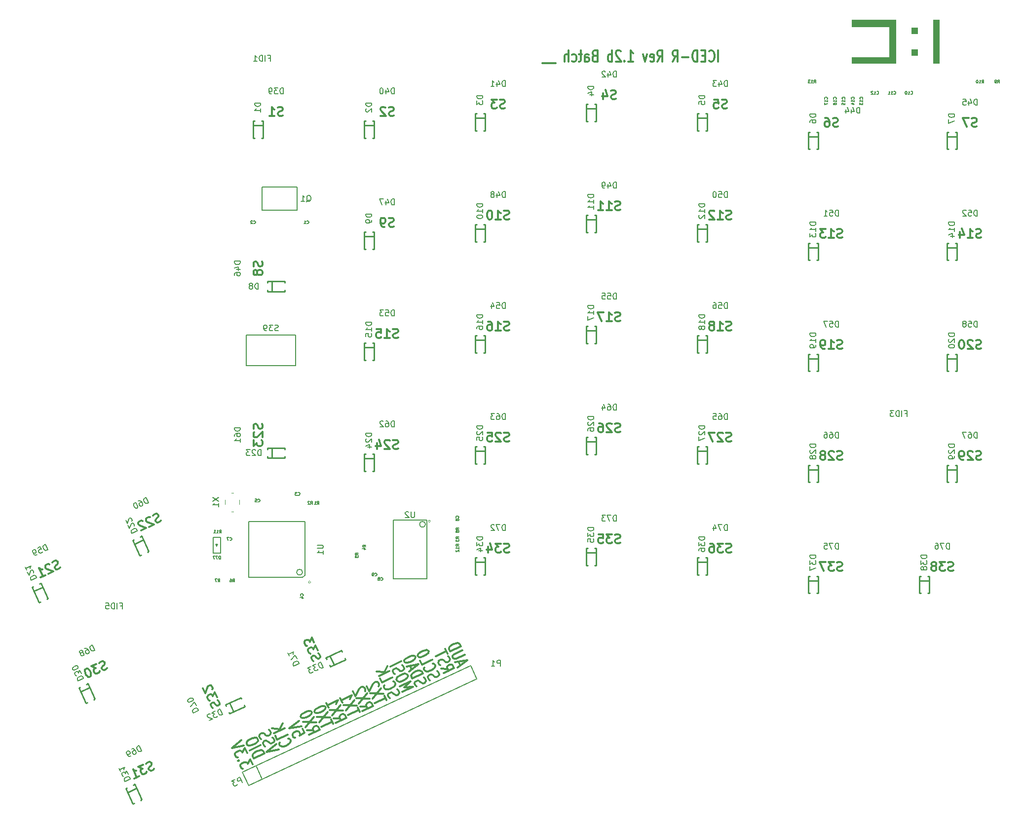
<source format=gbo>
G04 #@! TF.FileFunction,Legend,Bot*
%FSLAX46Y46*%
G04 Gerber Fmt 4.6, Leading zero omitted, Abs format (unit mm)*
G04 Created by KiCad (PCBNEW (2016-03-18 BZR 6629, Git 60d93d0)-product) date 7/17/2016 1:37:33 PM*
%MOMM*%
G01*
G04 APERTURE LIST*
%ADD10C,0.150000*%
%ADD11C,0.300000*%
%ADD12C,0.304800*%
%ADD13C,0.200000*%
%ADD14C,0.100000*%
%ADD15C,0.149860*%
%ADD16C,0.127000*%
%ADD17C,0.010000*%
%ADD18C,0.220980*%
%ADD19C,0.203200*%
G04 APERTURE END LIST*
D10*
D11*
X148242856Y-53482762D02*
X148242856Y-51482762D01*
X146671427Y-53292286D02*
X146742856Y-53387524D01*
X146957142Y-53482762D01*
X147099999Y-53482762D01*
X147314284Y-53387524D01*
X147457142Y-53197048D01*
X147528570Y-53006571D01*
X147599999Y-52625619D01*
X147599999Y-52339905D01*
X147528570Y-51958952D01*
X147457142Y-51768476D01*
X147314284Y-51578000D01*
X147099999Y-51482762D01*
X146957142Y-51482762D01*
X146742856Y-51578000D01*
X146671427Y-51673238D01*
X146028570Y-52435143D02*
X145528570Y-52435143D01*
X145314284Y-53482762D02*
X146028570Y-53482762D01*
X146028570Y-51482762D01*
X145314284Y-51482762D01*
X144671427Y-53482762D02*
X144671427Y-51482762D01*
X144314284Y-51482762D01*
X144099999Y-51578000D01*
X143957141Y-51768476D01*
X143885713Y-51958952D01*
X143814284Y-52339905D01*
X143814284Y-52625619D01*
X143885713Y-53006571D01*
X143957141Y-53197048D01*
X144099999Y-53387524D01*
X144314284Y-53482762D01*
X144671427Y-53482762D01*
X143171427Y-52720857D02*
X142028570Y-52720857D01*
X140457141Y-53482762D02*
X140957141Y-52530381D01*
X141314284Y-53482762D02*
X141314284Y-51482762D01*
X140742856Y-51482762D01*
X140599998Y-51578000D01*
X140528570Y-51673238D01*
X140457141Y-51863714D01*
X140457141Y-52149429D01*
X140528570Y-52339905D01*
X140599998Y-52435143D01*
X140742856Y-52530381D01*
X141314284Y-52530381D01*
X137814284Y-53482762D02*
X138314284Y-52530381D01*
X138671427Y-53482762D02*
X138671427Y-51482762D01*
X138099999Y-51482762D01*
X137957141Y-51578000D01*
X137885713Y-51673238D01*
X137814284Y-51863714D01*
X137814284Y-52149429D01*
X137885713Y-52339905D01*
X137957141Y-52435143D01*
X138099999Y-52530381D01*
X138671427Y-52530381D01*
X136599999Y-53387524D02*
X136742856Y-53482762D01*
X137028570Y-53482762D01*
X137171427Y-53387524D01*
X137242856Y-53197048D01*
X137242856Y-52435143D01*
X137171427Y-52244667D01*
X137028570Y-52149429D01*
X136742856Y-52149429D01*
X136599999Y-52244667D01*
X136528570Y-52435143D01*
X136528570Y-52625619D01*
X137242856Y-52816095D01*
X136028570Y-52149429D02*
X135671427Y-53482762D01*
X135314285Y-52149429D01*
X132814285Y-53482762D02*
X133671428Y-53482762D01*
X133242856Y-53482762D02*
X133242856Y-51482762D01*
X133385713Y-51768476D01*
X133528571Y-51958952D01*
X133671428Y-52054190D01*
X132171428Y-53292286D02*
X132100000Y-53387524D01*
X132171428Y-53482762D01*
X132242857Y-53387524D01*
X132171428Y-53292286D01*
X132171428Y-53482762D01*
X131528571Y-51673238D02*
X131457142Y-51578000D01*
X131314285Y-51482762D01*
X130957142Y-51482762D01*
X130814285Y-51578000D01*
X130742856Y-51673238D01*
X130671428Y-51863714D01*
X130671428Y-52054190D01*
X130742856Y-52339905D01*
X131599999Y-53482762D01*
X130671428Y-53482762D01*
X130028571Y-53482762D02*
X130028571Y-51482762D01*
X130028571Y-52244667D02*
X129885714Y-52149429D01*
X129600000Y-52149429D01*
X129457143Y-52244667D01*
X129385714Y-52339905D01*
X129314285Y-52530381D01*
X129314285Y-53101810D01*
X129385714Y-53292286D01*
X129457143Y-53387524D01*
X129600000Y-53482762D01*
X129885714Y-53482762D01*
X130028571Y-53387524D01*
X127028571Y-52435143D02*
X126814285Y-52530381D01*
X126742857Y-52625619D01*
X126671428Y-52816095D01*
X126671428Y-53101810D01*
X126742857Y-53292286D01*
X126814285Y-53387524D01*
X126957143Y-53482762D01*
X127528571Y-53482762D01*
X127528571Y-51482762D01*
X127028571Y-51482762D01*
X126885714Y-51578000D01*
X126814285Y-51673238D01*
X126742857Y-51863714D01*
X126742857Y-52054190D01*
X126814285Y-52244667D01*
X126885714Y-52339905D01*
X127028571Y-52435143D01*
X127528571Y-52435143D01*
X125385714Y-53482762D02*
X125385714Y-52435143D01*
X125457143Y-52244667D01*
X125600000Y-52149429D01*
X125885714Y-52149429D01*
X126028571Y-52244667D01*
X125385714Y-53387524D02*
X125528571Y-53482762D01*
X125885714Y-53482762D01*
X126028571Y-53387524D01*
X126100000Y-53197048D01*
X126100000Y-53006571D01*
X126028571Y-52816095D01*
X125885714Y-52720857D01*
X125528571Y-52720857D01*
X125385714Y-52625619D01*
X124885714Y-52149429D02*
X124314285Y-52149429D01*
X124671428Y-51482762D02*
X124671428Y-53197048D01*
X124600000Y-53387524D01*
X124457142Y-53482762D01*
X124314285Y-53482762D01*
X123171428Y-53387524D02*
X123314285Y-53482762D01*
X123599999Y-53482762D01*
X123742857Y-53387524D01*
X123814285Y-53292286D01*
X123885714Y-53101810D01*
X123885714Y-52530381D01*
X123814285Y-52339905D01*
X123742857Y-52244667D01*
X123599999Y-52149429D01*
X123314285Y-52149429D01*
X123171428Y-52244667D01*
X122528571Y-53482762D02*
X122528571Y-51482762D01*
X121885714Y-53482762D02*
X121885714Y-52435143D01*
X121957143Y-52244667D01*
X122100000Y-52149429D01*
X122314285Y-52149429D01*
X122457143Y-52244667D01*
X122528571Y-52339905D01*
X120385714Y-53673238D02*
X119242857Y-53673238D01*
X119242857Y-53673238D02*
X118100000Y-53673238D01*
D12*
X104010818Y-157080085D02*
X103704118Y-156422365D01*
X103545982Y-157456990D02*
X105172910Y-156137825D01*
X103116602Y-156536181D01*
X104743530Y-155217016D02*
X103252697Y-155912203D01*
X103046634Y-155928217D01*
X102928268Y-155903339D01*
X102779232Y-155812688D01*
X102656552Y-155549600D01*
X102682908Y-155377163D01*
X102739934Y-155270497D01*
X102884657Y-155122938D01*
X104375490Y-154427752D01*
X102227172Y-154628792D02*
X104068790Y-153770031D01*
X103915440Y-153441171D01*
X103735733Y-153284748D01*
X103499001Y-153234991D01*
X103292939Y-153251006D01*
X102911485Y-153348807D01*
X102648397Y-153471487D01*
X102328282Y-153700832D01*
X102183561Y-153848391D01*
X102069508Y-154061721D01*
X102073822Y-154299932D01*
X102227172Y-154628792D01*
X100738593Y-157608866D02*
X101830244Y-157660337D01*
X101106633Y-158398130D02*
X102948250Y-157539370D01*
X102702890Y-157013193D01*
X102553854Y-156922543D01*
X102435488Y-156897664D01*
X102229426Y-156913679D01*
X101966338Y-157036359D01*
X101821616Y-157183917D01*
X101764590Y-157290583D01*
X101738233Y-157463020D01*
X101983594Y-157989197D01*
X100580929Y-157041796D02*
X100401223Y-156885373D01*
X100247873Y-156556513D01*
X100274229Y-156384075D01*
X100331255Y-156277410D01*
X100475977Y-156129851D01*
X100651368Y-156048065D01*
X100857431Y-156032050D01*
X100975797Y-156056929D01*
X101124833Y-156147579D01*
X101335210Y-156369775D01*
X101484245Y-156460424D01*
X101602612Y-156485304D01*
X101808673Y-156469289D01*
X101984065Y-156387502D01*
X102128788Y-156239944D01*
X102185814Y-156133278D01*
X102212170Y-155960841D01*
X102058820Y-155631980D01*
X101879114Y-155475558D01*
X101782790Y-155040031D02*
X101414750Y-154250767D01*
X99757152Y-155504160D02*
X101598770Y-154645400D01*
X76950185Y-167940815D02*
X77256885Y-168598535D01*
X76410594Y-169073240D01*
X76467621Y-168966575D01*
X76493977Y-168794138D01*
X76340627Y-168465277D01*
X76191590Y-168374627D01*
X76073224Y-168349748D01*
X75867162Y-168365763D01*
X75428682Y-168570229D01*
X75283960Y-168717788D01*
X75226934Y-168824454D01*
X75200578Y-168996891D01*
X75353928Y-169325751D01*
X75502964Y-169416402D01*
X75621330Y-169441280D01*
X76735495Y-167480410D02*
X74679187Y-167878766D01*
X76306114Y-166559601D01*
X96482369Y-160670501D02*
X96302663Y-160514079D01*
X96149313Y-160185219D01*
X96175669Y-160012781D01*
X96232695Y-159906116D01*
X96377417Y-159758557D01*
X96552809Y-159676770D01*
X96758871Y-159660756D01*
X96877237Y-159685635D01*
X97026274Y-159776285D01*
X97236650Y-159998480D01*
X97385686Y-160089130D01*
X97504052Y-160114010D01*
X97710113Y-160097995D01*
X97885506Y-160016208D01*
X98030228Y-159868650D01*
X98087254Y-159761984D01*
X98113611Y-159589547D01*
X97960260Y-159260686D01*
X97780554Y-159104263D01*
X95750603Y-159330182D02*
X97592220Y-158471421D01*
X97438870Y-158142561D01*
X97259164Y-157986138D01*
X97022432Y-157936381D01*
X96816369Y-157952396D01*
X96434916Y-158050197D01*
X96171827Y-158172877D01*
X95851712Y-158402222D01*
X95706991Y-158549781D01*
X95592939Y-158763111D01*
X95597253Y-159001322D01*
X95750603Y-159330182D01*
X95663378Y-157769380D02*
X95356678Y-157111660D01*
X95198542Y-158146285D02*
X96825470Y-156827120D01*
X94769162Y-157225476D01*
X96273409Y-155643223D02*
X96212069Y-155511679D01*
X96063033Y-155421028D01*
X95944667Y-155396149D01*
X95738605Y-155412165D01*
X95357151Y-155509965D01*
X94918670Y-155714432D01*
X94598557Y-155943778D01*
X94453834Y-156091336D01*
X94396808Y-156198001D01*
X94370452Y-156370439D01*
X94431792Y-156501983D01*
X94580828Y-156592634D01*
X94699194Y-156617512D01*
X94905257Y-156601498D01*
X95286710Y-156503696D01*
X95725191Y-156299230D01*
X96045305Y-156069885D01*
X96190027Y-155922325D01*
X96247053Y-155815660D01*
X96273409Y-155643223D01*
X98753034Y-159621615D02*
X98573328Y-159465193D01*
X98419978Y-159136333D01*
X98446334Y-158963895D01*
X98503360Y-158857230D01*
X98648082Y-158709671D01*
X98823474Y-158627884D01*
X99029536Y-158611870D01*
X99147902Y-158636748D01*
X99296939Y-158727399D01*
X99507315Y-158949594D01*
X99656351Y-159040244D01*
X99774717Y-159065123D01*
X99980778Y-159049109D01*
X100156171Y-158967322D01*
X100300893Y-158819763D01*
X100357919Y-158713097D01*
X100384276Y-158540661D01*
X100230925Y-158211800D01*
X100051219Y-158055377D01*
X97828620Y-157410244D02*
X97771594Y-157516909D01*
X97775907Y-157755119D01*
X97837247Y-157886663D01*
X98016954Y-158043086D01*
X98253686Y-158092843D01*
X98459747Y-158076829D01*
X98841202Y-157979027D01*
X99104290Y-157856347D01*
X99424404Y-157627002D01*
X99569126Y-157479443D01*
X99683179Y-157266113D01*
X99678865Y-157027902D01*
X99617525Y-156896358D01*
X99437819Y-156739936D01*
X99319453Y-156715057D01*
X97070497Y-156242362D02*
X97377197Y-156900082D01*
X99218815Y-156041322D01*
X98574745Y-154660109D02*
X98513404Y-154528565D01*
X98364368Y-154437914D01*
X98246002Y-154413036D01*
X98039940Y-154429051D01*
X97658486Y-154526851D01*
X97220005Y-154731318D01*
X96899892Y-154960664D01*
X96755169Y-155108222D01*
X96698143Y-155214887D01*
X96671787Y-155387325D01*
X96733127Y-155518869D01*
X96882163Y-155609520D01*
X97000529Y-155634398D01*
X97206592Y-155618384D01*
X97588045Y-155520583D01*
X98026526Y-155316116D01*
X98346640Y-155086771D01*
X98491362Y-154939212D01*
X98548388Y-154832547D01*
X98574745Y-154660109D01*
X86829933Y-164090410D02*
X87921584Y-164141881D01*
X87197973Y-164879675D02*
X89039590Y-164020914D01*
X88794230Y-163494737D01*
X88645194Y-163404087D01*
X88526828Y-163379208D01*
X88320766Y-163395223D01*
X88057678Y-163517903D01*
X87912956Y-163665462D01*
X87855930Y-163772127D01*
X87829573Y-163944564D01*
X88074934Y-164470741D01*
X88456860Y-162771245D02*
X86185863Y-162709197D01*
X88027480Y-161850437D02*
X86615243Y-163630006D01*
X87637397Y-161471818D02*
X87694424Y-161365153D01*
X87720780Y-161192716D01*
X87567430Y-160863855D01*
X87418393Y-160773205D01*
X87300027Y-160748326D01*
X87093965Y-160764341D01*
X86918573Y-160846127D01*
X86686155Y-161034580D01*
X86001842Y-162314564D01*
X85603132Y-161459527D01*
X91340925Y-163037800D02*
X90972885Y-162248535D01*
X89315288Y-163501928D02*
X91156905Y-162643168D01*
X90819535Y-161919675D02*
X88548537Y-161857627D01*
X90390155Y-160998866D02*
X88977918Y-162778435D01*
X90000072Y-160620248D02*
X90057098Y-160513583D01*
X90083454Y-160341145D01*
X89930104Y-160012285D01*
X89781068Y-159921634D01*
X89662702Y-159896756D01*
X89456640Y-159912770D01*
X89281247Y-159994557D01*
X89048830Y-160183009D01*
X88364517Y-161462994D01*
X87965807Y-160607957D01*
X94031998Y-161562964D02*
X95873615Y-160704204D01*
X94343484Y-160857200D01*
X95444235Y-159783395D01*
X93602618Y-160642156D01*
X95014855Y-158862587D02*
X94892175Y-158599498D01*
X94743139Y-158508848D01*
X94506406Y-158459091D01*
X94124953Y-158556891D01*
X93511079Y-158843145D01*
X93190966Y-159072491D01*
X93076914Y-159285822D01*
X93050557Y-159458258D01*
X93173237Y-159721347D01*
X93322274Y-159811998D01*
X93559006Y-159861755D01*
X93940460Y-159763954D01*
X94554333Y-159477700D01*
X94874447Y-159248355D01*
X94988499Y-159035024D01*
X95014855Y-158862587D01*
X92739544Y-158562329D02*
X92559837Y-158405906D01*
X92406487Y-158077046D01*
X92432844Y-157904609D01*
X92489870Y-157797944D01*
X92634592Y-157650384D01*
X92809983Y-157568598D01*
X93016046Y-157552584D01*
X93134412Y-157577462D01*
X93283448Y-157668113D01*
X93493824Y-157890308D01*
X93642860Y-157980958D01*
X93761227Y-158005837D01*
X93967288Y-157989822D01*
X94142680Y-157908036D01*
X94287403Y-157760477D01*
X94344429Y-157653811D01*
X94370785Y-157481374D01*
X94217435Y-157152513D01*
X94037729Y-156996091D01*
X92007777Y-157222009D02*
X93849395Y-156363249D01*
X91910369Y-162702501D02*
X91730663Y-162546078D01*
X91577313Y-162217218D01*
X91603669Y-162044780D01*
X91660695Y-161938115D01*
X91805417Y-161790556D01*
X91980808Y-161708770D01*
X92186871Y-161692755D01*
X92305237Y-161717634D01*
X92454273Y-161808284D01*
X92664650Y-162030480D01*
X92813685Y-162121129D01*
X92932052Y-162146009D01*
X93138113Y-162129994D01*
X93313505Y-162048207D01*
X93458228Y-161900649D01*
X93515254Y-161793983D01*
X93541610Y-161621546D01*
X93388260Y-161292685D01*
X93208554Y-161136263D01*
X90985955Y-160491130D02*
X90928928Y-160597795D01*
X90933242Y-160836004D01*
X90994582Y-160967548D01*
X91174289Y-161123972D01*
X91411021Y-161173728D01*
X91617082Y-161157714D01*
X91998537Y-161059912D01*
X92261625Y-160937232D01*
X92581739Y-160707887D01*
X92726461Y-160560328D01*
X92840514Y-160346998D01*
X92836199Y-160108788D01*
X92774859Y-159977244D01*
X92595153Y-159820821D01*
X92476787Y-159795943D01*
X90227832Y-159323248D02*
X90534532Y-159980968D01*
X92376149Y-159122207D01*
X90013142Y-158862843D02*
X91854759Y-158004083D01*
X89645102Y-158073579D02*
X90973485Y-158174807D01*
X91486719Y-157214818D02*
X90802406Y-158494803D01*
X86768925Y-165069800D02*
X86400885Y-164280535D01*
X84743288Y-165533928D02*
X86584905Y-164675168D01*
X86247535Y-163951675D02*
X83976537Y-163889627D01*
X85818155Y-163030866D02*
X84405918Y-164810435D01*
X83393807Y-162639957D02*
X83761847Y-163429221D01*
X83577827Y-163034590D02*
X85419445Y-162175829D01*
X85217696Y-162430054D01*
X85103644Y-162643384D01*
X85077287Y-162815821D01*
X82257933Y-166122410D02*
X83349584Y-166173881D01*
X82625973Y-166911675D02*
X84467590Y-166052914D01*
X84222230Y-165526737D01*
X84073194Y-165436087D01*
X83954828Y-165411208D01*
X83748766Y-165427223D01*
X83485678Y-165549903D01*
X83340956Y-165697462D01*
X83283930Y-165804127D01*
X83257573Y-165976564D01*
X83502934Y-166502741D01*
X83884860Y-164803245D02*
X81613863Y-164741197D01*
X83455480Y-163882437D02*
X82043243Y-165662006D01*
X81031132Y-163491527D02*
X81399172Y-164280792D01*
X81215152Y-163886160D02*
X83056770Y-163027400D01*
X82855021Y-163281624D01*
X82740969Y-163494954D01*
X82714613Y-163667392D01*
X82196925Y-167101800D02*
X81828885Y-166312535D01*
X80171288Y-167565928D02*
X82012905Y-166707168D01*
X81675535Y-165983675D02*
X79404537Y-165921627D01*
X81246155Y-165062866D02*
X79833918Y-166842435D01*
X80878114Y-164273601D02*
X80816774Y-164142057D01*
X80667738Y-164051406D01*
X80549372Y-164026528D01*
X80343310Y-164042543D01*
X79961856Y-164140343D01*
X79523375Y-164344810D01*
X79203262Y-164574156D01*
X79058539Y-164721714D01*
X79001513Y-164828379D01*
X78975157Y-165000817D01*
X79036497Y-165132361D01*
X79185533Y-165223012D01*
X79303899Y-165247890D01*
X79509962Y-165231876D01*
X79891415Y-165134075D01*
X80329896Y-164929608D01*
X80650010Y-164700263D01*
X80794732Y-164552704D01*
X80851758Y-164446039D01*
X80878114Y-164273601D01*
X77685933Y-168154410D02*
X78777584Y-168205881D01*
X78053973Y-168943675D02*
X79895590Y-168084914D01*
X79650230Y-167558737D01*
X79501194Y-167468087D01*
X79382828Y-167443208D01*
X79176766Y-167459223D01*
X78913678Y-167581903D01*
X78768956Y-167729462D01*
X78711930Y-167836127D01*
X78685573Y-168008564D01*
X78930934Y-168534741D01*
X79312860Y-166835245D02*
X77041863Y-166773197D01*
X78883480Y-165914437D02*
X77471243Y-167694006D01*
X78515440Y-165125171D02*
X78454100Y-164993627D01*
X78305063Y-164902976D01*
X78186697Y-164878098D01*
X77980635Y-164894113D01*
X77599181Y-164991914D01*
X77160700Y-165196381D01*
X76840587Y-165425726D01*
X76695864Y-165573285D01*
X76638838Y-165679950D01*
X76612482Y-165852387D01*
X76673822Y-165983932D01*
X76822858Y-166074582D01*
X76941224Y-166099461D01*
X77147287Y-166083447D01*
X77528740Y-165985645D01*
X77967221Y-165781178D01*
X78287335Y-165551833D01*
X78432057Y-165404274D01*
X78489084Y-165297609D01*
X78515440Y-165125171D01*
X68380276Y-174034661D02*
X67981565Y-173179624D01*
X67494687Y-173967175D01*
X67402677Y-173769859D01*
X67253641Y-173679208D01*
X67135275Y-173654330D01*
X66929212Y-173670344D01*
X66490732Y-173874810D01*
X66346010Y-174022370D01*
X66288984Y-174129035D01*
X66262628Y-174301472D01*
X66446648Y-174696104D01*
X66595684Y-174786755D01*
X66714050Y-174811634D01*
X66039310Y-173364649D02*
X65920944Y-173339769D01*
X65863918Y-173446435D01*
X65982284Y-173471314D01*
X66039310Y-173364649D01*
X65863918Y-173446435D01*
X67460175Y-172061499D02*
X67061465Y-171206462D01*
X66574587Y-171994013D01*
X66482577Y-171796697D01*
X66333540Y-171706046D01*
X66215174Y-171681168D01*
X66009112Y-171697182D01*
X65570632Y-171901649D01*
X65425910Y-172049208D01*
X65368884Y-172155873D01*
X65342528Y-172328311D01*
X65526547Y-172722943D01*
X65675584Y-172813593D01*
X65793950Y-172838473D01*
X66877445Y-170811829D02*
X64821137Y-171210185D01*
X66448064Y-169891021D01*
X72829595Y-171485572D02*
X70773288Y-171883928D01*
X72400215Y-170564764D01*
X70462274Y-170987998D02*
X70282568Y-170831575D01*
X70129218Y-170502715D01*
X70155574Y-170330277D01*
X70212600Y-170223612D01*
X70357322Y-170076053D01*
X70532713Y-169994267D01*
X70738776Y-169978253D01*
X70857142Y-170003131D01*
X71006178Y-170093782D01*
X71216555Y-170315977D01*
X71365590Y-170406627D01*
X71483957Y-170431506D01*
X71690018Y-170415491D01*
X71865410Y-170333704D01*
X72010133Y-170186146D01*
X72067159Y-170079480D01*
X72093515Y-169907043D01*
X71940165Y-169578182D01*
X71760459Y-169421760D01*
X69848873Y-169672556D02*
X69669167Y-169516134D01*
X69515817Y-169187274D01*
X69542173Y-169014836D01*
X69599200Y-168908171D01*
X69743922Y-168760612D01*
X69919313Y-168678825D01*
X70125376Y-168662811D01*
X70243742Y-168687689D01*
X70392778Y-168778340D01*
X70603154Y-169000535D01*
X70752190Y-169091185D01*
X70870556Y-169116064D01*
X71076618Y-169100050D01*
X71252010Y-169018263D01*
X71396732Y-168870705D01*
X71453758Y-168764039D01*
X71480115Y-168591602D01*
X71326764Y-168262741D01*
X71147058Y-168106318D01*
X68533292Y-172998585D02*
X70374910Y-172139825D01*
X70221560Y-171810965D01*
X70041853Y-171654541D01*
X69805121Y-171604785D01*
X69599059Y-171620799D01*
X69217605Y-171718600D01*
X68954517Y-171841281D01*
X68634402Y-172070626D01*
X68489681Y-172218185D01*
X68375628Y-172431515D01*
X68379942Y-172669725D01*
X68533292Y-172998585D01*
X67889222Y-171617372D02*
X69730840Y-170758612D01*
X69301459Y-169837803D02*
X69178779Y-169574715D01*
X69029743Y-169484065D01*
X68793011Y-169434307D01*
X68411557Y-169532108D01*
X67797684Y-169818362D01*
X67477571Y-170047707D01*
X67363518Y-170261038D01*
X67337162Y-170433475D01*
X67459842Y-170696563D01*
X67608878Y-170787214D01*
X67845611Y-170836972D01*
X68227064Y-170739170D01*
X68840937Y-170452917D01*
X69161051Y-170223572D01*
X69275103Y-170010241D01*
X69301459Y-169837803D01*
X73004655Y-170292851D02*
X72947629Y-170399516D01*
X72951942Y-170637725D01*
X73013282Y-170769269D01*
X73192989Y-170925693D01*
X73429721Y-170975449D01*
X73635783Y-170959435D01*
X74017237Y-170861634D01*
X74280325Y-170738953D01*
X74600439Y-170509609D01*
X74745161Y-170362049D01*
X74859214Y-170148719D01*
X74854900Y-169910509D01*
X74793560Y-169778965D01*
X74613854Y-169622542D01*
X74495488Y-169597664D01*
X72246532Y-169124969D02*
X72553232Y-169782689D01*
X74394850Y-168923929D01*
X72031842Y-168664564D02*
X73873460Y-167805804D01*
X71663802Y-167875300D02*
X72992185Y-167976528D01*
X73505420Y-167016540D02*
X72821107Y-168296524D01*
D13*
X77317000Y-141560000D02*
X77317000Y-132360000D01*
X77317000Y-132360000D02*
X67717000Y-132360000D01*
X67717000Y-132360000D02*
X67717000Y-141960000D01*
X67717000Y-141960000D02*
X76917000Y-141960000D01*
X76917000Y-141960000D02*
X77317000Y-141560000D01*
X76917000Y-141060000D02*
G75*
G03X76917000Y-141060000I-500000J0D01*
G01*
D14*
X64747000Y-130632000D02*
X65047000Y-130632000D01*
X63647000Y-128682000D02*
X63647000Y-129382000D01*
X65047000Y-127432000D02*
X64747000Y-127432000D01*
X66097000Y-128682000D02*
X66097000Y-129382000D01*
D13*
X105771460Y-157110661D02*
X66637090Y-175359317D01*
X67710540Y-177661339D02*
X106844910Y-159412683D01*
X66637090Y-175359317D02*
X67710540Y-177661339D01*
X105771460Y-157110661D02*
X106844910Y-159412683D01*
X68939111Y-174285867D02*
X70012562Y-176587889D01*
X98257000Y-132090000D02*
X92497000Y-132090000D01*
X92497000Y-132090000D02*
X92497000Y-142230000D01*
X92497000Y-142230000D02*
X98257000Y-142230000D01*
X98257000Y-142230000D02*
X98257000Y-132090000D01*
X98007000Y-132840000D02*
G75*
G03X98007000Y-132840000I-500000J0D01*
G01*
D15*
X62060100Y-136266600D02*
X62212500Y-136571400D01*
X62212500Y-136571400D02*
X62364900Y-136266600D01*
X62364900Y-136266600D02*
X62060100Y-136266600D01*
X61577500Y-135085500D02*
X61577500Y-137752500D01*
X61577500Y-137752500D02*
X62847500Y-137752500D01*
X62847500Y-137752500D02*
X62847500Y-135085500D01*
X62847500Y-135085500D02*
X61577500Y-135085500D01*
D16*
X75701000Y-100397000D02*
X67301000Y-100397000D01*
X67301000Y-100397000D02*
X67301000Y-105597000D01*
X67301000Y-105597000D02*
X75701000Y-105597000D01*
X75701000Y-105597000D02*
X75701000Y-100397000D01*
X76025000Y-74962000D02*
X70025000Y-74962000D01*
X70025000Y-74962000D02*
X70025000Y-78962000D01*
X70025000Y-78962000D02*
X76025000Y-78962000D01*
X76025000Y-78962000D02*
X76025000Y-74962000D01*
D17*
G36*
X186182000Y-46228000D02*
X186032000Y-46228000D01*
X186032000Y-46378000D01*
X186182000Y-46378000D01*
X186182000Y-46228000D01*
X186182000Y-46228000D01*
G37*
X186182000Y-46228000D02*
X186032000Y-46228000D01*
X186032000Y-46378000D01*
X186182000Y-46378000D01*
X186182000Y-46228000D01*
G36*
X186032000Y-46228000D02*
X185882000Y-46228000D01*
X185882000Y-46378000D01*
X186032000Y-46378000D01*
X186032000Y-46228000D01*
X186032000Y-46228000D01*
G37*
X186032000Y-46228000D02*
X185882000Y-46228000D01*
X185882000Y-46378000D01*
X186032000Y-46378000D01*
X186032000Y-46228000D01*
G36*
X185882000Y-46228000D02*
X185732000Y-46228000D01*
X185732000Y-46378000D01*
X185882000Y-46378000D01*
X185882000Y-46228000D01*
X185882000Y-46228000D01*
G37*
X185882000Y-46228000D02*
X185732000Y-46228000D01*
X185732000Y-46378000D01*
X185882000Y-46378000D01*
X185882000Y-46228000D01*
G36*
X185732000Y-46228000D02*
X185582000Y-46228000D01*
X185582000Y-46378000D01*
X185732000Y-46378000D01*
X185732000Y-46228000D01*
X185732000Y-46228000D01*
G37*
X185732000Y-46228000D02*
X185582000Y-46228000D01*
X185582000Y-46378000D01*
X185732000Y-46378000D01*
X185732000Y-46228000D01*
G36*
X185582000Y-46228000D02*
X185432000Y-46228000D01*
X185432000Y-46378000D01*
X185582000Y-46378000D01*
X185582000Y-46228000D01*
X185582000Y-46228000D01*
G37*
X185582000Y-46228000D02*
X185432000Y-46228000D01*
X185432000Y-46378000D01*
X185582000Y-46378000D01*
X185582000Y-46228000D01*
G36*
X185432000Y-46228000D02*
X185282000Y-46228000D01*
X185282000Y-46378000D01*
X185432000Y-46378000D01*
X185432000Y-46228000D01*
X185432000Y-46228000D01*
G37*
X185432000Y-46228000D02*
X185282000Y-46228000D01*
X185282000Y-46378000D01*
X185432000Y-46378000D01*
X185432000Y-46228000D01*
G36*
X185282000Y-46228000D02*
X185132000Y-46228000D01*
X185132000Y-46378000D01*
X185282000Y-46378000D01*
X185282000Y-46228000D01*
X185282000Y-46228000D01*
G37*
X185282000Y-46228000D02*
X185132000Y-46228000D01*
X185132000Y-46378000D01*
X185282000Y-46378000D01*
X185282000Y-46228000D01*
G36*
X178682000Y-46228000D02*
X178532000Y-46228000D01*
X178532000Y-46378000D01*
X178682000Y-46378000D01*
X178682000Y-46228000D01*
X178682000Y-46228000D01*
G37*
X178682000Y-46228000D02*
X178532000Y-46228000D01*
X178532000Y-46378000D01*
X178682000Y-46378000D01*
X178682000Y-46228000D01*
G36*
X178532000Y-46228000D02*
X178382000Y-46228000D01*
X178382000Y-46378000D01*
X178532000Y-46378000D01*
X178532000Y-46228000D01*
X178532000Y-46228000D01*
G37*
X178532000Y-46228000D02*
X178382000Y-46228000D01*
X178382000Y-46378000D01*
X178532000Y-46378000D01*
X178532000Y-46228000D01*
G36*
X178382000Y-46228000D02*
X178232000Y-46228000D01*
X178232000Y-46378000D01*
X178382000Y-46378000D01*
X178382000Y-46228000D01*
X178382000Y-46228000D01*
G37*
X178382000Y-46228000D02*
X178232000Y-46228000D01*
X178232000Y-46378000D01*
X178382000Y-46378000D01*
X178382000Y-46228000D01*
G36*
X178232000Y-46228000D02*
X178082000Y-46228000D01*
X178082000Y-46378000D01*
X178232000Y-46378000D01*
X178232000Y-46228000D01*
X178232000Y-46228000D01*
G37*
X178232000Y-46228000D02*
X178082000Y-46228000D01*
X178082000Y-46378000D01*
X178232000Y-46378000D01*
X178232000Y-46228000D01*
G36*
X178082000Y-46228000D02*
X177932000Y-46228000D01*
X177932000Y-46378000D01*
X178082000Y-46378000D01*
X178082000Y-46228000D01*
X178082000Y-46228000D01*
G37*
X178082000Y-46228000D02*
X177932000Y-46228000D01*
X177932000Y-46378000D01*
X178082000Y-46378000D01*
X178082000Y-46228000D01*
G36*
X177932000Y-46228000D02*
X177782000Y-46228000D01*
X177782000Y-46378000D01*
X177932000Y-46378000D01*
X177932000Y-46228000D01*
X177932000Y-46228000D01*
G37*
X177932000Y-46228000D02*
X177782000Y-46228000D01*
X177782000Y-46378000D01*
X177932000Y-46378000D01*
X177932000Y-46228000D01*
G36*
X177782000Y-46228000D02*
X177632000Y-46228000D01*
X177632000Y-46378000D01*
X177782000Y-46378000D01*
X177782000Y-46228000D01*
X177782000Y-46228000D01*
G37*
X177782000Y-46228000D02*
X177632000Y-46228000D01*
X177632000Y-46378000D01*
X177782000Y-46378000D01*
X177782000Y-46228000D01*
G36*
X177632000Y-46228000D02*
X177482000Y-46228000D01*
X177482000Y-46378000D01*
X177632000Y-46378000D01*
X177632000Y-46228000D01*
X177632000Y-46228000D01*
G37*
X177632000Y-46228000D02*
X177482000Y-46228000D01*
X177482000Y-46378000D01*
X177632000Y-46378000D01*
X177632000Y-46228000D01*
G36*
X177482000Y-46228000D02*
X177332000Y-46228000D01*
X177332000Y-46378000D01*
X177482000Y-46378000D01*
X177482000Y-46228000D01*
X177482000Y-46228000D01*
G37*
X177482000Y-46228000D02*
X177332000Y-46228000D01*
X177332000Y-46378000D01*
X177482000Y-46378000D01*
X177482000Y-46228000D01*
G36*
X177332000Y-46228000D02*
X177182000Y-46228000D01*
X177182000Y-46378000D01*
X177332000Y-46378000D01*
X177332000Y-46228000D01*
X177332000Y-46228000D01*
G37*
X177332000Y-46228000D02*
X177182000Y-46228000D01*
X177182000Y-46378000D01*
X177332000Y-46378000D01*
X177332000Y-46228000D01*
G36*
X177182000Y-46228000D02*
X177032000Y-46228000D01*
X177032000Y-46378000D01*
X177182000Y-46378000D01*
X177182000Y-46228000D01*
X177182000Y-46228000D01*
G37*
X177182000Y-46228000D02*
X177032000Y-46228000D01*
X177032000Y-46378000D01*
X177182000Y-46378000D01*
X177182000Y-46228000D01*
G36*
X177032000Y-46228000D02*
X176882000Y-46228000D01*
X176882000Y-46378000D01*
X177032000Y-46378000D01*
X177032000Y-46228000D01*
X177032000Y-46228000D01*
G37*
X177032000Y-46228000D02*
X176882000Y-46228000D01*
X176882000Y-46378000D01*
X177032000Y-46378000D01*
X177032000Y-46228000D01*
G36*
X176882000Y-46228000D02*
X176732000Y-46228000D01*
X176732000Y-46378000D01*
X176882000Y-46378000D01*
X176882000Y-46228000D01*
X176882000Y-46228000D01*
G37*
X176882000Y-46228000D02*
X176732000Y-46228000D01*
X176732000Y-46378000D01*
X176882000Y-46378000D01*
X176882000Y-46228000D01*
G36*
X176732000Y-46228000D02*
X176582000Y-46228000D01*
X176582000Y-46378000D01*
X176732000Y-46378000D01*
X176732000Y-46228000D01*
X176732000Y-46228000D01*
G37*
X176732000Y-46228000D02*
X176582000Y-46228000D01*
X176582000Y-46378000D01*
X176732000Y-46378000D01*
X176732000Y-46228000D01*
G36*
X176582000Y-46228000D02*
X176432000Y-46228000D01*
X176432000Y-46378000D01*
X176582000Y-46378000D01*
X176582000Y-46228000D01*
X176582000Y-46228000D01*
G37*
X176582000Y-46228000D02*
X176432000Y-46228000D01*
X176432000Y-46378000D01*
X176582000Y-46378000D01*
X176582000Y-46228000D01*
G36*
X176432000Y-46228000D02*
X176282000Y-46228000D01*
X176282000Y-46378000D01*
X176432000Y-46378000D01*
X176432000Y-46228000D01*
X176432000Y-46228000D01*
G37*
X176432000Y-46228000D02*
X176282000Y-46228000D01*
X176282000Y-46378000D01*
X176432000Y-46378000D01*
X176432000Y-46228000D01*
G36*
X176282000Y-46228000D02*
X176132000Y-46228000D01*
X176132000Y-46378000D01*
X176282000Y-46378000D01*
X176282000Y-46228000D01*
X176282000Y-46228000D01*
G37*
X176282000Y-46228000D02*
X176132000Y-46228000D01*
X176132000Y-46378000D01*
X176282000Y-46378000D01*
X176282000Y-46228000D01*
G36*
X176132000Y-46228000D02*
X175982000Y-46228000D01*
X175982000Y-46378000D01*
X176132000Y-46378000D01*
X176132000Y-46228000D01*
X176132000Y-46228000D01*
G37*
X176132000Y-46228000D02*
X175982000Y-46228000D01*
X175982000Y-46378000D01*
X176132000Y-46378000D01*
X176132000Y-46228000D01*
G36*
X175982000Y-46228000D02*
X175832000Y-46228000D01*
X175832000Y-46378000D01*
X175982000Y-46378000D01*
X175982000Y-46228000D01*
X175982000Y-46228000D01*
G37*
X175982000Y-46228000D02*
X175832000Y-46228000D01*
X175832000Y-46378000D01*
X175982000Y-46378000D01*
X175982000Y-46228000D01*
G36*
X175832000Y-46228000D02*
X175682000Y-46228000D01*
X175682000Y-46378000D01*
X175832000Y-46378000D01*
X175832000Y-46228000D01*
X175832000Y-46228000D01*
G37*
X175832000Y-46228000D02*
X175682000Y-46228000D01*
X175682000Y-46378000D01*
X175832000Y-46378000D01*
X175832000Y-46228000D01*
G36*
X175682000Y-46228000D02*
X175532000Y-46228000D01*
X175532000Y-46378000D01*
X175682000Y-46378000D01*
X175682000Y-46228000D01*
X175682000Y-46228000D01*
G37*
X175682000Y-46228000D02*
X175532000Y-46228000D01*
X175532000Y-46378000D01*
X175682000Y-46378000D01*
X175682000Y-46228000D01*
G36*
X175532000Y-46228000D02*
X175382000Y-46228000D01*
X175382000Y-46378000D01*
X175532000Y-46378000D01*
X175532000Y-46228000D01*
X175532000Y-46228000D01*
G37*
X175532000Y-46228000D02*
X175382000Y-46228000D01*
X175382000Y-46378000D01*
X175532000Y-46378000D01*
X175532000Y-46228000D01*
G36*
X175382000Y-46228000D02*
X175232000Y-46228000D01*
X175232000Y-46378000D01*
X175382000Y-46378000D01*
X175382000Y-46228000D01*
X175382000Y-46228000D01*
G37*
X175382000Y-46228000D02*
X175232000Y-46228000D01*
X175232000Y-46378000D01*
X175382000Y-46378000D01*
X175382000Y-46228000D01*
G36*
X175232000Y-46228000D02*
X175082000Y-46228000D01*
X175082000Y-46378000D01*
X175232000Y-46378000D01*
X175232000Y-46228000D01*
X175232000Y-46228000D01*
G37*
X175232000Y-46228000D02*
X175082000Y-46228000D01*
X175082000Y-46378000D01*
X175232000Y-46378000D01*
X175232000Y-46228000D01*
G36*
X175082000Y-46228000D02*
X174932000Y-46228000D01*
X174932000Y-46378000D01*
X175082000Y-46378000D01*
X175082000Y-46228000D01*
X175082000Y-46228000D01*
G37*
X175082000Y-46228000D02*
X174932000Y-46228000D01*
X174932000Y-46378000D01*
X175082000Y-46378000D01*
X175082000Y-46228000D01*
G36*
X174932000Y-46228000D02*
X174782000Y-46228000D01*
X174782000Y-46378000D01*
X174932000Y-46378000D01*
X174932000Y-46228000D01*
X174932000Y-46228000D01*
G37*
X174932000Y-46228000D02*
X174782000Y-46228000D01*
X174782000Y-46378000D01*
X174932000Y-46378000D01*
X174932000Y-46228000D01*
G36*
X174782000Y-46228000D02*
X174632000Y-46228000D01*
X174632000Y-46378000D01*
X174782000Y-46378000D01*
X174782000Y-46228000D01*
X174782000Y-46228000D01*
G37*
X174782000Y-46228000D02*
X174632000Y-46228000D01*
X174632000Y-46378000D01*
X174782000Y-46378000D01*
X174782000Y-46228000D01*
G36*
X174632000Y-46228000D02*
X174482000Y-46228000D01*
X174482000Y-46378000D01*
X174632000Y-46378000D01*
X174632000Y-46228000D01*
X174632000Y-46228000D01*
G37*
X174632000Y-46228000D02*
X174482000Y-46228000D01*
X174482000Y-46378000D01*
X174632000Y-46378000D01*
X174632000Y-46228000D01*
G36*
X174482000Y-46228000D02*
X174332000Y-46228000D01*
X174332000Y-46378000D01*
X174482000Y-46378000D01*
X174482000Y-46228000D01*
X174482000Y-46228000D01*
G37*
X174482000Y-46228000D02*
X174332000Y-46228000D01*
X174332000Y-46378000D01*
X174482000Y-46378000D01*
X174482000Y-46228000D01*
G36*
X174332000Y-46228000D02*
X174182000Y-46228000D01*
X174182000Y-46378000D01*
X174332000Y-46378000D01*
X174332000Y-46228000D01*
X174332000Y-46228000D01*
G37*
X174332000Y-46228000D02*
X174182000Y-46228000D01*
X174182000Y-46378000D01*
X174332000Y-46378000D01*
X174332000Y-46228000D01*
G36*
X174182000Y-46228000D02*
X174032000Y-46228000D01*
X174032000Y-46378000D01*
X174182000Y-46378000D01*
X174182000Y-46228000D01*
X174182000Y-46228000D01*
G37*
X174182000Y-46228000D02*
X174032000Y-46228000D01*
X174032000Y-46378000D01*
X174182000Y-46378000D01*
X174182000Y-46228000D01*
G36*
X174032000Y-46228000D02*
X173882000Y-46228000D01*
X173882000Y-46378000D01*
X174032000Y-46378000D01*
X174032000Y-46228000D01*
X174032000Y-46228000D01*
G37*
X174032000Y-46228000D02*
X173882000Y-46228000D01*
X173882000Y-46378000D01*
X174032000Y-46378000D01*
X174032000Y-46228000D01*
G36*
X173882000Y-46228000D02*
X173732000Y-46228000D01*
X173732000Y-46378000D01*
X173882000Y-46378000D01*
X173882000Y-46228000D01*
X173882000Y-46228000D01*
G37*
X173882000Y-46228000D02*
X173732000Y-46228000D01*
X173732000Y-46378000D01*
X173882000Y-46378000D01*
X173882000Y-46228000D01*
G36*
X173732000Y-46228000D02*
X173582000Y-46228000D01*
X173582000Y-46378000D01*
X173732000Y-46378000D01*
X173732000Y-46228000D01*
X173732000Y-46228000D01*
G37*
X173732000Y-46228000D02*
X173582000Y-46228000D01*
X173582000Y-46378000D01*
X173732000Y-46378000D01*
X173732000Y-46228000D01*
G36*
X173582000Y-46228000D02*
X173432000Y-46228000D01*
X173432000Y-46378000D01*
X173582000Y-46378000D01*
X173582000Y-46228000D01*
X173582000Y-46228000D01*
G37*
X173582000Y-46228000D02*
X173432000Y-46228000D01*
X173432000Y-46378000D01*
X173582000Y-46378000D01*
X173582000Y-46228000D01*
G36*
X173432000Y-46228000D02*
X173282000Y-46228000D01*
X173282000Y-46378000D01*
X173432000Y-46378000D01*
X173432000Y-46228000D01*
X173432000Y-46228000D01*
G37*
X173432000Y-46228000D02*
X173282000Y-46228000D01*
X173282000Y-46378000D01*
X173432000Y-46378000D01*
X173432000Y-46228000D01*
G36*
X173282000Y-46228000D02*
X173132000Y-46228000D01*
X173132000Y-46378000D01*
X173282000Y-46378000D01*
X173282000Y-46228000D01*
X173282000Y-46228000D01*
G37*
X173282000Y-46228000D02*
X173132000Y-46228000D01*
X173132000Y-46378000D01*
X173282000Y-46378000D01*
X173282000Y-46228000D01*
G36*
X173132000Y-46228000D02*
X172982000Y-46228000D01*
X172982000Y-46378000D01*
X173132000Y-46378000D01*
X173132000Y-46228000D01*
X173132000Y-46228000D01*
G37*
X173132000Y-46228000D02*
X172982000Y-46228000D01*
X172982000Y-46378000D01*
X173132000Y-46378000D01*
X173132000Y-46228000D01*
G36*
X172982000Y-46228000D02*
X172832000Y-46228000D01*
X172832000Y-46378000D01*
X172982000Y-46378000D01*
X172982000Y-46228000D01*
X172982000Y-46228000D01*
G37*
X172982000Y-46228000D02*
X172832000Y-46228000D01*
X172832000Y-46378000D01*
X172982000Y-46378000D01*
X172982000Y-46228000D01*
G36*
X172832000Y-46228000D02*
X172682000Y-46228000D01*
X172682000Y-46378000D01*
X172832000Y-46378000D01*
X172832000Y-46228000D01*
X172832000Y-46228000D01*
G37*
X172832000Y-46228000D02*
X172682000Y-46228000D01*
X172682000Y-46378000D01*
X172832000Y-46378000D01*
X172832000Y-46228000D01*
G36*
X172682000Y-46228000D02*
X172532000Y-46228000D01*
X172532000Y-46378000D01*
X172682000Y-46378000D01*
X172682000Y-46228000D01*
X172682000Y-46228000D01*
G37*
X172682000Y-46228000D02*
X172532000Y-46228000D01*
X172532000Y-46378000D01*
X172682000Y-46378000D01*
X172682000Y-46228000D01*
G36*
X172532000Y-46228000D02*
X172382000Y-46228000D01*
X172382000Y-46378000D01*
X172532000Y-46378000D01*
X172532000Y-46228000D01*
X172532000Y-46228000D01*
G37*
X172532000Y-46228000D02*
X172382000Y-46228000D01*
X172382000Y-46378000D01*
X172532000Y-46378000D01*
X172532000Y-46228000D01*
G36*
X172382000Y-46228000D02*
X172232000Y-46228000D01*
X172232000Y-46378000D01*
X172382000Y-46378000D01*
X172382000Y-46228000D01*
X172382000Y-46228000D01*
G37*
X172382000Y-46228000D02*
X172232000Y-46228000D01*
X172232000Y-46378000D01*
X172382000Y-46378000D01*
X172382000Y-46228000D01*
G36*
X172232000Y-46228000D02*
X172082000Y-46228000D01*
X172082000Y-46378000D01*
X172232000Y-46378000D01*
X172232000Y-46228000D01*
X172232000Y-46228000D01*
G37*
X172232000Y-46228000D02*
X172082000Y-46228000D01*
X172082000Y-46378000D01*
X172232000Y-46378000D01*
X172232000Y-46228000D01*
G36*
X172082000Y-46228000D02*
X171932000Y-46228000D01*
X171932000Y-46378000D01*
X172082000Y-46378000D01*
X172082000Y-46228000D01*
X172082000Y-46228000D01*
G37*
X172082000Y-46228000D02*
X171932000Y-46228000D01*
X171932000Y-46378000D01*
X172082000Y-46378000D01*
X172082000Y-46228000D01*
G36*
X171932000Y-46228000D02*
X171782000Y-46228000D01*
X171782000Y-46378000D01*
X171932000Y-46378000D01*
X171932000Y-46228000D01*
X171932000Y-46228000D01*
G37*
X171932000Y-46228000D02*
X171782000Y-46228000D01*
X171782000Y-46378000D01*
X171932000Y-46378000D01*
X171932000Y-46228000D01*
G36*
X171782000Y-46228000D02*
X171632000Y-46228000D01*
X171632000Y-46378000D01*
X171782000Y-46378000D01*
X171782000Y-46228000D01*
X171782000Y-46228000D01*
G37*
X171782000Y-46228000D02*
X171632000Y-46228000D01*
X171632000Y-46378000D01*
X171782000Y-46378000D01*
X171782000Y-46228000D01*
G36*
X171632000Y-46228000D02*
X171482000Y-46228000D01*
X171482000Y-46378000D01*
X171632000Y-46378000D01*
X171632000Y-46228000D01*
X171632000Y-46228000D01*
G37*
X171632000Y-46228000D02*
X171482000Y-46228000D01*
X171482000Y-46378000D01*
X171632000Y-46378000D01*
X171632000Y-46228000D01*
G36*
X171482000Y-46228000D02*
X171332000Y-46228000D01*
X171332000Y-46378000D01*
X171482000Y-46378000D01*
X171482000Y-46228000D01*
X171482000Y-46228000D01*
G37*
X171482000Y-46228000D02*
X171332000Y-46228000D01*
X171332000Y-46378000D01*
X171482000Y-46378000D01*
X171482000Y-46228000D01*
G36*
X171332000Y-46228000D02*
X171182000Y-46228000D01*
X171182000Y-46378000D01*
X171332000Y-46378000D01*
X171332000Y-46228000D01*
X171332000Y-46228000D01*
G37*
X171332000Y-46228000D02*
X171182000Y-46228000D01*
X171182000Y-46378000D01*
X171332000Y-46378000D01*
X171332000Y-46228000D01*
G36*
X186182000Y-46378000D02*
X186032000Y-46378000D01*
X186032000Y-46528000D01*
X186182000Y-46528000D01*
X186182000Y-46378000D01*
X186182000Y-46378000D01*
G37*
X186182000Y-46378000D02*
X186032000Y-46378000D01*
X186032000Y-46528000D01*
X186182000Y-46528000D01*
X186182000Y-46378000D01*
G36*
X186032000Y-46378000D02*
X185882000Y-46378000D01*
X185882000Y-46528000D01*
X186032000Y-46528000D01*
X186032000Y-46378000D01*
X186032000Y-46378000D01*
G37*
X186032000Y-46378000D02*
X185882000Y-46378000D01*
X185882000Y-46528000D01*
X186032000Y-46528000D01*
X186032000Y-46378000D01*
G36*
X185882000Y-46378000D02*
X185732000Y-46378000D01*
X185732000Y-46528000D01*
X185882000Y-46528000D01*
X185882000Y-46378000D01*
X185882000Y-46378000D01*
G37*
X185882000Y-46378000D02*
X185732000Y-46378000D01*
X185732000Y-46528000D01*
X185882000Y-46528000D01*
X185882000Y-46378000D01*
G36*
X185732000Y-46378000D02*
X185582000Y-46378000D01*
X185582000Y-46528000D01*
X185732000Y-46528000D01*
X185732000Y-46378000D01*
X185732000Y-46378000D01*
G37*
X185732000Y-46378000D02*
X185582000Y-46378000D01*
X185582000Y-46528000D01*
X185732000Y-46528000D01*
X185732000Y-46378000D01*
G36*
X185582000Y-46378000D02*
X185432000Y-46378000D01*
X185432000Y-46528000D01*
X185582000Y-46528000D01*
X185582000Y-46378000D01*
X185582000Y-46378000D01*
G37*
X185582000Y-46378000D02*
X185432000Y-46378000D01*
X185432000Y-46528000D01*
X185582000Y-46528000D01*
X185582000Y-46378000D01*
G36*
X185432000Y-46378000D02*
X185282000Y-46378000D01*
X185282000Y-46528000D01*
X185432000Y-46528000D01*
X185432000Y-46378000D01*
X185432000Y-46378000D01*
G37*
X185432000Y-46378000D02*
X185282000Y-46378000D01*
X185282000Y-46528000D01*
X185432000Y-46528000D01*
X185432000Y-46378000D01*
G36*
X185282000Y-46378000D02*
X185132000Y-46378000D01*
X185132000Y-46528000D01*
X185282000Y-46528000D01*
X185282000Y-46378000D01*
X185282000Y-46378000D01*
G37*
X185282000Y-46378000D02*
X185132000Y-46378000D01*
X185132000Y-46528000D01*
X185282000Y-46528000D01*
X185282000Y-46378000D01*
G36*
X178682000Y-46378000D02*
X178532000Y-46378000D01*
X178532000Y-46528000D01*
X178682000Y-46528000D01*
X178682000Y-46378000D01*
X178682000Y-46378000D01*
G37*
X178682000Y-46378000D02*
X178532000Y-46378000D01*
X178532000Y-46528000D01*
X178682000Y-46528000D01*
X178682000Y-46378000D01*
G36*
X178532000Y-46378000D02*
X178382000Y-46378000D01*
X178382000Y-46528000D01*
X178532000Y-46528000D01*
X178532000Y-46378000D01*
X178532000Y-46378000D01*
G37*
X178532000Y-46378000D02*
X178382000Y-46378000D01*
X178382000Y-46528000D01*
X178532000Y-46528000D01*
X178532000Y-46378000D01*
G36*
X178382000Y-46378000D02*
X178232000Y-46378000D01*
X178232000Y-46528000D01*
X178382000Y-46528000D01*
X178382000Y-46378000D01*
X178382000Y-46378000D01*
G37*
X178382000Y-46378000D02*
X178232000Y-46378000D01*
X178232000Y-46528000D01*
X178382000Y-46528000D01*
X178382000Y-46378000D01*
G36*
X178232000Y-46378000D02*
X178082000Y-46378000D01*
X178082000Y-46528000D01*
X178232000Y-46528000D01*
X178232000Y-46378000D01*
X178232000Y-46378000D01*
G37*
X178232000Y-46378000D02*
X178082000Y-46378000D01*
X178082000Y-46528000D01*
X178232000Y-46528000D01*
X178232000Y-46378000D01*
G36*
X178082000Y-46378000D02*
X177932000Y-46378000D01*
X177932000Y-46528000D01*
X178082000Y-46528000D01*
X178082000Y-46378000D01*
X178082000Y-46378000D01*
G37*
X178082000Y-46378000D02*
X177932000Y-46378000D01*
X177932000Y-46528000D01*
X178082000Y-46528000D01*
X178082000Y-46378000D01*
G36*
X177932000Y-46378000D02*
X177782000Y-46378000D01*
X177782000Y-46528000D01*
X177932000Y-46528000D01*
X177932000Y-46378000D01*
X177932000Y-46378000D01*
G37*
X177932000Y-46378000D02*
X177782000Y-46378000D01*
X177782000Y-46528000D01*
X177932000Y-46528000D01*
X177932000Y-46378000D01*
G36*
X177782000Y-46378000D02*
X177632000Y-46378000D01*
X177632000Y-46528000D01*
X177782000Y-46528000D01*
X177782000Y-46378000D01*
X177782000Y-46378000D01*
G37*
X177782000Y-46378000D02*
X177632000Y-46378000D01*
X177632000Y-46528000D01*
X177782000Y-46528000D01*
X177782000Y-46378000D01*
G36*
X177632000Y-46378000D02*
X177482000Y-46378000D01*
X177482000Y-46528000D01*
X177632000Y-46528000D01*
X177632000Y-46378000D01*
X177632000Y-46378000D01*
G37*
X177632000Y-46378000D02*
X177482000Y-46378000D01*
X177482000Y-46528000D01*
X177632000Y-46528000D01*
X177632000Y-46378000D01*
G36*
X177482000Y-46378000D02*
X177332000Y-46378000D01*
X177332000Y-46528000D01*
X177482000Y-46528000D01*
X177482000Y-46378000D01*
X177482000Y-46378000D01*
G37*
X177482000Y-46378000D02*
X177332000Y-46378000D01*
X177332000Y-46528000D01*
X177482000Y-46528000D01*
X177482000Y-46378000D01*
G36*
X177332000Y-46378000D02*
X177182000Y-46378000D01*
X177182000Y-46528000D01*
X177332000Y-46528000D01*
X177332000Y-46378000D01*
X177332000Y-46378000D01*
G37*
X177332000Y-46378000D02*
X177182000Y-46378000D01*
X177182000Y-46528000D01*
X177332000Y-46528000D01*
X177332000Y-46378000D01*
G36*
X177182000Y-46378000D02*
X177032000Y-46378000D01*
X177032000Y-46528000D01*
X177182000Y-46528000D01*
X177182000Y-46378000D01*
X177182000Y-46378000D01*
G37*
X177182000Y-46378000D02*
X177032000Y-46378000D01*
X177032000Y-46528000D01*
X177182000Y-46528000D01*
X177182000Y-46378000D01*
G36*
X177032000Y-46378000D02*
X176882000Y-46378000D01*
X176882000Y-46528000D01*
X177032000Y-46528000D01*
X177032000Y-46378000D01*
X177032000Y-46378000D01*
G37*
X177032000Y-46378000D02*
X176882000Y-46378000D01*
X176882000Y-46528000D01*
X177032000Y-46528000D01*
X177032000Y-46378000D01*
G36*
X176882000Y-46378000D02*
X176732000Y-46378000D01*
X176732000Y-46528000D01*
X176882000Y-46528000D01*
X176882000Y-46378000D01*
X176882000Y-46378000D01*
G37*
X176882000Y-46378000D02*
X176732000Y-46378000D01*
X176732000Y-46528000D01*
X176882000Y-46528000D01*
X176882000Y-46378000D01*
G36*
X176732000Y-46378000D02*
X176582000Y-46378000D01*
X176582000Y-46528000D01*
X176732000Y-46528000D01*
X176732000Y-46378000D01*
X176732000Y-46378000D01*
G37*
X176732000Y-46378000D02*
X176582000Y-46378000D01*
X176582000Y-46528000D01*
X176732000Y-46528000D01*
X176732000Y-46378000D01*
G36*
X176582000Y-46378000D02*
X176432000Y-46378000D01*
X176432000Y-46528000D01*
X176582000Y-46528000D01*
X176582000Y-46378000D01*
X176582000Y-46378000D01*
G37*
X176582000Y-46378000D02*
X176432000Y-46378000D01*
X176432000Y-46528000D01*
X176582000Y-46528000D01*
X176582000Y-46378000D01*
G36*
X176432000Y-46378000D02*
X176282000Y-46378000D01*
X176282000Y-46528000D01*
X176432000Y-46528000D01*
X176432000Y-46378000D01*
X176432000Y-46378000D01*
G37*
X176432000Y-46378000D02*
X176282000Y-46378000D01*
X176282000Y-46528000D01*
X176432000Y-46528000D01*
X176432000Y-46378000D01*
G36*
X176282000Y-46378000D02*
X176132000Y-46378000D01*
X176132000Y-46528000D01*
X176282000Y-46528000D01*
X176282000Y-46378000D01*
X176282000Y-46378000D01*
G37*
X176282000Y-46378000D02*
X176132000Y-46378000D01*
X176132000Y-46528000D01*
X176282000Y-46528000D01*
X176282000Y-46378000D01*
G36*
X176132000Y-46378000D02*
X175982000Y-46378000D01*
X175982000Y-46528000D01*
X176132000Y-46528000D01*
X176132000Y-46378000D01*
X176132000Y-46378000D01*
G37*
X176132000Y-46378000D02*
X175982000Y-46378000D01*
X175982000Y-46528000D01*
X176132000Y-46528000D01*
X176132000Y-46378000D01*
G36*
X175982000Y-46378000D02*
X175832000Y-46378000D01*
X175832000Y-46528000D01*
X175982000Y-46528000D01*
X175982000Y-46378000D01*
X175982000Y-46378000D01*
G37*
X175982000Y-46378000D02*
X175832000Y-46378000D01*
X175832000Y-46528000D01*
X175982000Y-46528000D01*
X175982000Y-46378000D01*
G36*
X175832000Y-46378000D02*
X175682000Y-46378000D01*
X175682000Y-46528000D01*
X175832000Y-46528000D01*
X175832000Y-46378000D01*
X175832000Y-46378000D01*
G37*
X175832000Y-46378000D02*
X175682000Y-46378000D01*
X175682000Y-46528000D01*
X175832000Y-46528000D01*
X175832000Y-46378000D01*
G36*
X175682000Y-46378000D02*
X175532000Y-46378000D01*
X175532000Y-46528000D01*
X175682000Y-46528000D01*
X175682000Y-46378000D01*
X175682000Y-46378000D01*
G37*
X175682000Y-46378000D02*
X175532000Y-46378000D01*
X175532000Y-46528000D01*
X175682000Y-46528000D01*
X175682000Y-46378000D01*
G36*
X175532000Y-46378000D02*
X175382000Y-46378000D01*
X175382000Y-46528000D01*
X175532000Y-46528000D01*
X175532000Y-46378000D01*
X175532000Y-46378000D01*
G37*
X175532000Y-46378000D02*
X175382000Y-46378000D01*
X175382000Y-46528000D01*
X175532000Y-46528000D01*
X175532000Y-46378000D01*
G36*
X175382000Y-46378000D02*
X175232000Y-46378000D01*
X175232000Y-46528000D01*
X175382000Y-46528000D01*
X175382000Y-46378000D01*
X175382000Y-46378000D01*
G37*
X175382000Y-46378000D02*
X175232000Y-46378000D01*
X175232000Y-46528000D01*
X175382000Y-46528000D01*
X175382000Y-46378000D01*
G36*
X175232000Y-46378000D02*
X175082000Y-46378000D01*
X175082000Y-46528000D01*
X175232000Y-46528000D01*
X175232000Y-46378000D01*
X175232000Y-46378000D01*
G37*
X175232000Y-46378000D02*
X175082000Y-46378000D01*
X175082000Y-46528000D01*
X175232000Y-46528000D01*
X175232000Y-46378000D01*
G36*
X175082000Y-46378000D02*
X174932000Y-46378000D01*
X174932000Y-46528000D01*
X175082000Y-46528000D01*
X175082000Y-46378000D01*
X175082000Y-46378000D01*
G37*
X175082000Y-46378000D02*
X174932000Y-46378000D01*
X174932000Y-46528000D01*
X175082000Y-46528000D01*
X175082000Y-46378000D01*
G36*
X174932000Y-46378000D02*
X174782000Y-46378000D01*
X174782000Y-46528000D01*
X174932000Y-46528000D01*
X174932000Y-46378000D01*
X174932000Y-46378000D01*
G37*
X174932000Y-46378000D02*
X174782000Y-46378000D01*
X174782000Y-46528000D01*
X174932000Y-46528000D01*
X174932000Y-46378000D01*
G36*
X174782000Y-46378000D02*
X174632000Y-46378000D01*
X174632000Y-46528000D01*
X174782000Y-46528000D01*
X174782000Y-46378000D01*
X174782000Y-46378000D01*
G37*
X174782000Y-46378000D02*
X174632000Y-46378000D01*
X174632000Y-46528000D01*
X174782000Y-46528000D01*
X174782000Y-46378000D01*
G36*
X174632000Y-46378000D02*
X174482000Y-46378000D01*
X174482000Y-46528000D01*
X174632000Y-46528000D01*
X174632000Y-46378000D01*
X174632000Y-46378000D01*
G37*
X174632000Y-46378000D02*
X174482000Y-46378000D01*
X174482000Y-46528000D01*
X174632000Y-46528000D01*
X174632000Y-46378000D01*
G36*
X174482000Y-46378000D02*
X174332000Y-46378000D01*
X174332000Y-46528000D01*
X174482000Y-46528000D01*
X174482000Y-46378000D01*
X174482000Y-46378000D01*
G37*
X174482000Y-46378000D02*
X174332000Y-46378000D01*
X174332000Y-46528000D01*
X174482000Y-46528000D01*
X174482000Y-46378000D01*
G36*
X174332000Y-46378000D02*
X174182000Y-46378000D01*
X174182000Y-46528000D01*
X174332000Y-46528000D01*
X174332000Y-46378000D01*
X174332000Y-46378000D01*
G37*
X174332000Y-46378000D02*
X174182000Y-46378000D01*
X174182000Y-46528000D01*
X174332000Y-46528000D01*
X174332000Y-46378000D01*
G36*
X174182000Y-46378000D02*
X174032000Y-46378000D01*
X174032000Y-46528000D01*
X174182000Y-46528000D01*
X174182000Y-46378000D01*
X174182000Y-46378000D01*
G37*
X174182000Y-46378000D02*
X174032000Y-46378000D01*
X174032000Y-46528000D01*
X174182000Y-46528000D01*
X174182000Y-46378000D01*
G36*
X174032000Y-46378000D02*
X173882000Y-46378000D01*
X173882000Y-46528000D01*
X174032000Y-46528000D01*
X174032000Y-46378000D01*
X174032000Y-46378000D01*
G37*
X174032000Y-46378000D02*
X173882000Y-46378000D01*
X173882000Y-46528000D01*
X174032000Y-46528000D01*
X174032000Y-46378000D01*
G36*
X173882000Y-46378000D02*
X173732000Y-46378000D01*
X173732000Y-46528000D01*
X173882000Y-46528000D01*
X173882000Y-46378000D01*
X173882000Y-46378000D01*
G37*
X173882000Y-46378000D02*
X173732000Y-46378000D01*
X173732000Y-46528000D01*
X173882000Y-46528000D01*
X173882000Y-46378000D01*
G36*
X173732000Y-46378000D02*
X173582000Y-46378000D01*
X173582000Y-46528000D01*
X173732000Y-46528000D01*
X173732000Y-46378000D01*
X173732000Y-46378000D01*
G37*
X173732000Y-46378000D02*
X173582000Y-46378000D01*
X173582000Y-46528000D01*
X173732000Y-46528000D01*
X173732000Y-46378000D01*
G36*
X173582000Y-46378000D02*
X173432000Y-46378000D01*
X173432000Y-46528000D01*
X173582000Y-46528000D01*
X173582000Y-46378000D01*
X173582000Y-46378000D01*
G37*
X173582000Y-46378000D02*
X173432000Y-46378000D01*
X173432000Y-46528000D01*
X173582000Y-46528000D01*
X173582000Y-46378000D01*
G36*
X173432000Y-46378000D02*
X173282000Y-46378000D01*
X173282000Y-46528000D01*
X173432000Y-46528000D01*
X173432000Y-46378000D01*
X173432000Y-46378000D01*
G37*
X173432000Y-46378000D02*
X173282000Y-46378000D01*
X173282000Y-46528000D01*
X173432000Y-46528000D01*
X173432000Y-46378000D01*
G36*
X173282000Y-46378000D02*
X173132000Y-46378000D01*
X173132000Y-46528000D01*
X173282000Y-46528000D01*
X173282000Y-46378000D01*
X173282000Y-46378000D01*
G37*
X173282000Y-46378000D02*
X173132000Y-46378000D01*
X173132000Y-46528000D01*
X173282000Y-46528000D01*
X173282000Y-46378000D01*
G36*
X173132000Y-46378000D02*
X172982000Y-46378000D01*
X172982000Y-46528000D01*
X173132000Y-46528000D01*
X173132000Y-46378000D01*
X173132000Y-46378000D01*
G37*
X173132000Y-46378000D02*
X172982000Y-46378000D01*
X172982000Y-46528000D01*
X173132000Y-46528000D01*
X173132000Y-46378000D01*
G36*
X172982000Y-46378000D02*
X172832000Y-46378000D01*
X172832000Y-46528000D01*
X172982000Y-46528000D01*
X172982000Y-46378000D01*
X172982000Y-46378000D01*
G37*
X172982000Y-46378000D02*
X172832000Y-46378000D01*
X172832000Y-46528000D01*
X172982000Y-46528000D01*
X172982000Y-46378000D01*
G36*
X172832000Y-46378000D02*
X172682000Y-46378000D01*
X172682000Y-46528000D01*
X172832000Y-46528000D01*
X172832000Y-46378000D01*
X172832000Y-46378000D01*
G37*
X172832000Y-46378000D02*
X172682000Y-46378000D01*
X172682000Y-46528000D01*
X172832000Y-46528000D01*
X172832000Y-46378000D01*
G36*
X172682000Y-46378000D02*
X172532000Y-46378000D01*
X172532000Y-46528000D01*
X172682000Y-46528000D01*
X172682000Y-46378000D01*
X172682000Y-46378000D01*
G37*
X172682000Y-46378000D02*
X172532000Y-46378000D01*
X172532000Y-46528000D01*
X172682000Y-46528000D01*
X172682000Y-46378000D01*
G36*
X172532000Y-46378000D02*
X172382000Y-46378000D01*
X172382000Y-46528000D01*
X172532000Y-46528000D01*
X172532000Y-46378000D01*
X172532000Y-46378000D01*
G37*
X172532000Y-46378000D02*
X172382000Y-46378000D01*
X172382000Y-46528000D01*
X172532000Y-46528000D01*
X172532000Y-46378000D01*
G36*
X172382000Y-46378000D02*
X172232000Y-46378000D01*
X172232000Y-46528000D01*
X172382000Y-46528000D01*
X172382000Y-46378000D01*
X172382000Y-46378000D01*
G37*
X172382000Y-46378000D02*
X172232000Y-46378000D01*
X172232000Y-46528000D01*
X172382000Y-46528000D01*
X172382000Y-46378000D01*
G36*
X172232000Y-46378000D02*
X172082000Y-46378000D01*
X172082000Y-46528000D01*
X172232000Y-46528000D01*
X172232000Y-46378000D01*
X172232000Y-46378000D01*
G37*
X172232000Y-46378000D02*
X172082000Y-46378000D01*
X172082000Y-46528000D01*
X172232000Y-46528000D01*
X172232000Y-46378000D01*
G36*
X172082000Y-46378000D02*
X171932000Y-46378000D01*
X171932000Y-46528000D01*
X172082000Y-46528000D01*
X172082000Y-46378000D01*
X172082000Y-46378000D01*
G37*
X172082000Y-46378000D02*
X171932000Y-46378000D01*
X171932000Y-46528000D01*
X172082000Y-46528000D01*
X172082000Y-46378000D01*
G36*
X171932000Y-46378000D02*
X171782000Y-46378000D01*
X171782000Y-46528000D01*
X171932000Y-46528000D01*
X171932000Y-46378000D01*
X171932000Y-46378000D01*
G37*
X171932000Y-46378000D02*
X171782000Y-46378000D01*
X171782000Y-46528000D01*
X171932000Y-46528000D01*
X171932000Y-46378000D01*
G36*
X171782000Y-46378000D02*
X171632000Y-46378000D01*
X171632000Y-46528000D01*
X171782000Y-46528000D01*
X171782000Y-46378000D01*
X171782000Y-46378000D01*
G37*
X171782000Y-46378000D02*
X171632000Y-46378000D01*
X171632000Y-46528000D01*
X171782000Y-46528000D01*
X171782000Y-46378000D01*
G36*
X171632000Y-46378000D02*
X171482000Y-46378000D01*
X171482000Y-46528000D01*
X171632000Y-46528000D01*
X171632000Y-46378000D01*
X171632000Y-46378000D01*
G37*
X171632000Y-46378000D02*
X171482000Y-46378000D01*
X171482000Y-46528000D01*
X171632000Y-46528000D01*
X171632000Y-46378000D01*
G36*
X171482000Y-46378000D02*
X171332000Y-46378000D01*
X171332000Y-46528000D01*
X171482000Y-46528000D01*
X171482000Y-46378000D01*
X171482000Y-46378000D01*
G37*
X171482000Y-46378000D02*
X171332000Y-46378000D01*
X171332000Y-46528000D01*
X171482000Y-46528000D01*
X171482000Y-46378000D01*
G36*
X171332000Y-46378000D02*
X171182000Y-46378000D01*
X171182000Y-46528000D01*
X171332000Y-46528000D01*
X171332000Y-46378000D01*
X171332000Y-46378000D01*
G37*
X171332000Y-46378000D02*
X171182000Y-46378000D01*
X171182000Y-46528000D01*
X171332000Y-46528000D01*
X171332000Y-46378000D01*
G36*
X186182000Y-46528000D02*
X186032000Y-46528000D01*
X186032000Y-46678000D01*
X186182000Y-46678000D01*
X186182000Y-46528000D01*
X186182000Y-46528000D01*
G37*
X186182000Y-46528000D02*
X186032000Y-46528000D01*
X186032000Y-46678000D01*
X186182000Y-46678000D01*
X186182000Y-46528000D01*
G36*
X186032000Y-46528000D02*
X185882000Y-46528000D01*
X185882000Y-46678000D01*
X186032000Y-46678000D01*
X186032000Y-46528000D01*
X186032000Y-46528000D01*
G37*
X186032000Y-46528000D02*
X185882000Y-46528000D01*
X185882000Y-46678000D01*
X186032000Y-46678000D01*
X186032000Y-46528000D01*
G36*
X185882000Y-46528000D02*
X185732000Y-46528000D01*
X185732000Y-46678000D01*
X185882000Y-46678000D01*
X185882000Y-46528000D01*
X185882000Y-46528000D01*
G37*
X185882000Y-46528000D02*
X185732000Y-46528000D01*
X185732000Y-46678000D01*
X185882000Y-46678000D01*
X185882000Y-46528000D01*
G36*
X185732000Y-46528000D02*
X185582000Y-46528000D01*
X185582000Y-46678000D01*
X185732000Y-46678000D01*
X185732000Y-46528000D01*
X185732000Y-46528000D01*
G37*
X185732000Y-46528000D02*
X185582000Y-46528000D01*
X185582000Y-46678000D01*
X185732000Y-46678000D01*
X185732000Y-46528000D01*
G36*
X185582000Y-46528000D02*
X185432000Y-46528000D01*
X185432000Y-46678000D01*
X185582000Y-46678000D01*
X185582000Y-46528000D01*
X185582000Y-46528000D01*
G37*
X185582000Y-46528000D02*
X185432000Y-46528000D01*
X185432000Y-46678000D01*
X185582000Y-46678000D01*
X185582000Y-46528000D01*
G36*
X185432000Y-46528000D02*
X185282000Y-46528000D01*
X185282000Y-46678000D01*
X185432000Y-46678000D01*
X185432000Y-46528000D01*
X185432000Y-46528000D01*
G37*
X185432000Y-46528000D02*
X185282000Y-46528000D01*
X185282000Y-46678000D01*
X185432000Y-46678000D01*
X185432000Y-46528000D01*
G36*
X185282000Y-46528000D02*
X185132000Y-46528000D01*
X185132000Y-46678000D01*
X185282000Y-46678000D01*
X185282000Y-46528000D01*
X185282000Y-46528000D01*
G37*
X185282000Y-46528000D02*
X185132000Y-46528000D01*
X185132000Y-46678000D01*
X185282000Y-46678000D01*
X185282000Y-46528000D01*
G36*
X178682000Y-46528000D02*
X178532000Y-46528000D01*
X178532000Y-46678000D01*
X178682000Y-46678000D01*
X178682000Y-46528000D01*
X178682000Y-46528000D01*
G37*
X178682000Y-46528000D02*
X178532000Y-46528000D01*
X178532000Y-46678000D01*
X178682000Y-46678000D01*
X178682000Y-46528000D01*
G36*
X178532000Y-46528000D02*
X178382000Y-46528000D01*
X178382000Y-46678000D01*
X178532000Y-46678000D01*
X178532000Y-46528000D01*
X178532000Y-46528000D01*
G37*
X178532000Y-46528000D02*
X178382000Y-46528000D01*
X178382000Y-46678000D01*
X178532000Y-46678000D01*
X178532000Y-46528000D01*
G36*
X178382000Y-46528000D02*
X178232000Y-46528000D01*
X178232000Y-46678000D01*
X178382000Y-46678000D01*
X178382000Y-46528000D01*
X178382000Y-46528000D01*
G37*
X178382000Y-46528000D02*
X178232000Y-46528000D01*
X178232000Y-46678000D01*
X178382000Y-46678000D01*
X178382000Y-46528000D01*
G36*
X178232000Y-46528000D02*
X178082000Y-46528000D01*
X178082000Y-46678000D01*
X178232000Y-46678000D01*
X178232000Y-46528000D01*
X178232000Y-46528000D01*
G37*
X178232000Y-46528000D02*
X178082000Y-46528000D01*
X178082000Y-46678000D01*
X178232000Y-46678000D01*
X178232000Y-46528000D01*
G36*
X178082000Y-46528000D02*
X177932000Y-46528000D01*
X177932000Y-46678000D01*
X178082000Y-46678000D01*
X178082000Y-46528000D01*
X178082000Y-46528000D01*
G37*
X178082000Y-46528000D02*
X177932000Y-46528000D01*
X177932000Y-46678000D01*
X178082000Y-46678000D01*
X178082000Y-46528000D01*
G36*
X177932000Y-46528000D02*
X177782000Y-46528000D01*
X177782000Y-46678000D01*
X177932000Y-46678000D01*
X177932000Y-46528000D01*
X177932000Y-46528000D01*
G37*
X177932000Y-46528000D02*
X177782000Y-46528000D01*
X177782000Y-46678000D01*
X177932000Y-46678000D01*
X177932000Y-46528000D01*
G36*
X177782000Y-46528000D02*
X177632000Y-46528000D01*
X177632000Y-46678000D01*
X177782000Y-46678000D01*
X177782000Y-46528000D01*
X177782000Y-46528000D01*
G37*
X177782000Y-46528000D02*
X177632000Y-46528000D01*
X177632000Y-46678000D01*
X177782000Y-46678000D01*
X177782000Y-46528000D01*
G36*
X177632000Y-46528000D02*
X177482000Y-46528000D01*
X177482000Y-46678000D01*
X177632000Y-46678000D01*
X177632000Y-46528000D01*
X177632000Y-46528000D01*
G37*
X177632000Y-46528000D02*
X177482000Y-46528000D01*
X177482000Y-46678000D01*
X177632000Y-46678000D01*
X177632000Y-46528000D01*
G36*
X177482000Y-46528000D02*
X177332000Y-46528000D01*
X177332000Y-46678000D01*
X177482000Y-46678000D01*
X177482000Y-46528000D01*
X177482000Y-46528000D01*
G37*
X177482000Y-46528000D02*
X177332000Y-46528000D01*
X177332000Y-46678000D01*
X177482000Y-46678000D01*
X177482000Y-46528000D01*
G36*
X177332000Y-46528000D02*
X177182000Y-46528000D01*
X177182000Y-46678000D01*
X177332000Y-46678000D01*
X177332000Y-46528000D01*
X177332000Y-46528000D01*
G37*
X177332000Y-46528000D02*
X177182000Y-46528000D01*
X177182000Y-46678000D01*
X177332000Y-46678000D01*
X177332000Y-46528000D01*
G36*
X177182000Y-46528000D02*
X177032000Y-46528000D01*
X177032000Y-46678000D01*
X177182000Y-46678000D01*
X177182000Y-46528000D01*
X177182000Y-46528000D01*
G37*
X177182000Y-46528000D02*
X177032000Y-46528000D01*
X177032000Y-46678000D01*
X177182000Y-46678000D01*
X177182000Y-46528000D01*
G36*
X177032000Y-46528000D02*
X176882000Y-46528000D01*
X176882000Y-46678000D01*
X177032000Y-46678000D01*
X177032000Y-46528000D01*
X177032000Y-46528000D01*
G37*
X177032000Y-46528000D02*
X176882000Y-46528000D01*
X176882000Y-46678000D01*
X177032000Y-46678000D01*
X177032000Y-46528000D01*
G36*
X176882000Y-46528000D02*
X176732000Y-46528000D01*
X176732000Y-46678000D01*
X176882000Y-46678000D01*
X176882000Y-46528000D01*
X176882000Y-46528000D01*
G37*
X176882000Y-46528000D02*
X176732000Y-46528000D01*
X176732000Y-46678000D01*
X176882000Y-46678000D01*
X176882000Y-46528000D01*
G36*
X176732000Y-46528000D02*
X176582000Y-46528000D01*
X176582000Y-46678000D01*
X176732000Y-46678000D01*
X176732000Y-46528000D01*
X176732000Y-46528000D01*
G37*
X176732000Y-46528000D02*
X176582000Y-46528000D01*
X176582000Y-46678000D01*
X176732000Y-46678000D01*
X176732000Y-46528000D01*
G36*
X176582000Y-46528000D02*
X176432000Y-46528000D01*
X176432000Y-46678000D01*
X176582000Y-46678000D01*
X176582000Y-46528000D01*
X176582000Y-46528000D01*
G37*
X176582000Y-46528000D02*
X176432000Y-46528000D01*
X176432000Y-46678000D01*
X176582000Y-46678000D01*
X176582000Y-46528000D01*
G36*
X176432000Y-46528000D02*
X176282000Y-46528000D01*
X176282000Y-46678000D01*
X176432000Y-46678000D01*
X176432000Y-46528000D01*
X176432000Y-46528000D01*
G37*
X176432000Y-46528000D02*
X176282000Y-46528000D01*
X176282000Y-46678000D01*
X176432000Y-46678000D01*
X176432000Y-46528000D01*
G36*
X176282000Y-46528000D02*
X176132000Y-46528000D01*
X176132000Y-46678000D01*
X176282000Y-46678000D01*
X176282000Y-46528000D01*
X176282000Y-46528000D01*
G37*
X176282000Y-46528000D02*
X176132000Y-46528000D01*
X176132000Y-46678000D01*
X176282000Y-46678000D01*
X176282000Y-46528000D01*
G36*
X176132000Y-46528000D02*
X175982000Y-46528000D01*
X175982000Y-46678000D01*
X176132000Y-46678000D01*
X176132000Y-46528000D01*
X176132000Y-46528000D01*
G37*
X176132000Y-46528000D02*
X175982000Y-46528000D01*
X175982000Y-46678000D01*
X176132000Y-46678000D01*
X176132000Y-46528000D01*
G36*
X175982000Y-46528000D02*
X175832000Y-46528000D01*
X175832000Y-46678000D01*
X175982000Y-46678000D01*
X175982000Y-46528000D01*
X175982000Y-46528000D01*
G37*
X175982000Y-46528000D02*
X175832000Y-46528000D01*
X175832000Y-46678000D01*
X175982000Y-46678000D01*
X175982000Y-46528000D01*
G36*
X175832000Y-46528000D02*
X175682000Y-46528000D01*
X175682000Y-46678000D01*
X175832000Y-46678000D01*
X175832000Y-46528000D01*
X175832000Y-46528000D01*
G37*
X175832000Y-46528000D02*
X175682000Y-46528000D01*
X175682000Y-46678000D01*
X175832000Y-46678000D01*
X175832000Y-46528000D01*
G36*
X175682000Y-46528000D02*
X175532000Y-46528000D01*
X175532000Y-46678000D01*
X175682000Y-46678000D01*
X175682000Y-46528000D01*
X175682000Y-46528000D01*
G37*
X175682000Y-46528000D02*
X175532000Y-46528000D01*
X175532000Y-46678000D01*
X175682000Y-46678000D01*
X175682000Y-46528000D01*
G36*
X175532000Y-46528000D02*
X175382000Y-46528000D01*
X175382000Y-46678000D01*
X175532000Y-46678000D01*
X175532000Y-46528000D01*
X175532000Y-46528000D01*
G37*
X175532000Y-46528000D02*
X175382000Y-46528000D01*
X175382000Y-46678000D01*
X175532000Y-46678000D01*
X175532000Y-46528000D01*
G36*
X175382000Y-46528000D02*
X175232000Y-46528000D01*
X175232000Y-46678000D01*
X175382000Y-46678000D01*
X175382000Y-46528000D01*
X175382000Y-46528000D01*
G37*
X175382000Y-46528000D02*
X175232000Y-46528000D01*
X175232000Y-46678000D01*
X175382000Y-46678000D01*
X175382000Y-46528000D01*
G36*
X175232000Y-46528000D02*
X175082000Y-46528000D01*
X175082000Y-46678000D01*
X175232000Y-46678000D01*
X175232000Y-46528000D01*
X175232000Y-46528000D01*
G37*
X175232000Y-46528000D02*
X175082000Y-46528000D01*
X175082000Y-46678000D01*
X175232000Y-46678000D01*
X175232000Y-46528000D01*
G36*
X175082000Y-46528000D02*
X174932000Y-46528000D01*
X174932000Y-46678000D01*
X175082000Y-46678000D01*
X175082000Y-46528000D01*
X175082000Y-46528000D01*
G37*
X175082000Y-46528000D02*
X174932000Y-46528000D01*
X174932000Y-46678000D01*
X175082000Y-46678000D01*
X175082000Y-46528000D01*
G36*
X174932000Y-46528000D02*
X174782000Y-46528000D01*
X174782000Y-46678000D01*
X174932000Y-46678000D01*
X174932000Y-46528000D01*
X174932000Y-46528000D01*
G37*
X174932000Y-46528000D02*
X174782000Y-46528000D01*
X174782000Y-46678000D01*
X174932000Y-46678000D01*
X174932000Y-46528000D01*
G36*
X174782000Y-46528000D02*
X174632000Y-46528000D01*
X174632000Y-46678000D01*
X174782000Y-46678000D01*
X174782000Y-46528000D01*
X174782000Y-46528000D01*
G37*
X174782000Y-46528000D02*
X174632000Y-46528000D01*
X174632000Y-46678000D01*
X174782000Y-46678000D01*
X174782000Y-46528000D01*
G36*
X174632000Y-46528000D02*
X174482000Y-46528000D01*
X174482000Y-46678000D01*
X174632000Y-46678000D01*
X174632000Y-46528000D01*
X174632000Y-46528000D01*
G37*
X174632000Y-46528000D02*
X174482000Y-46528000D01*
X174482000Y-46678000D01*
X174632000Y-46678000D01*
X174632000Y-46528000D01*
G36*
X174482000Y-46528000D02*
X174332000Y-46528000D01*
X174332000Y-46678000D01*
X174482000Y-46678000D01*
X174482000Y-46528000D01*
X174482000Y-46528000D01*
G37*
X174482000Y-46528000D02*
X174332000Y-46528000D01*
X174332000Y-46678000D01*
X174482000Y-46678000D01*
X174482000Y-46528000D01*
G36*
X174332000Y-46528000D02*
X174182000Y-46528000D01*
X174182000Y-46678000D01*
X174332000Y-46678000D01*
X174332000Y-46528000D01*
X174332000Y-46528000D01*
G37*
X174332000Y-46528000D02*
X174182000Y-46528000D01*
X174182000Y-46678000D01*
X174332000Y-46678000D01*
X174332000Y-46528000D01*
G36*
X174182000Y-46528000D02*
X174032000Y-46528000D01*
X174032000Y-46678000D01*
X174182000Y-46678000D01*
X174182000Y-46528000D01*
X174182000Y-46528000D01*
G37*
X174182000Y-46528000D02*
X174032000Y-46528000D01*
X174032000Y-46678000D01*
X174182000Y-46678000D01*
X174182000Y-46528000D01*
G36*
X174032000Y-46528000D02*
X173882000Y-46528000D01*
X173882000Y-46678000D01*
X174032000Y-46678000D01*
X174032000Y-46528000D01*
X174032000Y-46528000D01*
G37*
X174032000Y-46528000D02*
X173882000Y-46528000D01*
X173882000Y-46678000D01*
X174032000Y-46678000D01*
X174032000Y-46528000D01*
G36*
X173882000Y-46528000D02*
X173732000Y-46528000D01*
X173732000Y-46678000D01*
X173882000Y-46678000D01*
X173882000Y-46528000D01*
X173882000Y-46528000D01*
G37*
X173882000Y-46528000D02*
X173732000Y-46528000D01*
X173732000Y-46678000D01*
X173882000Y-46678000D01*
X173882000Y-46528000D01*
G36*
X173732000Y-46528000D02*
X173582000Y-46528000D01*
X173582000Y-46678000D01*
X173732000Y-46678000D01*
X173732000Y-46528000D01*
X173732000Y-46528000D01*
G37*
X173732000Y-46528000D02*
X173582000Y-46528000D01*
X173582000Y-46678000D01*
X173732000Y-46678000D01*
X173732000Y-46528000D01*
G36*
X173582000Y-46528000D02*
X173432000Y-46528000D01*
X173432000Y-46678000D01*
X173582000Y-46678000D01*
X173582000Y-46528000D01*
X173582000Y-46528000D01*
G37*
X173582000Y-46528000D02*
X173432000Y-46528000D01*
X173432000Y-46678000D01*
X173582000Y-46678000D01*
X173582000Y-46528000D01*
G36*
X173432000Y-46528000D02*
X173282000Y-46528000D01*
X173282000Y-46678000D01*
X173432000Y-46678000D01*
X173432000Y-46528000D01*
X173432000Y-46528000D01*
G37*
X173432000Y-46528000D02*
X173282000Y-46528000D01*
X173282000Y-46678000D01*
X173432000Y-46678000D01*
X173432000Y-46528000D01*
G36*
X173282000Y-46528000D02*
X173132000Y-46528000D01*
X173132000Y-46678000D01*
X173282000Y-46678000D01*
X173282000Y-46528000D01*
X173282000Y-46528000D01*
G37*
X173282000Y-46528000D02*
X173132000Y-46528000D01*
X173132000Y-46678000D01*
X173282000Y-46678000D01*
X173282000Y-46528000D01*
G36*
X173132000Y-46528000D02*
X172982000Y-46528000D01*
X172982000Y-46678000D01*
X173132000Y-46678000D01*
X173132000Y-46528000D01*
X173132000Y-46528000D01*
G37*
X173132000Y-46528000D02*
X172982000Y-46528000D01*
X172982000Y-46678000D01*
X173132000Y-46678000D01*
X173132000Y-46528000D01*
G36*
X172982000Y-46528000D02*
X172832000Y-46528000D01*
X172832000Y-46678000D01*
X172982000Y-46678000D01*
X172982000Y-46528000D01*
X172982000Y-46528000D01*
G37*
X172982000Y-46528000D02*
X172832000Y-46528000D01*
X172832000Y-46678000D01*
X172982000Y-46678000D01*
X172982000Y-46528000D01*
G36*
X172832000Y-46528000D02*
X172682000Y-46528000D01*
X172682000Y-46678000D01*
X172832000Y-46678000D01*
X172832000Y-46528000D01*
X172832000Y-46528000D01*
G37*
X172832000Y-46528000D02*
X172682000Y-46528000D01*
X172682000Y-46678000D01*
X172832000Y-46678000D01*
X172832000Y-46528000D01*
G36*
X172682000Y-46528000D02*
X172532000Y-46528000D01*
X172532000Y-46678000D01*
X172682000Y-46678000D01*
X172682000Y-46528000D01*
X172682000Y-46528000D01*
G37*
X172682000Y-46528000D02*
X172532000Y-46528000D01*
X172532000Y-46678000D01*
X172682000Y-46678000D01*
X172682000Y-46528000D01*
G36*
X172532000Y-46528000D02*
X172382000Y-46528000D01*
X172382000Y-46678000D01*
X172532000Y-46678000D01*
X172532000Y-46528000D01*
X172532000Y-46528000D01*
G37*
X172532000Y-46528000D02*
X172382000Y-46528000D01*
X172382000Y-46678000D01*
X172532000Y-46678000D01*
X172532000Y-46528000D01*
G36*
X172382000Y-46528000D02*
X172232000Y-46528000D01*
X172232000Y-46678000D01*
X172382000Y-46678000D01*
X172382000Y-46528000D01*
X172382000Y-46528000D01*
G37*
X172382000Y-46528000D02*
X172232000Y-46528000D01*
X172232000Y-46678000D01*
X172382000Y-46678000D01*
X172382000Y-46528000D01*
G36*
X172232000Y-46528000D02*
X172082000Y-46528000D01*
X172082000Y-46678000D01*
X172232000Y-46678000D01*
X172232000Y-46528000D01*
X172232000Y-46528000D01*
G37*
X172232000Y-46528000D02*
X172082000Y-46528000D01*
X172082000Y-46678000D01*
X172232000Y-46678000D01*
X172232000Y-46528000D01*
G36*
X172082000Y-46528000D02*
X171932000Y-46528000D01*
X171932000Y-46678000D01*
X172082000Y-46678000D01*
X172082000Y-46528000D01*
X172082000Y-46528000D01*
G37*
X172082000Y-46528000D02*
X171932000Y-46528000D01*
X171932000Y-46678000D01*
X172082000Y-46678000D01*
X172082000Y-46528000D01*
G36*
X171932000Y-46528000D02*
X171782000Y-46528000D01*
X171782000Y-46678000D01*
X171932000Y-46678000D01*
X171932000Y-46528000D01*
X171932000Y-46528000D01*
G37*
X171932000Y-46528000D02*
X171782000Y-46528000D01*
X171782000Y-46678000D01*
X171932000Y-46678000D01*
X171932000Y-46528000D01*
G36*
X171782000Y-46528000D02*
X171632000Y-46528000D01*
X171632000Y-46678000D01*
X171782000Y-46678000D01*
X171782000Y-46528000D01*
X171782000Y-46528000D01*
G37*
X171782000Y-46528000D02*
X171632000Y-46528000D01*
X171632000Y-46678000D01*
X171782000Y-46678000D01*
X171782000Y-46528000D01*
G36*
X171632000Y-46528000D02*
X171482000Y-46528000D01*
X171482000Y-46678000D01*
X171632000Y-46678000D01*
X171632000Y-46528000D01*
X171632000Y-46528000D01*
G37*
X171632000Y-46528000D02*
X171482000Y-46528000D01*
X171482000Y-46678000D01*
X171632000Y-46678000D01*
X171632000Y-46528000D01*
G36*
X171482000Y-46528000D02*
X171332000Y-46528000D01*
X171332000Y-46678000D01*
X171482000Y-46678000D01*
X171482000Y-46528000D01*
X171482000Y-46528000D01*
G37*
X171482000Y-46528000D02*
X171332000Y-46528000D01*
X171332000Y-46678000D01*
X171482000Y-46678000D01*
X171482000Y-46528000D01*
G36*
X171332000Y-46528000D02*
X171182000Y-46528000D01*
X171182000Y-46678000D01*
X171332000Y-46678000D01*
X171332000Y-46528000D01*
X171332000Y-46528000D01*
G37*
X171332000Y-46528000D02*
X171182000Y-46528000D01*
X171182000Y-46678000D01*
X171332000Y-46678000D01*
X171332000Y-46528000D01*
G36*
X186182000Y-46678000D02*
X186032000Y-46678000D01*
X186032000Y-46828000D01*
X186182000Y-46828000D01*
X186182000Y-46678000D01*
X186182000Y-46678000D01*
G37*
X186182000Y-46678000D02*
X186032000Y-46678000D01*
X186032000Y-46828000D01*
X186182000Y-46828000D01*
X186182000Y-46678000D01*
G36*
X186032000Y-46678000D02*
X185882000Y-46678000D01*
X185882000Y-46828000D01*
X186032000Y-46828000D01*
X186032000Y-46678000D01*
X186032000Y-46678000D01*
G37*
X186032000Y-46678000D02*
X185882000Y-46678000D01*
X185882000Y-46828000D01*
X186032000Y-46828000D01*
X186032000Y-46678000D01*
G36*
X185882000Y-46678000D02*
X185732000Y-46678000D01*
X185732000Y-46828000D01*
X185882000Y-46828000D01*
X185882000Y-46678000D01*
X185882000Y-46678000D01*
G37*
X185882000Y-46678000D02*
X185732000Y-46678000D01*
X185732000Y-46828000D01*
X185882000Y-46828000D01*
X185882000Y-46678000D01*
G36*
X185732000Y-46678000D02*
X185582000Y-46678000D01*
X185582000Y-46828000D01*
X185732000Y-46828000D01*
X185732000Y-46678000D01*
X185732000Y-46678000D01*
G37*
X185732000Y-46678000D02*
X185582000Y-46678000D01*
X185582000Y-46828000D01*
X185732000Y-46828000D01*
X185732000Y-46678000D01*
G36*
X185582000Y-46678000D02*
X185432000Y-46678000D01*
X185432000Y-46828000D01*
X185582000Y-46828000D01*
X185582000Y-46678000D01*
X185582000Y-46678000D01*
G37*
X185582000Y-46678000D02*
X185432000Y-46678000D01*
X185432000Y-46828000D01*
X185582000Y-46828000D01*
X185582000Y-46678000D01*
G36*
X185432000Y-46678000D02*
X185282000Y-46678000D01*
X185282000Y-46828000D01*
X185432000Y-46828000D01*
X185432000Y-46678000D01*
X185432000Y-46678000D01*
G37*
X185432000Y-46678000D02*
X185282000Y-46678000D01*
X185282000Y-46828000D01*
X185432000Y-46828000D01*
X185432000Y-46678000D01*
G36*
X185282000Y-46678000D02*
X185132000Y-46678000D01*
X185132000Y-46828000D01*
X185282000Y-46828000D01*
X185282000Y-46678000D01*
X185282000Y-46678000D01*
G37*
X185282000Y-46678000D02*
X185132000Y-46678000D01*
X185132000Y-46828000D01*
X185282000Y-46828000D01*
X185282000Y-46678000D01*
G36*
X178682000Y-46678000D02*
X178532000Y-46678000D01*
X178532000Y-46828000D01*
X178682000Y-46828000D01*
X178682000Y-46678000D01*
X178682000Y-46678000D01*
G37*
X178682000Y-46678000D02*
X178532000Y-46678000D01*
X178532000Y-46828000D01*
X178682000Y-46828000D01*
X178682000Y-46678000D01*
G36*
X178532000Y-46678000D02*
X178382000Y-46678000D01*
X178382000Y-46828000D01*
X178532000Y-46828000D01*
X178532000Y-46678000D01*
X178532000Y-46678000D01*
G37*
X178532000Y-46678000D02*
X178382000Y-46678000D01*
X178382000Y-46828000D01*
X178532000Y-46828000D01*
X178532000Y-46678000D01*
G36*
X178382000Y-46678000D02*
X178232000Y-46678000D01*
X178232000Y-46828000D01*
X178382000Y-46828000D01*
X178382000Y-46678000D01*
X178382000Y-46678000D01*
G37*
X178382000Y-46678000D02*
X178232000Y-46678000D01*
X178232000Y-46828000D01*
X178382000Y-46828000D01*
X178382000Y-46678000D01*
G36*
X178232000Y-46678000D02*
X178082000Y-46678000D01*
X178082000Y-46828000D01*
X178232000Y-46828000D01*
X178232000Y-46678000D01*
X178232000Y-46678000D01*
G37*
X178232000Y-46678000D02*
X178082000Y-46678000D01*
X178082000Y-46828000D01*
X178232000Y-46828000D01*
X178232000Y-46678000D01*
G36*
X178082000Y-46678000D02*
X177932000Y-46678000D01*
X177932000Y-46828000D01*
X178082000Y-46828000D01*
X178082000Y-46678000D01*
X178082000Y-46678000D01*
G37*
X178082000Y-46678000D02*
X177932000Y-46678000D01*
X177932000Y-46828000D01*
X178082000Y-46828000D01*
X178082000Y-46678000D01*
G36*
X177932000Y-46678000D02*
X177782000Y-46678000D01*
X177782000Y-46828000D01*
X177932000Y-46828000D01*
X177932000Y-46678000D01*
X177932000Y-46678000D01*
G37*
X177932000Y-46678000D02*
X177782000Y-46678000D01*
X177782000Y-46828000D01*
X177932000Y-46828000D01*
X177932000Y-46678000D01*
G36*
X177782000Y-46678000D02*
X177632000Y-46678000D01*
X177632000Y-46828000D01*
X177782000Y-46828000D01*
X177782000Y-46678000D01*
X177782000Y-46678000D01*
G37*
X177782000Y-46678000D02*
X177632000Y-46678000D01*
X177632000Y-46828000D01*
X177782000Y-46828000D01*
X177782000Y-46678000D01*
G36*
X177632000Y-46678000D02*
X177482000Y-46678000D01*
X177482000Y-46828000D01*
X177632000Y-46828000D01*
X177632000Y-46678000D01*
X177632000Y-46678000D01*
G37*
X177632000Y-46678000D02*
X177482000Y-46678000D01*
X177482000Y-46828000D01*
X177632000Y-46828000D01*
X177632000Y-46678000D01*
G36*
X177482000Y-46678000D02*
X177332000Y-46678000D01*
X177332000Y-46828000D01*
X177482000Y-46828000D01*
X177482000Y-46678000D01*
X177482000Y-46678000D01*
G37*
X177482000Y-46678000D02*
X177332000Y-46678000D01*
X177332000Y-46828000D01*
X177482000Y-46828000D01*
X177482000Y-46678000D01*
G36*
X177332000Y-46678000D02*
X177182000Y-46678000D01*
X177182000Y-46828000D01*
X177332000Y-46828000D01*
X177332000Y-46678000D01*
X177332000Y-46678000D01*
G37*
X177332000Y-46678000D02*
X177182000Y-46678000D01*
X177182000Y-46828000D01*
X177332000Y-46828000D01*
X177332000Y-46678000D01*
G36*
X177182000Y-46678000D02*
X177032000Y-46678000D01*
X177032000Y-46828000D01*
X177182000Y-46828000D01*
X177182000Y-46678000D01*
X177182000Y-46678000D01*
G37*
X177182000Y-46678000D02*
X177032000Y-46678000D01*
X177032000Y-46828000D01*
X177182000Y-46828000D01*
X177182000Y-46678000D01*
G36*
X177032000Y-46678000D02*
X176882000Y-46678000D01*
X176882000Y-46828000D01*
X177032000Y-46828000D01*
X177032000Y-46678000D01*
X177032000Y-46678000D01*
G37*
X177032000Y-46678000D02*
X176882000Y-46678000D01*
X176882000Y-46828000D01*
X177032000Y-46828000D01*
X177032000Y-46678000D01*
G36*
X176882000Y-46678000D02*
X176732000Y-46678000D01*
X176732000Y-46828000D01*
X176882000Y-46828000D01*
X176882000Y-46678000D01*
X176882000Y-46678000D01*
G37*
X176882000Y-46678000D02*
X176732000Y-46678000D01*
X176732000Y-46828000D01*
X176882000Y-46828000D01*
X176882000Y-46678000D01*
G36*
X176732000Y-46678000D02*
X176582000Y-46678000D01*
X176582000Y-46828000D01*
X176732000Y-46828000D01*
X176732000Y-46678000D01*
X176732000Y-46678000D01*
G37*
X176732000Y-46678000D02*
X176582000Y-46678000D01*
X176582000Y-46828000D01*
X176732000Y-46828000D01*
X176732000Y-46678000D01*
G36*
X176582000Y-46678000D02*
X176432000Y-46678000D01*
X176432000Y-46828000D01*
X176582000Y-46828000D01*
X176582000Y-46678000D01*
X176582000Y-46678000D01*
G37*
X176582000Y-46678000D02*
X176432000Y-46678000D01*
X176432000Y-46828000D01*
X176582000Y-46828000D01*
X176582000Y-46678000D01*
G36*
X176432000Y-46678000D02*
X176282000Y-46678000D01*
X176282000Y-46828000D01*
X176432000Y-46828000D01*
X176432000Y-46678000D01*
X176432000Y-46678000D01*
G37*
X176432000Y-46678000D02*
X176282000Y-46678000D01*
X176282000Y-46828000D01*
X176432000Y-46828000D01*
X176432000Y-46678000D01*
G36*
X176282000Y-46678000D02*
X176132000Y-46678000D01*
X176132000Y-46828000D01*
X176282000Y-46828000D01*
X176282000Y-46678000D01*
X176282000Y-46678000D01*
G37*
X176282000Y-46678000D02*
X176132000Y-46678000D01*
X176132000Y-46828000D01*
X176282000Y-46828000D01*
X176282000Y-46678000D01*
G36*
X176132000Y-46678000D02*
X175982000Y-46678000D01*
X175982000Y-46828000D01*
X176132000Y-46828000D01*
X176132000Y-46678000D01*
X176132000Y-46678000D01*
G37*
X176132000Y-46678000D02*
X175982000Y-46678000D01*
X175982000Y-46828000D01*
X176132000Y-46828000D01*
X176132000Y-46678000D01*
G36*
X175982000Y-46678000D02*
X175832000Y-46678000D01*
X175832000Y-46828000D01*
X175982000Y-46828000D01*
X175982000Y-46678000D01*
X175982000Y-46678000D01*
G37*
X175982000Y-46678000D02*
X175832000Y-46678000D01*
X175832000Y-46828000D01*
X175982000Y-46828000D01*
X175982000Y-46678000D01*
G36*
X175832000Y-46678000D02*
X175682000Y-46678000D01*
X175682000Y-46828000D01*
X175832000Y-46828000D01*
X175832000Y-46678000D01*
X175832000Y-46678000D01*
G37*
X175832000Y-46678000D02*
X175682000Y-46678000D01*
X175682000Y-46828000D01*
X175832000Y-46828000D01*
X175832000Y-46678000D01*
G36*
X175682000Y-46678000D02*
X175532000Y-46678000D01*
X175532000Y-46828000D01*
X175682000Y-46828000D01*
X175682000Y-46678000D01*
X175682000Y-46678000D01*
G37*
X175682000Y-46678000D02*
X175532000Y-46678000D01*
X175532000Y-46828000D01*
X175682000Y-46828000D01*
X175682000Y-46678000D01*
G36*
X175532000Y-46678000D02*
X175382000Y-46678000D01*
X175382000Y-46828000D01*
X175532000Y-46828000D01*
X175532000Y-46678000D01*
X175532000Y-46678000D01*
G37*
X175532000Y-46678000D02*
X175382000Y-46678000D01*
X175382000Y-46828000D01*
X175532000Y-46828000D01*
X175532000Y-46678000D01*
G36*
X175382000Y-46678000D02*
X175232000Y-46678000D01*
X175232000Y-46828000D01*
X175382000Y-46828000D01*
X175382000Y-46678000D01*
X175382000Y-46678000D01*
G37*
X175382000Y-46678000D02*
X175232000Y-46678000D01*
X175232000Y-46828000D01*
X175382000Y-46828000D01*
X175382000Y-46678000D01*
G36*
X175232000Y-46678000D02*
X175082000Y-46678000D01*
X175082000Y-46828000D01*
X175232000Y-46828000D01*
X175232000Y-46678000D01*
X175232000Y-46678000D01*
G37*
X175232000Y-46678000D02*
X175082000Y-46678000D01*
X175082000Y-46828000D01*
X175232000Y-46828000D01*
X175232000Y-46678000D01*
G36*
X175082000Y-46678000D02*
X174932000Y-46678000D01*
X174932000Y-46828000D01*
X175082000Y-46828000D01*
X175082000Y-46678000D01*
X175082000Y-46678000D01*
G37*
X175082000Y-46678000D02*
X174932000Y-46678000D01*
X174932000Y-46828000D01*
X175082000Y-46828000D01*
X175082000Y-46678000D01*
G36*
X174932000Y-46678000D02*
X174782000Y-46678000D01*
X174782000Y-46828000D01*
X174932000Y-46828000D01*
X174932000Y-46678000D01*
X174932000Y-46678000D01*
G37*
X174932000Y-46678000D02*
X174782000Y-46678000D01*
X174782000Y-46828000D01*
X174932000Y-46828000D01*
X174932000Y-46678000D01*
G36*
X174782000Y-46678000D02*
X174632000Y-46678000D01*
X174632000Y-46828000D01*
X174782000Y-46828000D01*
X174782000Y-46678000D01*
X174782000Y-46678000D01*
G37*
X174782000Y-46678000D02*
X174632000Y-46678000D01*
X174632000Y-46828000D01*
X174782000Y-46828000D01*
X174782000Y-46678000D01*
G36*
X174632000Y-46678000D02*
X174482000Y-46678000D01*
X174482000Y-46828000D01*
X174632000Y-46828000D01*
X174632000Y-46678000D01*
X174632000Y-46678000D01*
G37*
X174632000Y-46678000D02*
X174482000Y-46678000D01*
X174482000Y-46828000D01*
X174632000Y-46828000D01*
X174632000Y-46678000D01*
G36*
X174482000Y-46678000D02*
X174332000Y-46678000D01*
X174332000Y-46828000D01*
X174482000Y-46828000D01*
X174482000Y-46678000D01*
X174482000Y-46678000D01*
G37*
X174482000Y-46678000D02*
X174332000Y-46678000D01*
X174332000Y-46828000D01*
X174482000Y-46828000D01*
X174482000Y-46678000D01*
G36*
X174332000Y-46678000D02*
X174182000Y-46678000D01*
X174182000Y-46828000D01*
X174332000Y-46828000D01*
X174332000Y-46678000D01*
X174332000Y-46678000D01*
G37*
X174332000Y-46678000D02*
X174182000Y-46678000D01*
X174182000Y-46828000D01*
X174332000Y-46828000D01*
X174332000Y-46678000D01*
G36*
X174182000Y-46678000D02*
X174032000Y-46678000D01*
X174032000Y-46828000D01*
X174182000Y-46828000D01*
X174182000Y-46678000D01*
X174182000Y-46678000D01*
G37*
X174182000Y-46678000D02*
X174032000Y-46678000D01*
X174032000Y-46828000D01*
X174182000Y-46828000D01*
X174182000Y-46678000D01*
G36*
X174032000Y-46678000D02*
X173882000Y-46678000D01*
X173882000Y-46828000D01*
X174032000Y-46828000D01*
X174032000Y-46678000D01*
X174032000Y-46678000D01*
G37*
X174032000Y-46678000D02*
X173882000Y-46678000D01*
X173882000Y-46828000D01*
X174032000Y-46828000D01*
X174032000Y-46678000D01*
G36*
X173882000Y-46678000D02*
X173732000Y-46678000D01*
X173732000Y-46828000D01*
X173882000Y-46828000D01*
X173882000Y-46678000D01*
X173882000Y-46678000D01*
G37*
X173882000Y-46678000D02*
X173732000Y-46678000D01*
X173732000Y-46828000D01*
X173882000Y-46828000D01*
X173882000Y-46678000D01*
G36*
X173732000Y-46678000D02*
X173582000Y-46678000D01*
X173582000Y-46828000D01*
X173732000Y-46828000D01*
X173732000Y-46678000D01*
X173732000Y-46678000D01*
G37*
X173732000Y-46678000D02*
X173582000Y-46678000D01*
X173582000Y-46828000D01*
X173732000Y-46828000D01*
X173732000Y-46678000D01*
G36*
X173582000Y-46678000D02*
X173432000Y-46678000D01*
X173432000Y-46828000D01*
X173582000Y-46828000D01*
X173582000Y-46678000D01*
X173582000Y-46678000D01*
G37*
X173582000Y-46678000D02*
X173432000Y-46678000D01*
X173432000Y-46828000D01*
X173582000Y-46828000D01*
X173582000Y-46678000D01*
G36*
X173432000Y-46678000D02*
X173282000Y-46678000D01*
X173282000Y-46828000D01*
X173432000Y-46828000D01*
X173432000Y-46678000D01*
X173432000Y-46678000D01*
G37*
X173432000Y-46678000D02*
X173282000Y-46678000D01*
X173282000Y-46828000D01*
X173432000Y-46828000D01*
X173432000Y-46678000D01*
G36*
X173282000Y-46678000D02*
X173132000Y-46678000D01*
X173132000Y-46828000D01*
X173282000Y-46828000D01*
X173282000Y-46678000D01*
X173282000Y-46678000D01*
G37*
X173282000Y-46678000D02*
X173132000Y-46678000D01*
X173132000Y-46828000D01*
X173282000Y-46828000D01*
X173282000Y-46678000D01*
G36*
X173132000Y-46678000D02*
X172982000Y-46678000D01*
X172982000Y-46828000D01*
X173132000Y-46828000D01*
X173132000Y-46678000D01*
X173132000Y-46678000D01*
G37*
X173132000Y-46678000D02*
X172982000Y-46678000D01*
X172982000Y-46828000D01*
X173132000Y-46828000D01*
X173132000Y-46678000D01*
G36*
X172982000Y-46678000D02*
X172832000Y-46678000D01*
X172832000Y-46828000D01*
X172982000Y-46828000D01*
X172982000Y-46678000D01*
X172982000Y-46678000D01*
G37*
X172982000Y-46678000D02*
X172832000Y-46678000D01*
X172832000Y-46828000D01*
X172982000Y-46828000D01*
X172982000Y-46678000D01*
G36*
X172832000Y-46678000D02*
X172682000Y-46678000D01*
X172682000Y-46828000D01*
X172832000Y-46828000D01*
X172832000Y-46678000D01*
X172832000Y-46678000D01*
G37*
X172832000Y-46678000D02*
X172682000Y-46678000D01*
X172682000Y-46828000D01*
X172832000Y-46828000D01*
X172832000Y-46678000D01*
G36*
X172682000Y-46678000D02*
X172532000Y-46678000D01*
X172532000Y-46828000D01*
X172682000Y-46828000D01*
X172682000Y-46678000D01*
X172682000Y-46678000D01*
G37*
X172682000Y-46678000D02*
X172532000Y-46678000D01*
X172532000Y-46828000D01*
X172682000Y-46828000D01*
X172682000Y-46678000D01*
G36*
X172532000Y-46678000D02*
X172382000Y-46678000D01*
X172382000Y-46828000D01*
X172532000Y-46828000D01*
X172532000Y-46678000D01*
X172532000Y-46678000D01*
G37*
X172532000Y-46678000D02*
X172382000Y-46678000D01*
X172382000Y-46828000D01*
X172532000Y-46828000D01*
X172532000Y-46678000D01*
G36*
X172382000Y-46678000D02*
X172232000Y-46678000D01*
X172232000Y-46828000D01*
X172382000Y-46828000D01*
X172382000Y-46678000D01*
X172382000Y-46678000D01*
G37*
X172382000Y-46678000D02*
X172232000Y-46678000D01*
X172232000Y-46828000D01*
X172382000Y-46828000D01*
X172382000Y-46678000D01*
G36*
X172232000Y-46678000D02*
X172082000Y-46678000D01*
X172082000Y-46828000D01*
X172232000Y-46828000D01*
X172232000Y-46678000D01*
X172232000Y-46678000D01*
G37*
X172232000Y-46678000D02*
X172082000Y-46678000D01*
X172082000Y-46828000D01*
X172232000Y-46828000D01*
X172232000Y-46678000D01*
G36*
X172082000Y-46678000D02*
X171932000Y-46678000D01*
X171932000Y-46828000D01*
X172082000Y-46828000D01*
X172082000Y-46678000D01*
X172082000Y-46678000D01*
G37*
X172082000Y-46678000D02*
X171932000Y-46678000D01*
X171932000Y-46828000D01*
X172082000Y-46828000D01*
X172082000Y-46678000D01*
G36*
X171932000Y-46678000D02*
X171782000Y-46678000D01*
X171782000Y-46828000D01*
X171932000Y-46828000D01*
X171932000Y-46678000D01*
X171932000Y-46678000D01*
G37*
X171932000Y-46678000D02*
X171782000Y-46678000D01*
X171782000Y-46828000D01*
X171932000Y-46828000D01*
X171932000Y-46678000D01*
G36*
X171782000Y-46678000D02*
X171632000Y-46678000D01*
X171632000Y-46828000D01*
X171782000Y-46828000D01*
X171782000Y-46678000D01*
X171782000Y-46678000D01*
G37*
X171782000Y-46678000D02*
X171632000Y-46678000D01*
X171632000Y-46828000D01*
X171782000Y-46828000D01*
X171782000Y-46678000D01*
G36*
X171632000Y-46678000D02*
X171482000Y-46678000D01*
X171482000Y-46828000D01*
X171632000Y-46828000D01*
X171632000Y-46678000D01*
X171632000Y-46678000D01*
G37*
X171632000Y-46678000D02*
X171482000Y-46678000D01*
X171482000Y-46828000D01*
X171632000Y-46828000D01*
X171632000Y-46678000D01*
G36*
X171482000Y-46678000D02*
X171332000Y-46678000D01*
X171332000Y-46828000D01*
X171482000Y-46828000D01*
X171482000Y-46678000D01*
X171482000Y-46678000D01*
G37*
X171482000Y-46678000D02*
X171332000Y-46678000D01*
X171332000Y-46828000D01*
X171482000Y-46828000D01*
X171482000Y-46678000D01*
G36*
X171332000Y-46678000D02*
X171182000Y-46678000D01*
X171182000Y-46828000D01*
X171332000Y-46828000D01*
X171332000Y-46678000D01*
X171332000Y-46678000D01*
G37*
X171332000Y-46678000D02*
X171182000Y-46678000D01*
X171182000Y-46828000D01*
X171332000Y-46828000D01*
X171332000Y-46678000D01*
G36*
X186182000Y-46828000D02*
X186032000Y-46828000D01*
X186032000Y-46978000D01*
X186182000Y-46978000D01*
X186182000Y-46828000D01*
X186182000Y-46828000D01*
G37*
X186182000Y-46828000D02*
X186032000Y-46828000D01*
X186032000Y-46978000D01*
X186182000Y-46978000D01*
X186182000Y-46828000D01*
G36*
X186032000Y-46828000D02*
X185882000Y-46828000D01*
X185882000Y-46978000D01*
X186032000Y-46978000D01*
X186032000Y-46828000D01*
X186032000Y-46828000D01*
G37*
X186032000Y-46828000D02*
X185882000Y-46828000D01*
X185882000Y-46978000D01*
X186032000Y-46978000D01*
X186032000Y-46828000D01*
G36*
X185882000Y-46828000D02*
X185732000Y-46828000D01*
X185732000Y-46978000D01*
X185882000Y-46978000D01*
X185882000Y-46828000D01*
X185882000Y-46828000D01*
G37*
X185882000Y-46828000D02*
X185732000Y-46828000D01*
X185732000Y-46978000D01*
X185882000Y-46978000D01*
X185882000Y-46828000D01*
G36*
X185732000Y-46828000D02*
X185582000Y-46828000D01*
X185582000Y-46978000D01*
X185732000Y-46978000D01*
X185732000Y-46828000D01*
X185732000Y-46828000D01*
G37*
X185732000Y-46828000D02*
X185582000Y-46828000D01*
X185582000Y-46978000D01*
X185732000Y-46978000D01*
X185732000Y-46828000D01*
G36*
X185582000Y-46828000D02*
X185432000Y-46828000D01*
X185432000Y-46978000D01*
X185582000Y-46978000D01*
X185582000Y-46828000D01*
X185582000Y-46828000D01*
G37*
X185582000Y-46828000D02*
X185432000Y-46828000D01*
X185432000Y-46978000D01*
X185582000Y-46978000D01*
X185582000Y-46828000D01*
G36*
X185432000Y-46828000D02*
X185282000Y-46828000D01*
X185282000Y-46978000D01*
X185432000Y-46978000D01*
X185432000Y-46828000D01*
X185432000Y-46828000D01*
G37*
X185432000Y-46828000D02*
X185282000Y-46828000D01*
X185282000Y-46978000D01*
X185432000Y-46978000D01*
X185432000Y-46828000D01*
G36*
X185282000Y-46828000D02*
X185132000Y-46828000D01*
X185132000Y-46978000D01*
X185282000Y-46978000D01*
X185282000Y-46828000D01*
X185282000Y-46828000D01*
G37*
X185282000Y-46828000D02*
X185132000Y-46828000D01*
X185132000Y-46978000D01*
X185282000Y-46978000D01*
X185282000Y-46828000D01*
G36*
X178682000Y-46828000D02*
X178532000Y-46828000D01*
X178532000Y-46978000D01*
X178682000Y-46978000D01*
X178682000Y-46828000D01*
X178682000Y-46828000D01*
G37*
X178682000Y-46828000D02*
X178532000Y-46828000D01*
X178532000Y-46978000D01*
X178682000Y-46978000D01*
X178682000Y-46828000D01*
G36*
X178532000Y-46828000D02*
X178382000Y-46828000D01*
X178382000Y-46978000D01*
X178532000Y-46978000D01*
X178532000Y-46828000D01*
X178532000Y-46828000D01*
G37*
X178532000Y-46828000D02*
X178382000Y-46828000D01*
X178382000Y-46978000D01*
X178532000Y-46978000D01*
X178532000Y-46828000D01*
G36*
X178382000Y-46828000D02*
X178232000Y-46828000D01*
X178232000Y-46978000D01*
X178382000Y-46978000D01*
X178382000Y-46828000D01*
X178382000Y-46828000D01*
G37*
X178382000Y-46828000D02*
X178232000Y-46828000D01*
X178232000Y-46978000D01*
X178382000Y-46978000D01*
X178382000Y-46828000D01*
G36*
X178232000Y-46828000D02*
X178082000Y-46828000D01*
X178082000Y-46978000D01*
X178232000Y-46978000D01*
X178232000Y-46828000D01*
X178232000Y-46828000D01*
G37*
X178232000Y-46828000D02*
X178082000Y-46828000D01*
X178082000Y-46978000D01*
X178232000Y-46978000D01*
X178232000Y-46828000D01*
G36*
X178082000Y-46828000D02*
X177932000Y-46828000D01*
X177932000Y-46978000D01*
X178082000Y-46978000D01*
X178082000Y-46828000D01*
X178082000Y-46828000D01*
G37*
X178082000Y-46828000D02*
X177932000Y-46828000D01*
X177932000Y-46978000D01*
X178082000Y-46978000D01*
X178082000Y-46828000D01*
G36*
X177932000Y-46828000D02*
X177782000Y-46828000D01*
X177782000Y-46978000D01*
X177932000Y-46978000D01*
X177932000Y-46828000D01*
X177932000Y-46828000D01*
G37*
X177932000Y-46828000D02*
X177782000Y-46828000D01*
X177782000Y-46978000D01*
X177932000Y-46978000D01*
X177932000Y-46828000D01*
G36*
X177782000Y-46828000D02*
X177632000Y-46828000D01*
X177632000Y-46978000D01*
X177782000Y-46978000D01*
X177782000Y-46828000D01*
X177782000Y-46828000D01*
G37*
X177782000Y-46828000D02*
X177632000Y-46828000D01*
X177632000Y-46978000D01*
X177782000Y-46978000D01*
X177782000Y-46828000D01*
G36*
X177632000Y-46828000D02*
X177482000Y-46828000D01*
X177482000Y-46978000D01*
X177632000Y-46978000D01*
X177632000Y-46828000D01*
X177632000Y-46828000D01*
G37*
X177632000Y-46828000D02*
X177482000Y-46828000D01*
X177482000Y-46978000D01*
X177632000Y-46978000D01*
X177632000Y-46828000D01*
G36*
X177482000Y-46828000D02*
X177332000Y-46828000D01*
X177332000Y-46978000D01*
X177482000Y-46978000D01*
X177482000Y-46828000D01*
X177482000Y-46828000D01*
G37*
X177482000Y-46828000D02*
X177332000Y-46828000D01*
X177332000Y-46978000D01*
X177482000Y-46978000D01*
X177482000Y-46828000D01*
G36*
X177332000Y-46828000D02*
X177182000Y-46828000D01*
X177182000Y-46978000D01*
X177332000Y-46978000D01*
X177332000Y-46828000D01*
X177332000Y-46828000D01*
G37*
X177332000Y-46828000D02*
X177182000Y-46828000D01*
X177182000Y-46978000D01*
X177332000Y-46978000D01*
X177332000Y-46828000D01*
G36*
X177182000Y-46828000D02*
X177032000Y-46828000D01*
X177032000Y-46978000D01*
X177182000Y-46978000D01*
X177182000Y-46828000D01*
X177182000Y-46828000D01*
G37*
X177182000Y-46828000D02*
X177032000Y-46828000D01*
X177032000Y-46978000D01*
X177182000Y-46978000D01*
X177182000Y-46828000D01*
G36*
X177032000Y-46828000D02*
X176882000Y-46828000D01*
X176882000Y-46978000D01*
X177032000Y-46978000D01*
X177032000Y-46828000D01*
X177032000Y-46828000D01*
G37*
X177032000Y-46828000D02*
X176882000Y-46828000D01*
X176882000Y-46978000D01*
X177032000Y-46978000D01*
X177032000Y-46828000D01*
G36*
X176882000Y-46828000D02*
X176732000Y-46828000D01*
X176732000Y-46978000D01*
X176882000Y-46978000D01*
X176882000Y-46828000D01*
X176882000Y-46828000D01*
G37*
X176882000Y-46828000D02*
X176732000Y-46828000D01*
X176732000Y-46978000D01*
X176882000Y-46978000D01*
X176882000Y-46828000D01*
G36*
X176732000Y-46828000D02*
X176582000Y-46828000D01*
X176582000Y-46978000D01*
X176732000Y-46978000D01*
X176732000Y-46828000D01*
X176732000Y-46828000D01*
G37*
X176732000Y-46828000D02*
X176582000Y-46828000D01*
X176582000Y-46978000D01*
X176732000Y-46978000D01*
X176732000Y-46828000D01*
G36*
X176582000Y-46828000D02*
X176432000Y-46828000D01*
X176432000Y-46978000D01*
X176582000Y-46978000D01*
X176582000Y-46828000D01*
X176582000Y-46828000D01*
G37*
X176582000Y-46828000D02*
X176432000Y-46828000D01*
X176432000Y-46978000D01*
X176582000Y-46978000D01*
X176582000Y-46828000D01*
G36*
X176432000Y-46828000D02*
X176282000Y-46828000D01*
X176282000Y-46978000D01*
X176432000Y-46978000D01*
X176432000Y-46828000D01*
X176432000Y-46828000D01*
G37*
X176432000Y-46828000D02*
X176282000Y-46828000D01*
X176282000Y-46978000D01*
X176432000Y-46978000D01*
X176432000Y-46828000D01*
G36*
X176282000Y-46828000D02*
X176132000Y-46828000D01*
X176132000Y-46978000D01*
X176282000Y-46978000D01*
X176282000Y-46828000D01*
X176282000Y-46828000D01*
G37*
X176282000Y-46828000D02*
X176132000Y-46828000D01*
X176132000Y-46978000D01*
X176282000Y-46978000D01*
X176282000Y-46828000D01*
G36*
X176132000Y-46828000D02*
X175982000Y-46828000D01*
X175982000Y-46978000D01*
X176132000Y-46978000D01*
X176132000Y-46828000D01*
X176132000Y-46828000D01*
G37*
X176132000Y-46828000D02*
X175982000Y-46828000D01*
X175982000Y-46978000D01*
X176132000Y-46978000D01*
X176132000Y-46828000D01*
G36*
X175982000Y-46828000D02*
X175832000Y-46828000D01*
X175832000Y-46978000D01*
X175982000Y-46978000D01*
X175982000Y-46828000D01*
X175982000Y-46828000D01*
G37*
X175982000Y-46828000D02*
X175832000Y-46828000D01*
X175832000Y-46978000D01*
X175982000Y-46978000D01*
X175982000Y-46828000D01*
G36*
X175832000Y-46828000D02*
X175682000Y-46828000D01*
X175682000Y-46978000D01*
X175832000Y-46978000D01*
X175832000Y-46828000D01*
X175832000Y-46828000D01*
G37*
X175832000Y-46828000D02*
X175682000Y-46828000D01*
X175682000Y-46978000D01*
X175832000Y-46978000D01*
X175832000Y-46828000D01*
G36*
X175682000Y-46828000D02*
X175532000Y-46828000D01*
X175532000Y-46978000D01*
X175682000Y-46978000D01*
X175682000Y-46828000D01*
X175682000Y-46828000D01*
G37*
X175682000Y-46828000D02*
X175532000Y-46828000D01*
X175532000Y-46978000D01*
X175682000Y-46978000D01*
X175682000Y-46828000D01*
G36*
X175532000Y-46828000D02*
X175382000Y-46828000D01*
X175382000Y-46978000D01*
X175532000Y-46978000D01*
X175532000Y-46828000D01*
X175532000Y-46828000D01*
G37*
X175532000Y-46828000D02*
X175382000Y-46828000D01*
X175382000Y-46978000D01*
X175532000Y-46978000D01*
X175532000Y-46828000D01*
G36*
X175382000Y-46828000D02*
X175232000Y-46828000D01*
X175232000Y-46978000D01*
X175382000Y-46978000D01*
X175382000Y-46828000D01*
X175382000Y-46828000D01*
G37*
X175382000Y-46828000D02*
X175232000Y-46828000D01*
X175232000Y-46978000D01*
X175382000Y-46978000D01*
X175382000Y-46828000D01*
G36*
X175232000Y-46828000D02*
X175082000Y-46828000D01*
X175082000Y-46978000D01*
X175232000Y-46978000D01*
X175232000Y-46828000D01*
X175232000Y-46828000D01*
G37*
X175232000Y-46828000D02*
X175082000Y-46828000D01*
X175082000Y-46978000D01*
X175232000Y-46978000D01*
X175232000Y-46828000D01*
G36*
X175082000Y-46828000D02*
X174932000Y-46828000D01*
X174932000Y-46978000D01*
X175082000Y-46978000D01*
X175082000Y-46828000D01*
X175082000Y-46828000D01*
G37*
X175082000Y-46828000D02*
X174932000Y-46828000D01*
X174932000Y-46978000D01*
X175082000Y-46978000D01*
X175082000Y-46828000D01*
G36*
X174932000Y-46828000D02*
X174782000Y-46828000D01*
X174782000Y-46978000D01*
X174932000Y-46978000D01*
X174932000Y-46828000D01*
X174932000Y-46828000D01*
G37*
X174932000Y-46828000D02*
X174782000Y-46828000D01*
X174782000Y-46978000D01*
X174932000Y-46978000D01*
X174932000Y-46828000D01*
G36*
X174782000Y-46828000D02*
X174632000Y-46828000D01*
X174632000Y-46978000D01*
X174782000Y-46978000D01*
X174782000Y-46828000D01*
X174782000Y-46828000D01*
G37*
X174782000Y-46828000D02*
X174632000Y-46828000D01*
X174632000Y-46978000D01*
X174782000Y-46978000D01*
X174782000Y-46828000D01*
G36*
X174632000Y-46828000D02*
X174482000Y-46828000D01*
X174482000Y-46978000D01*
X174632000Y-46978000D01*
X174632000Y-46828000D01*
X174632000Y-46828000D01*
G37*
X174632000Y-46828000D02*
X174482000Y-46828000D01*
X174482000Y-46978000D01*
X174632000Y-46978000D01*
X174632000Y-46828000D01*
G36*
X174482000Y-46828000D02*
X174332000Y-46828000D01*
X174332000Y-46978000D01*
X174482000Y-46978000D01*
X174482000Y-46828000D01*
X174482000Y-46828000D01*
G37*
X174482000Y-46828000D02*
X174332000Y-46828000D01*
X174332000Y-46978000D01*
X174482000Y-46978000D01*
X174482000Y-46828000D01*
G36*
X174332000Y-46828000D02*
X174182000Y-46828000D01*
X174182000Y-46978000D01*
X174332000Y-46978000D01*
X174332000Y-46828000D01*
X174332000Y-46828000D01*
G37*
X174332000Y-46828000D02*
X174182000Y-46828000D01*
X174182000Y-46978000D01*
X174332000Y-46978000D01*
X174332000Y-46828000D01*
G36*
X174182000Y-46828000D02*
X174032000Y-46828000D01*
X174032000Y-46978000D01*
X174182000Y-46978000D01*
X174182000Y-46828000D01*
X174182000Y-46828000D01*
G37*
X174182000Y-46828000D02*
X174032000Y-46828000D01*
X174032000Y-46978000D01*
X174182000Y-46978000D01*
X174182000Y-46828000D01*
G36*
X174032000Y-46828000D02*
X173882000Y-46828000D01*
X173882000Y-46978000D01*
X174032000Y-46978000D01*
X174032000Y-46828000D01*
X174032000Y-46828000D01*
G37*
X174032000Y-46828000D02*
X173882000Y-46828000D01*
X173882000Y-46978000D01*
X174032000Y-46978000D01*
X174032000Y-46828000D01*
G36*
X173882000Y-46828000D02*
X173732000Y-46828000D01*
X173732000Y-46978000D01*
X173882000Y-46978000D01*
X173882000Y-46828000D01*
X173882000Y-46828000D01*
G37*
X173882000Y-46828000D02*
X173732000Y-46828000D01*
X173732000Y-46978000D01*
X173882000Y-46978000D01*
X173882000Y-46828000D01*
G36*
X173732000Y-46828000D02*
X173582000Y-46828000D01*
X173582000Y-46978000D01*
X173732000Y-46978000D01*
X173732000Y-46828000D01*
X173732000Y-46828000D01*
G37*
X173732000Y-46828000D02*
X173582000Y-46828000D01*
X173582000Y-46978000D01*
X173732000Y-46978000D01*
X173732000Y-46828000D01*
G36*
X173582000Y-46828000D02*
X173432000Y-46828000D01*
X173432000Y-46978000D01*
X173582000Y-46978000D01*
X173582000Y-46828000D01*
X173582000Y-46828000D01*
G37*
X173582000Y-46828000D02*
X173432000Y-46828000D01*
X173432000Y-46978000D01*
X173582000Y-46978000D01*
X173582000Y-46828000D01*
G36*
X173432000Y-46828000D02*
X173282000Y-46828000D01*
X173282000Y-46978000D01*
X173432000Y-46978000D01*
X173432000Y-46828000D01*
X173432000Y-46828000D01*
G37*
X173432000Y-46828000D02*
X173282000Y-46828000D01*
X173282000Y-46978000D01*
X173432000Y-46978000D01*
X173432000Y-46828000D01*
G36*
X173282000Y-46828000D02*
X173132000Y-46828000D01*
X173132000Y-46978000D01*
X173282000Y-46978000D01*
X173282000Y-46828000D01*
X173282000Y-46828000D01*
G37*
X173282000Y-46828000D02*
X173132000Y-46828000D01*
X173132000Y-46978000D01*
X173282000Y-46978000D01*
X173282000Y-46828000D01*
G36*
X173132000Y-46828000D02*
X172982000Y-46828000D01*
X172982000Y-46978000D01*
X173132000Y-46978000D01*
X173132000Y-46828000D01*
X173132000Y-46828000D01*
G37*
X173132000Y-46828000D02*
X172982000Y-46828000D01*
X172982000Y-46978000D01*
X173132000Y-46978000D01*
X173132000Y-46828000D01*
G36*
X172982000Y-46828000D02*
X172832000Y-46828000D01*
X172832000Y-46978000D01*
X172982000Y-46978000D01*
X172982000Y-46828000D01*
X172982000Y-46828000D01*
G37*
X172982000Y-46828000D02*
X172832000Y-46828000D01*
X172832000Y-46978000D01*
X172982000Y-46978000D01*
X172982000Y-46828000D01*
G36*
X172832000Y-46828000D02*
X172682000Y-46828000D01*
X172682000Y-46978000D01*
X172832000Y-46978000D01*
X172832000Y-46828000D01*
X172832000Y-46828000D01*
G37*
X172832000Y-46828000D02*
X172682000Y-46828000D01*
X172682000Y-46978000D01*
X172832000Y-46978000D01*
X172832000Y-46828000D01*
G36*
X172682000Y-46828000D02*
X172532000Y-46828000D01*
X172532000Y-46978000D01*
X172682000Y-46978000D01*
X172682000Y-46828000D01*
X172682000Y-46828000D01*
G37*
X172682000Y-46828000D02*
X172532000Y-46828000D01*
X172532000Y-46978000D01*
X172682000Y-46978000D01*
X172682000Y-46828000D01*
G36*
X172532000Y-46828000D02*
X172382000Y-46828000D01*
X172382000Y-46978000D01*
X172532000Y-46978000D01*
X172532000Y-46828000D01*
X172532000Y-46828000D01*
G37*
X172532000Y-46828000D02*
X172382000Y-46828000D01*
X172382000Y-46978000D01*
X172532000Y-46978000D01*
X172532000Y-46828000D01*
G36*
X172382000Y-46828000D02*
X172232000Y-46828000D01*
X172232000Y-46978000D01*
X172382000Y-46978000D01*
X172382000Y-46828000D01*
X172382000Y-46828000D01*
G37*
X172382000Y-46828000D02*
X172232000Y-46828000D01*
X172232000Y-46978000D01*
X172382000Y-46978000D01*
X172382000Y-46828000D01*
G36*
X172232000Y-46828000D02*
X172082000Y-46828000D01*
X172082000Y-46978000D01*
X172232000Y-46978000D01*
X172232000Y-46828000D01*
X172232000Y-46828000D01*
G37*
X172232000Y-46828000D02*
X172082000Y-46828000D01*
X172082000Y-46978000D01*
X172232000Y-46978000D01*
X172232000Y-46828000D01*
G36*
X172082000Y-46828000D02*
X171932000Y-46828000D01*
X171932000Y-46978000D01*
X172082000Y-46978000D01*
X172082000Y-46828000D01*
X172082000Y-46828000D01*
G37*
X172082000Y-46828000D02*
X171932000Y-46828000D01*
X171932000Y-46978000D01*
X172082000Y-46978000D01*
X172082000Y-46828000D01*
G36*
X171932000Y-46828000D02*
X171782000Y-46828000D01*
X171782000Y-46978000D01*
X171932000Y-46978000D01*
X171932000Y-46828000D01*
X171932000Y-46828000D01*
G37*
X171932000Y-46828000D02*
X171782000Y-46828000D01*
X171782000Y-46978000D01*
X171932000Y-46978000D01*
X171932000Y-46828000D01*
G36*
X171782000Y-46828000D02*
X171632000Y-46828000D01*
X171632000Y-46978000D01*
X171782000Y-46978000D01*
X171782000Y-46828000D01*
X171782000Y-46828000D01*
G37*
X171782000Y-46828000D02*
X171632000Y-46828000D01*
X171632000Y-46978000D01*
X171782000Y-46978000D01*
X171782000Y-46828000D01*
G36*
X171632000Y-46828000D02*
X171482000Y-46828000D01*
X171482000Y-46978000D01*
X171632000Y-46978000D01*
X171632000Y-46828000D01*
X171632000Y-46828000D01*
G37*
X171632000Y-46828000D02*
X171482000Y-46828000D01*
X171482000Y-46978000D01*
X171632000Y-46978000D01*
X171632000Y-46828000D01*
G36*
X171482000Y-46828000D02*
X171332000Y-46828000D01*
X171332000Y-46978000D01*
X171482000Y-46978000D01*
X171482000Y-46828000D01*
X171482000Y-46828000D01*
G37*
X171482000Y-46828000D02*
X171332000Y-46828000D01*
X171332000Y-46978000D01*
X171482000Y-46978000D01*
X171482000Y-46828000D01*
G36*
X171332000Y-46828000D02*
X171182000Y-46828000D01*
X171182000Y-46978000D01*
X171332000Y-46978000D01*
X171332000Y-46828000D01*
X171332000Y-46828000D01*
G37*
X171332000Y-46828000D02*
X171182000Y-46828000D01*
X171182000Y-46978000D01*
X171332000Y-46978000D01*
X171332000Y-46828000D01*
G36*
X186182000Y-46978000D02*
X186032000Y-46978000D01*
X186032000Y-47128000D01*
X186182000Y-47128000D01*
X186182000Y-46978000D01*
X186182000Y-46978000D01*
G37*
X186182000Y-46978000D02*
X186032000Y-46978000D01*
X186032000Y-47128000D01*
X186182000Y-47128000D01*
X186182000Y-46978000D01*
G36*
X186032000Y-46978000D02*
X185882000Y-46978000D01*
X185882000Y-47128000D01*
X186032000Y-47128000D01*
X186032000Y-46978000D01*
X186032000Y-46978000D01*
G37*
X186032000Y-46978000D02*
X185882000Y-46978000D01*
X185882000Y-47128000D01*
X186032000Y-47128000D01*
X186032000Y-46978000D01*
G36*
X185882000Y-46978000D02*
X185732000Y-46978000D01*
X185732000Y-47128000D01*
X185882000Y-47128000D01*
X185882000Y-46978000D01*
X185882000Y-46978000D01*
G37*
X185882000Y-46978000D02*
X185732000Y-46978000D01*
X185732000Y-47128000D01*
X185882000Y-47128000D01*
X185882000Y-46978000D01*
G36*
X185732000Y-46978000D02*
X185582000Y-46978000D01*
X185582000Y-47128000D01*
X185732000Y-47128000D01*
X185732000Y-46978000D01*
X185732000Y-46978000D01*
G37*
X185732000Y-46978000D02*
X185582000Y-46978000D01*
X185582000Y-47128000D01*
X185732000Y-47128000D01*
X185732000Y-46978000D01*
G36*
X185582000Y-46978000D02*
X185432000Y-46978000D01*
X185432000Y-47128000D01*
X185582000Y-47128000D01*
X185582000Y-46978000D01*
X185582000Y-46978000D01*
G37*
X185582000Y-46978000D02*
X185432000Y-46978000D01*
X185432000Y-47128000D01*
X185582000Y-47128000D01*
X185582000Y-46978000D01*
G36*
X185432000Y-46978000D02*
X185282000Y-46978000D01*
X185282000Y-47128000D01*
X185432000Y-47128000D01*
X185432000Y-46978000D01*
X185432000Y-46978000D01*
G37*
X185432000Y-46978000D02*
X185282000Y-46978000D01*
X185282000Y-47128000D01*
X185432000Y-47128000D01*
X185432000Y-46978000D01*
G36*
X185282000Y-46978000D02*
X185132000Y-46978000D01*
X185132000Y-47128000D01*
X185282000Y-47128000D01*
X185282000Y-46978000D01*
X185282000Y-46978000D01*
G37*
X185282000Y-46978000D02*
X185132000Y-46978000D01*
X185132000Y-47128000D01*
X185282000Y-47128000D01*
X185282000Y-46978000D01*
G36*
X178682000Y-46978000D02*
X178532000Y-46978000D01*
X178532000Y-47128000D01*
X178682000Y-47128000D01*
X178682000Y-46978000D01*
X178682000Y-46978000D01*
G37*
X178682000Y-46978000D02*
X178532000Y-46978000D01*
X178532000Y-47128000D01*
X178682000Y-47128000D01*
X178682000Y-46978000D01*
G36*
X178532000Y-46978000D02*
X178382000Y-46978000D01*
X178382000Y-47128000D01*
X178532000Y-47128000D01*
X178532000Y-46978000D01*
X178532000Y-46978000D01*
G37*
X178532000Y-46978000D02*
X178382000Y-46978000D01*
X178382000Y-47128000D01*
X178532000Y-47128000D01*
X178532000Y-46978000D01*
G36*
X178382000Y-46978000D02*
X178232000Y-46978000D01*
X178232000Y-47128000D01*
X178382000Y-47128000D01*
X178382000Y-46978000D01*
X178382000Y-46978000D01*
G37*
X178382000Y-46978000D02*
X178232000Y-46978000D01*
X178232000Y-47128000D01*
X178382000Y-47128000D01*
X178382000Y-46978000D01*
G36*
X178232000Y-46978000D02*
X178082000Y-46978000D01*
X178082000Y-47128000D01*
X178232000Y-47128000D01*
X178232000Y-46978000D01*
X178232000Y-46978000D01*
G37*
X178232000Y-46978000D02*
X178082000Y-46978000D01*
X178082000Y-47128000D01*
X178232000Y-47128000D01*
X178232000Y-46978000D01*
G36*
X178082000Y-46978000D02*
X177932000Y-46978000D01*
X177932000Y-47128000D01*
X178082000Y-47128000D01*
X178082000Y-46978000D01*
X178082000Y-46978000D01*
G37*
X178082000Y-46978000D02*
X177932000Y-46978000D01*
X177932000Y-47128000D01*
X178082000Y-47128000D01*
X178082000Y-46978000D01*
G36*
X177932000Y-46978000D02*
X177782000Y-46978000D01*
X177782000Y-47128000D01*
X177932000Y-47128000D01*
X177932000Y-46978000D01*
X177932000Y-46978000D01*
G37*
X177932000Y-46978000D02*
X177782000Y-46978000D01*
X177782000Y-47128000D01*
X177932000Y-47128000D01*
X177932000Y-46978000D01*
G36*
X177782000Y-46978000D02*
X177632000Y-46978000D01*
X177632000Y-47128000D01*
X177782000Y-47128000D01*
X177782000Y-46978000D01*
X177782000Y-46978000D01*
G37*
X177782000Y-46978000D02*
X177632000Y-46978000D01*
X177632000Y-47128000D01*
X177782000Y-47128000D01*
X177782000Y-46978000D01*
G36*
X177632000Y-46978000D02*
X177482000Y-46978000D01*
X177482000Y-47128000D01*
X177632000Y-47128000D01*
X177632000Y-46978000D01*
X177632000Y-46978000D01*
G37*
X177632000Y-46978000D02*
X177482000Y-46978000D01*
X177482000Y-47128000D01*
X177632000Y-47128000D01*
X177632000Y-46978000D01*
G36*
X177482000Y-46978000D02*
X177332000Y-46978000D01*
X177332000Y-47128000D01*
X177482000Y-47128000D01*
X177482000Y-46978000D01*
X177482000Y-46978000D01*
G37*
X177482000Y-46978000D02*
X177332000Y-46978000D01*
X177332000Y-47128000D01*
X177482000Y-47128000D01*
X177482000Y-46978000D01*
G36*
X177332000Y-46978000D02*
X177182000Y-46978000D01*
X177182000Y-47128000D01*
X177332000Y-47128000D01*
X177332000Y-46978000D01*
X177332000Y-46978000D01*
G37*
X177332000Y-46978000D02*
X177182000Y-46978000D01*
X177182000Y-47128000D01*
X177332000Y-47128000D01*
X177332000Y-46978000D01*
G36*
X177182000Y-46978000D02*
X177032000Y-46978000D01*
X177032000Y-47128000D01*
X177182000Y-47128000D01*
X177182000Y-46978000D01*
X177182000Y-46978000D01*
G37*
X177182000Y-46978000D02*
X177032000Y-46978000D01*
X177032000Y-47128000D01*
X177182000Y-47128000D01*
X177182000Y-46978000D01*
G36*
X177032000Y-46978000D02*
X176882000Y-46978000D01*
X176882000Y-47128000D01*
X177032000Y-47128000D01*
X177032000Y-46978000D01*
X177032000Y-46978000D01*
G37*
X177032000Y-46978000D02*
X176882000Y-46978000D01*
X176882000Y-47128000D01*
X177032000Y-47128000D01*
X177032000Y-46978000D01*
G36*
X176882000Y-46978000D02*
X176732000Y-46978000D01*
X176732000Y-47128000D01*
X176882000Y-47128000D01*
X176882000Y-46978000D01*
X176882000Y-46978000D01*
G37*
X176882000Y-46978000D02*
X176732000Y-46978000D01*
X176732000Y-47128000D01*
X176882000Y-47128000D01*
X176882000Y-46978000D01*
G36*
X176732000Y-46978000D02*
X176582000Y-46978000D01*
X176582000Y-47128000D01*
X176732000Y-47128000D01*
X176732000Y-46978000D01*
X176732000Y-46978000D01*
G37*
X176732000Y-46978000D02*
X176582000Y-46978000D01*
X176582000Y-47128000D01*
X176732000Y-47128000D01*
X176732000Y-46978000D01*
G36*
X176582000Y-46978000D02*
X176432000Y-46978000D01*
X176432000Y-47128000D01*
X176582000Y-47128000D01*
X176582000Y-46978000D01*
X176582000Y-46978000D01*
G37*
X176582000Y-46978000D02*
X176432000Y-46978000D01*
X176432000Y-47128000D01*
X176582000Y-47128000D01*
X176582000Y-46978000D01*
G36*
X176432000Y-46978000D02*
X176282000Y-46978000D01*
X176282000Y-47128000D01*
X176432000Y-47128000D01*
X176432000Y-46978000D01*
X176432000Y-46978000D01*
G37*
X176432000Y-46978000D02*
X176282000Y-46978000D01*
X176282000Y-47128000D01*
X176432000Y-47128000D01*
X176432000Y-46978000D01*
G36*
X176282000Y-46978000D02*
X176132000Y-46978000D01*
X176132000Y-47128000D01*
X176282000Y-47128000D01*
X176282000Y-46978000D01*
X176282000Y-46978000D01*
G37*
X176282000Y-46978000D02*
X176132000Y-46978000D01*
X176132000Y-47128000D01*
X176282000Y-47128000D01*
X176282000Y-46978000D01*
G36*
X176132000Y-46978000D02*
X175982000Y-46978000D01*
X175982000Y-47128000D01*
X176132000Y-47128000D01*
X176132000Y-46978000D01*
X176132000Y-46978000D01*
G37*
X176132000Y-46978000D02*
X175982000Y-46978000D01*
X175982000Y-47128000D01*
X176132000Y-47128000D01*
X176132000Y-46978000D01*
G36*
X175982000Y-46978000D02*
X175832000Y-46978000D01*
X175832000Y-47128000D01*
X175982000Y-47128000D01*
X175982000Y-46978000D01*
X175982000Y-46978000D01*
G37*
X175982000Y-46978000D02*
X175832000Y-46978000D01*
X175832000Y-47128000D01*
X175982000Y-47128000D01*
X175982000Y-46978000D01*
G36*
X175832000Y-46978000D02*
X175682000Y-46978000D01*
X175682000Y-47128000D01*
X175832000Y-47128000D01*
X175832000Y-46978000D01*
X175832000Y-46978000D01*
G37*
X175832000Y-46978000D02*
X175682000Y-46978000D01*
X175682000Y-47128000D01*
X175832000Y-47128000D01*
X175832000Y-46978000D01*
G36*
X175682000Y-46978000D02*
X175532000Y-46978000D01*
X175532000Y-47128000D01*
X175682000Y-47128000D01*
X175682000Y-46978000D01*
X175682000Y-46978000D01*
G37*
X175682000Y-46978000D02*
X175532000Y-46978000D01*
X175532000Y-47128000D01*
X175682000Y-47128000D01*
X175682000Y-46978000D01*
G36*
X175532000Y-46978000D02*
X175382000Y-46978000D01*
X175382000Y-47128000D01*
X175532000Y-47128000D01*
X175532000Y-46978000D01*
X175532000Y-46978000D01*
G37*
X175532000Y-46978000D02*
X175382000Y-46978000D01*
X175382000Y-47128000D01*
X175532000Y-47128000D01*
X175532000Y-46978000D01*
G36*
X175382000Y-46978000D02*
X175232000Y-46978000D01*
X175232000Y-47128000D01*
X175382000Y-47128000D01*
X175382000Y-46978000D01*
X175382000Y-46978000D01*
G37*
X175382000Y-46978000D02*
X175232000Y-46978000D01*
X175232000Y-47128000D01*
X175382000Y-47128000D01*
X175382000Y-46978000D01*
G36*
X175232000Y-46978000D02*
X175082000Y-46978000D01*
X175082000Y-47128000D01*
X175232000Y-47128000D01*
X175232000Y-46978000D01*
X175232000Y-46978000D01*
G37*
X175232000Y-46978000D02*
X175082000Y-46978000D01*
X175082000Y-47128000D01*
X175232000Y-47128000D01*
X175232000Y-46978000D01*
G36*
X175082000Y-46978000D02*
X174932000Y-46978000D01*
X174932000Y-47128000D01*
X175082000Y-47128000D01*
X175082000Y-46978000D01*
X175082000Y-46978000D01*
G37*
X175082000Y-46978000D02*
X174932000Y-46978000D01*
X174932000Y-47128000D01*
X175082000Y-47128000D01*
X175082000Y-46978000D01*
G36*
X174932000Y-46978000D02*
X174782000Y-46978000D01*
X174782000Y-47128000D01*
X174932000Y-47128000D01*
X174932000Y-46978000D01*
X174932000Y-46978000D01*
G37*
X174932000Y-46978000D02*
X174782000Y-46978000D01*
X174782000Y-47128000D01*
X174932000Y-47128000D01*
X174932000Y-46978000D01*
G36*
X174782000Y-46978000D02*
X174632000Y-46978000D01*
X174632000Y-47128000D01*
X174782000Y-47128000D01*
X174782000Y-46978000D01*
X174782000Y-46978000D01*
G37*
X174782000Y-46978000D02*
X174632000Y-46978000D01*
X174632000Y-47128000D01*
X174782000Y-47128000D01*
X174782000Y-46978000D01*
G36*
X174632000Y-46978000D02*
X174482000Y-46978000D01*
X174482000Y-47128000D01*
X174632000Y-47128000D01*
X174632000Y-46978000D01*
X174632000Y-46978000D01*
G37*
X174632000Y-46978000D02*
X174482000Y-46978000D01*
X174482000Y-47128000D01*
X174632000Y-47128000D01*
X174632000Y-46978000D01*
G36*
X174482000Y-46978000D02*
X174332000Y-46978000D01*
X174332000Y-47128000D01*
X174482000Y-47128000D01*
X174482000Y-46978000D01*
X174482000Y-46978000D01*
G37*
X174482000Y-46978000D02*
X174332000Y-46978000D01*
X174332000Y-47128000D01*
X174482000Y-47128000D01*
X174482000Y-46978000D01*
G36*
X174332000Y-46978000D02*
X174182000Y-46978000D01*
X174182000Y-47128000D01*
X174332000Y-47128000D01*
X174332000Y-46978000D01*
X174332000Y-46978000D01*
G37*
X174332000Y-46978000D02*
X174182000Y-46978000D01*
X174182000Y-47128000D01*
X174332000Y-47128000D01*
X174332000Y-46978000D01*
G36*
X174182000Y-46978000D02*
X174032000Y-46978000D01*
X174032000Y-47128000D01*
X174182000Y-47128000D01*
X174182000Y-46978000D01*
X174182000Y-46978000D01*
G37*
X174182000Y-46978000D02*
X174032000Y-46978000D01*
X174032000Y-47128000D01*
X174182000Y-47128000D01*
X174182000Y-46978000D01*
G36*
X174032000Y-46978000D02*
X173882000Y-46978000D01*
X173882000Y-47128000D01*
X174032000Y-47128000D01*
X174032000Y-46978000D01*
X174032000Y-46978000D01*
G37*
X174032000Y-46978000D02*
X173882000Y-46978000D01*
X173882000Y-47128000D01*
X174032000Y-47128000D01*
X174032000Y-46978000D01*
G36*
X173882000Y-46978000D02*
X173732000Y-46978000D01*
X173732000Y-47128000D01*
X173882000Y-47128000D01*
X173882000Y-46978000D01*
X173882000Y-46978000D01*
G37*
X173882000Y-46978000D02*
X173732000Y-46978000D01*
X173732000Y-47128000D01*
X173882000Y-47128000D01*
X173882000Y-46978000D01*
G36*
X173732000Y-46978000D02*
X173582000Y-46978000D01*
X173582000Y-47128000D01*
X173732000Y-47128000D01*
X173732000Y-46978000D01*
X173732000Y-46978000D01*
G37*
X173732000Y-46978000D02*
X173582000Y-46978000D01*
X173582000Y-47128000D01*
X173732000Y-47128000D01*
X173732000Y-46978000D01*
G36*
X173582000Y-46978000D02*
X173432000Y-46978000D01*
X173432000Y-47128000D01*
X173582000Y-47128000D01*
X173582000Y-46978000D01*
X173582000Y-46978000D01*
G37*
X173582000Y-46978000D02*
X173432000Y-46978000D01*
X173432000Y-47128000D01*
X173582000Y-47128000D01*
X173582000Y-46978000D01*
G36*
X173432000Y-46978000D02*
X173282000Y-46978000D01*
X173282000Y-47128000D01*
X173432000Y-47128000D01*
X173432000Y-46978000D01*
X173432000Y-46978000D01*
G37*
X173432000Y-46978000D02*
X173282000Y-46978000D01*
X173282000Y-47128000D01*
X173432000Y-47128000D01*
X173432000Y-46978000D01*
G36*
X173282000Y-46978000D02*
X173132000Y-46978000D01*
X173132000Y-47128000D01*
X173282000Y-47128000D01*
X173282000Y-46978000D01*
X173282000Y-46978000D01*
G37*
X173282000Y-46978000D02*
X173132000Y-46978000D01*
X173132000Y-47128000D01*
X173282000Y-47128000D01*
X173282000Y-46978000D01*
G36*
X173132000Y-46978000D02*
X172982000Y-46978000D01*
X172982000Y-47128000D01*
X173132000Y-47128000D01*
X173132000Y-46978000D01*
X173132000Y-46978000D01*
G37*
X173132000Y-46978000D02*
X172982000Y-46978000D01*
X172982000Y-47128000D01*
X173132000Y-47128000D01*
X173132000Y-46978000D01*
G36*
X172982000Y-46978000D02*
X172832000Y-46978000D01*
X172832000Y-47128000D01*
X172982000Y-47128000D01*
X172982000Y-46978000D01*
X172982000Y-46978000D01*
G37*
X172982000Y-46978000D02*
X172832000Y-46978000D01*
X172832000Y-47128000D01*
X172982000Y-47128000D01*
X172982000Y-46978000D01*
G36*
X172832000Y-46978000D02*
X172682000Y-46978000D01*
X172682000Y-47128000D01*
X172832000Y-47128000D01*
X172832000Y-46978000D01*
X172832000Y-46978000D01*
G37*
X172832000Y-46978000D02*
X172682000Y-46978000D01*
X172682000Y-47128000D01*
X172832000Y-47128000D01*
X172832000Y-46978000D01*
G36*
X172682000Y-46978000D02*
X172532000Y-46978000D01*
X172532000Y-47128000D01*
X172682000Y-47128000D01*
X172682000Y-46978000D01*
X172682000Y-46978000D01*
G37*
X172682000Y-46978000D02*
X172532000Y-46978000D01*
X172532000Y-47128000D01*
X172682000Y-47128000D01*
X172682000Y-46978000D01*
G36*
X172532000Y-46978000D02*
X172382000Y-46978000D01*
X172382000Y-47128000D01*
X172532000Y-47128000D01*
X172532000Y-46978000D01*
X172532000Y-46978000D01*
G37*
X172532000Y-46978000D02*
X172382000Y-46978000D01*
X172382000Y-47128000D01*
X172532000Y-47128000D01*
X172532000Y-46978000D01*
G36*
X172382000Y-46978000D02*
X172232000Y-46978000D01*
X172232000Y-47128000D01*
X172382000Y-47128000D01*
X172382000Y-46978000D01*
X172382000Y-46978000D01*
G37*
X172382000Y-46978000D02*
X172232000Y-46978000D01*
X172232000Y-47128000D01*
X172382000Y-47128000D01*
X172382000Y-46978000D01*
G36*
X172232000Y-46978000D02*
X172082000Y-46978000D01*
X172082000Y-47128000D01*
X172232000Y-47128000D01*
X172232000Y-46978000D01*
X172232000Y-46978000D01*
G37*
X172232000Y-46978000D02*
X172082000Y-46978000D01*
X172082000Y-47128000D01*
X172232000Y-47128000D01*
X172232000Y-46978000D01*
G36*
X172082000Y-46978000D02*
X171932000Y-46978000D01*
X171932000Y-47128000D01*
X172082000Y-47128000D01*
X172082000Y-46978000D01*
X172082000Y-46978000D01*
G37*
X172082000Y-46978000D02*
X171932000Y-46978000D01*
X171932000Y-47128000D01*
X172082000Y-47128000D01*
X172082000Y-46978000D01*
G36*
X171932000Y-46978000D02*
X171782000Y-46978000D01*
X171782000Y-47128000D01*
X171932000Y-47128000D01*
X171932000Y-46978000D01*
X171932000Y-46978000D01*
G37*
X171932000Y-46978000D02*
X171782000Y-46978000D01*
X171782000Y-47128000D01*
X171932000Y-47128000D01*
X171932000Y-46978000D01*
G36*
X171782000Y-46978000D02*
X171632000Y-46978000D01*
X171632000Y-47128000D01*
X171782000Y-47128000D01*
X171782000Y-46978000D01*
X171782000Y-46978000D01*
G37*
X171782000Y-46978000D02*
X171632000Y-46978000D01*
X171632000Y-47128000D01*
X171782000Y-47128000D01*
X171782000Y-46978000D01*
G36*
X171632000Y-46978000D02*
X171482000Y-46978000D01*
X171482000Y-47128000D01*
X171632000Y-47128000D01*
X171632000Y-46978000D01*
X171632000Y-46978000D01*
G37*
X171632000Y-46978000D02*
X171482000Y-46978000D01*
X171482000Y-47128000D01*
X171632000Y-47128000D01*
X171632000Y-46978000D01*
G36*
X171482000Y-46978000D02*
X171332000Y-46978000D01*
X171332000Y-47128000D01*
X171482000Y-47128000D01*
X171482000Y-46978000D01*
X171482000Y-46978000D01*
G37*
X171482000Y-46978000D02*
X171332000Y-46978000D01*
X171332000Y-47128000D01*
X171482000Y-47128000D01*
X171482000Y-46978000D01*
G36*
X171332000Y-46978000D02*
X171182000Y-46978000D01*
X171182000Y-47128000D01*
X171332000Y-47128000D01*
X171332000Y-46978000D01*
X171332000Y-46978000D01*
G37*
X171332000Y-46978000D02*
X171182000Y-46978000D01*
X171182000Y-47128000D01*
X171332000Y-47128000D01*
X171332000Y-46978000D01*
G36*
X186182000Y-47128000D02*
X186032000Y-47128000D01*
X186032000Y-47278000D01*
X186182000Y-47278000D01*
X186182000Y-47128000D01*
X186182000Y-47128000D01*
G37*
X186182000Y-47128000D02*
X186032000Y-47128000D01*
X186032000Y-47278000D01*
X186182000Y-47278000D01*
X186182000Y-47128000D01*
G36*
X186032000Y-47128000D02*
X185882000Y-47128000D01*
X185882000Y-47278000D01*
X186032000Y-47278000D01*
X186032000Y-47128000D01*
X186032000Y-47128000D01*
G37*
X186032000Y-47128000D02*
X185882000Y-47128000D01*
X185882000Y-47278000D01*
X186032000Y-47278000D01*
X186032000Y-47128000D01*
G36*
X185882000Y-47128000D02*
X185732000Y-47128000D01*
X185732000Y-47278000D01*
X185882000Y-47278000D01*
X185882000Y-47128000D01*
X185882000Y-47128000D01*
G37*
X185882000Y-47128000D02*
X185732000Y-47128000D01*
X185732000Y-47278000D01*
X185882000Y-47278000D01*
X185882000Y-47128000D01*
G36*
X185732000Y-47128000D02*
X185582000Y-47128000D01*
X185582000Y-47278000D01*
X185732000Y-47278000D01*
X185732000Y-47128000D01*
X185732000Y-47128000D01*
G37*
X185732000Y-47128000D02*
X185582000Y-47128000D01*
X185582000Y-47278000D01*
X185732000Y-47278000D01*
X185732000Y-47128000D01*
G36*
X185582000Y-47128000D02*
X185432000Y-47128000D01*
X185432000Y-47278000D01*
X185582000Y-47278000D01*
X185582000Y-47128000D01*
X185582000Y-47128000D01*
G37*
X185582000Y-47128000D02*
X185432000Y-47128000D01*
X185432000Y-47278000D01*
X185582000Y-47278000D01*
X185582000Y-47128000D01*
G36*
X185432000Y-47128000D02*
X185282000Y-47128000D01*
X185282000Y-47278000D01*
X185432000Y-47278000D01*
X185432000Y-47128000D01*
X185432000Y-47128000D01*
G37*
X185432000Y-47128000D02*
X185282000Y-47128000D01*
X185282000Y-47278000D01*
X185432000Y-47278000D01*
X185432000Y-47128000D01*
G36*
X185282000Y-47128000D02*
X185132000Y-47128000D01*
X185132000Y-47278000D01*
X185282000Y-47278000D01*
X185282000Y-47128000D01*
X185282000Y-47128000D01*
G37*
X185282000Y-47128000D02*
X185132000Y-47128000D01*
X185132000Y-47278000D01*
X185282000Y-47278000D01*
X185282000Y-47128000D01*
G36*
X178682000Y-47128000D02*
X178532000Y-47128000D01*
X178532000Y-47278000D01*
X178682000Y-47278000D01*
X178682000Y-47128000D01*
X178682000Y-47128000D01*
G37*
X178682000Y-47128000D02*
X178532000Y-47128000D01*
X178532000Y-47278000D01*
X178682000Y-47278000D01*
X178682000Y-47128000D01*
G36*
X178532000Y-47128000D02*
X178382000Y-47128000D01*
X178382000Y-47278000D01*
X178532000Y-47278000D01*
X178532000Y-47128000D01*
X178532000Y-47128000D01*
G37*
X178532000Y-47128000D02*
X178382000Y-47128000D01*
X178382000Y-47278000D01*
X178532000Y-47278000D01*
X178532000Y-47128000D01*
G36*
X178382000Y-47128000D02*
X178232000Y-47128000D01*
X178232000Y-47278000D01*
X178382000Y-47278000D01*
X178382000Y-47128000D01*
X178382000Y-47128000D01*
G37*
X178382000Y-47128000D02*
X178232000Y-47128000D01*
X178232000Y-47278000D01*
X178382000Y-47278000D01*
X178382000Y-47128000D01*
G36*
X178232000Y-47128000D02*
X178082000Y-47128000D01*
X178082000Y-47278000D01*
X178232000Y-47278000D01*
X178232000Y-47128000D01*
X178232000Y-47128000D01*
G37*
X178232000Y-47128000D02*
X178082000Y-47128000D01*
X178082000Y-47278000D01*
X178232000Y-47278000D01*
X178232000Y-47128000D01*
G36*
X178082000Y-47128000D02*
X177932000Y-47128000D01*
X177932000Y-47278000D01*
X178082000Y-47278000D01*
X178082000Y-47128000D01*
X178082000Y-47128000D01*
G37*
X178082000Y-47128000D02*
X177932000Y-47128000D01*
X177932000Y-47278000D01*
X178082000Y-47278000D01*
X178082000Y-47128000D01*
G36*
X177932000Y-47128000D02*
X177782000Y-47128000D01*
X177782000Y-47278000D01*
X177932000Y-47278000D01*
X177932000Y-47128000D01*
X177932000Y-47128000D01*
G37*
X177932000Y-47128000D02*
X177782000Y-47128000D01*
X177782000Y-47278000D01*
X177932000Y-47278000D01*
X177932000Y-47128000D01*
G36*
X177782000Y-47128000D02*
X177632000Y-47128000D01*
X177632000Y-47278000D01*
X177782000Y-47278000D01*
X177782000Y-47128000D01*
X177782000Y-47128000D01*
G37*
X177782000Y-47128000D02*
X177632000Y-47128000D01*
X177632000Y-47278000D01*
X177782000Y-47278000D01*
X177782000Y-47128000D01*
G36*
X177632000Y-47128000D02*
X177482000Y-47128000D01*
X177482000Y-47278000D01*
X177632000Y-47278000D01*
X177632000Y-47128000D01*
X177632000Y-47128000D01*
G37*
X177632000Y-47128000D02*
X177482000Y-47128000D01*
X177482000Y-47278000D01*
X177632000Y-47278000D01*
X177632000Y-47128000D01*
G36*
X177482000Y-47128000D02*
X177332000Y-47128000D01*
X177332000Y-47278000D01*
X177482000Y-47278000D01*
X177482000Y-47128000D01*
X177482000Y-47128000D01*
G37*
X177482000Y-47128000D02*
X177332000Y-47128000D01*
X177332000Y-47278000D01*
X177482000Y-47278000D01*
X177482000Y-47128000D01*
G36*
X177332000Y-47128000D02*
X177182000Y-47128000D01*
X177182000Y-47278000D01*
X177332000Y-47278000D01*
X177332000Y-47128000D01*
X177332000Y-47128000D01*
G37*
X177332000Y-47128000D02*
X177182000Y-47128000D01*
X177182000Y-47278000D01*
X177332000Y-47278000D01*
X177332000Y-47128000D01*
G36*
X177182000Y-47128000D02*
X177032000Y-47128000D01*
X177032000Y-47278000D01*
X177182000Y-47278000D01*
X177182000Y-47128000D01*
X177182000Y-47128000D01*
G37*
X177182000Y-47128000D02*
X177032000Y-47128000D01*
X177032000Y-47278000D01*
X177182000Y-47278000D01*
X177182000Y-47128000D01*
G36*
X177032000Y-47128000D02*
X176882000Y-47128000D01*
X176882000Y-47278000D01*
X177032000Y-47278000D01*
X177032000Y-47128000D01*
X177032000Y-47128000D01*
G37*
X177032000Y-47128000D02*
X176882000Y-47128000D01*
X176882000Y-47278000D01*
X177032000Y-47278000D01*
X177032000Y-47128000D01*
G36*
X176882000Y-47128000D02*
X176732000Y-47128000D01*
X176732000Y-47278000D01*
X176882000Y-47278000D01*
X176882000Y-47128000D01*
X176882000Y-47128000D01*
G37*
X176882000Y-47128000D02*
X176732000Y-47128000D01*
X176732000Y-47278000D01*
X176882000Y-47278000D01*
X176882000Y-47128000D01*
G36*
X176732000Y-47128000D02*
X176582000Y-47128000D01*
X176582000Y-47278000D01*
X176732000Y-47278000D01*
X176732000Y-47128000D01*
X176732000Y-47128000D01*
G37*
X176732000Y-47128000D02*
X176582000Y-47128000D01*
X176582000Y-47278000D01*
X176732000Y-47278000D01*
X176732000Y-47128000D01*
G36*
X176582000Y-47128000D02*
X176432000Y-47128000D01*
X176432000Y-47278000D01*
X176582000Y-47278000D01*
X176582000Y-47128000D01*
X176582000Y-47128000D01*
G37*
X176582000Y-47128000D02*
X176432000Y-47128000D01*
X176432000Y-47278000D01*
X176582000Y-47278000D01*
X176582000Y-47128000D01*
G36*
X176432000Y-47128000D02*
X176282000Y-47128000D01*
X176282000Y-47278000D01*
X176432000Y-47278000D01*
X176432000Y-47128000D01*
X176432000Y-47128000D01*
G37*
X176432000Y-47128000D02*
X176282000Y-47128000D01*
X176282000Y-47278000D01*
X176432000Y-47278000D01*
X176432000Y-47128000D01*
G36*
X176282000Y-47128000D02*
X176132000Y-47128000D01*
X176132000Y-47278000D01*
X176282000Y-47278000D01*
X176282000Y-47128000D01*
X176282000Y-47128000D01*
G37*
X176282000Y-47128000D02*
X176132000Y-47128000D01*
X176132000Y-47278000D01*
X176282000Y-47278000D01*
X176282000Y-47128000D01*
G36*
X176132000Y-47128000D02*
X175982000Y-47128000D01*
X175982000Y-47278000D01*
X176132000Y-47278000D01*
X176132000Y-47128000D01*
X176132000Y-47128000D01*
G37*
X176132000Y-47128000D02*
X175982000Y-47128000D01*
X175982000Y-47278000D01*
X176132000Y-47278000D01*
X176132000Y-47128000D01*
G36*
X175982000Y-47128000D02*
X175832000Y-47128000D01*
X175832000Y-47278000D01*
X175982000Y-47278000D01*
X175982000Y-47128000D01*
X175982000Y-47128000D01*
G37*
X175982000Y-47128000D02*
X175832000Y-47128000D01*
X175832000Y-47278000D01*
X175982000Y-47278000D01*
X175982000Y-47128000D01*
G36*
X175832000Y-47128000D02*
X175682000Y-47128000D01*
X175682000Y-47278000D01*
X175832000Y-47278000D01*
X175832000Y-47128000D01*
X175832000Y-47128000D01*
G37*
X175832000Y-47128000D02*
X175682000Y-47128000D01*
X175682000Y-47278000D01*
X175832000Y-47278000D01*
X175832000Y-47128000D01*
G36*
X175682000Y-47128000D02*
X175532000Y-47128000D01*
X175532000Y-47278000D01*
X175682000Y-47278000D01*
X175682000Y-47128000D01*
X175682000Y-47128000D01*
G37*
X175682000Y-47128000D02*
X175532000Y-47128000D01*
X175532000Y-47278000D01*
X175682000Y-47278000D01*
X175682000Y-47128000D01*
G36*
X175532000Y-47128000D02*
X175382000Y-47128000D01*
X175382000Y-47278000D01*
X175532000Y-47278000D01*
X175532000Y-47128000D01*
X175532000Y-47128000D01*
G37*
X175532000Y-47128000D02*
X175382000Y-47128000D01*
X175382000Y-47278000D01*
X175532000Y-47278000D01*
X175532000Y-47128000D01*
G36*
X175382000Y-47128000D02*
X175232000Y-47128000D01*
X175232000Y-47278000D01*
X175382000Y-47278000D01*
X175382000Y-47128000D01*
X175382000Y-47128000D01*
G37*
X175382000Y-47128000D02*
X175232000Y-47128000D01*
X175232000Y-47278000D01*
X175382000Y-47278000D01*
X175382000Y-47128000D01*
G36*
X175232000Y-47128000D02*
X175082000Y-47128000D01*
X175082000Y-47278000D01*
X175232000Y-47278000D01*
X175232000Y-47128000D01*
X175232000Y-47128000D01*
G37*
X175232000Y-47128000D02*
X175082000Y-47128000D01*
X175082000Y-47278000D01*
X175232000Y-47278000D01*
X175232000Y-47128000D01*
G36*
X175082000Y-47128000D02*
X174932000Y-47128000D01*
X174932000Y-47278000D01*
X175082000Y-47278000D01*
X175082000Y-47128000D01*
X175082000Y-47128000D01*
G37*
X175082000Y-47128000D02*
X174932000Y-47128000D01*
X174932000Y-47278000D01*
X175082000Y-47278000D01*
X175082000Y-47128000D01*
G36*
X174932000Y-47128000D02*
X174782000Y-47128000D01*
X174782000Y-47278000D01*
X174932000Y-47278000D01*
X174932000Y-47128000D01*
X174932000Y-47128000D01*
G37*
X174932000Y-47128000D02*
X174782000Y-47128000D01*
X174782000Y-47278000D01*
X174932000Y-47278000D01*
X174932000Y-47128000D01*
G36*
X174782000Y-47128000D02*
X174632000Y-47128000D01*
X174632000Y-47278000D01*
X174782000Y-47278000D01*
X174782000Y-47128000D01*
X174782000Y-47128000D01*
G37*
X174782000Y-47128000D02*
X174632000Y-47128000D01*
X174632000Y-47278000D01*
X174782000Y-47278000D01*
X174782000Y-47128000D01*
G36*
X174632000Y-47128000D02*
X174482000Y-47128000D01*
X174482000Y-47278000D01*
X174632000Y-47278000D01*
X174632000Y-47128000D01*
X174632000Y-47128000D01*
G37*
X174632000Y-47128000D02*
X174482000Y-47128000D01*
X174482000Y-47278000D01*
X174632000Y-47278000D01*
X174632000Y-47128000D01*
G36*
X174482000Y-47128000D02*
X174332000Y-47128000D01*
X174332000Y-47278000D01*
X174482000Y-47278000D01*
X174482000Y-47128000D01*
X174482000Y-47128000D01*
G37*
X174482000Y-47128000D02*
X174332000Y-47128000D01*
X174332000Y-47278000D01*
X174482000Y-47278000D01*
X174482000Y-47128000D01*
G36*
X174332000Y-47128000D02*
X174182000Y-47128000D01*
X174182000Y-47278000D01*
X174332000Y-47278000D01*
X174332000Y-47128000D01*
X174332000Y-47128000D01*
G37*
X174332000Y-47128000D02*
X174182000Y-47128000D01*
X174182000Y-47278000D01*
X174332000Y-47278000D01*
X174332000Y-47128000D01*
G36*
X174182000Y-47128000D02*
X174032000Y-47128000D01*
X174032000Y-47278000D01*
X174182000Y-47278000D01*
X174182000Y-47128000D01*
X174182000Y-47128000D01*
G37*
X174182000Y-47128000D02*
X174032000Y-47128000D01*
X174032000Y-47278000D01*
X174182000Y-47278000D01*
X174182000Y-47128000D01*
G36*
X174032000Y-47128000D02*
X173882000Y-47128000D01*
X173882000Y-47278000D01*
X174032000Y-47278000D01*
X174032000Y-47128000D01*
X174032000Y-47128000D01*
G37*
X174032000Y-47128000D02*
X173882000Y-47128000D01*
X173882000Y-47278000D01*
X174032000Y-47278000D01*
X174032000Y-47128000D01*
G36*
X173882000Y-47128000D02*
X173732000Y-47128000D01*
X173732000Y-47278000D01*
X173882000Y-47278000D01*
X173882000Y-47128000D01*
X173882000Y-47128000D01*
G37*
X173882000Y-47128000D02*
X173732000Y-47128000D01*
X173732000Y-47278000D01*
X173882000Y-47278000D01*
X173882000Y-47128000D01*
G36*
X173732000Y-47128000D02*
X173582000Y-47128000D01*
X173582000Y-47278000D01*
X173732000Y-47278000D01*
X173732000Y-47128000D01*
X173732000Y-47128000D01*
G37*
X173732000Y-47128000D02*
X173582000Y-47128000D01*
X173582000Y-47278000D01*
X173732000Y-47278000D01*
X173732000Y-47128000D01*
G36*
X173582000Y-47128000D02*
X173432000Y-47128000D01*
X173432000Y-47278000D01*
X173582000Y-47278000D01*
X173582000Y-47128000D01*
X173582000Y-47128000D01*
G37*
X173582000Y-47128000D02*
X173432000Y-47128000D01*
X173432000Y-47278000D01*
X173582000Y-47278000D01*
X173582000Y-47128000D01*
G36*
X173432000Y-47128000D02*
X173282000Y-47128000D01*
X173282000Y-47278000D01*
X173432000Y-47278000D01*
X173432000Y-47128000D01*
X173432000Y-47128000D01*
G37*
X173432000Y-47128000D02*
X173282000Y-47128000D01*
X173282000Y-47278000D01*
X173432000Y-47278000D01*
X173432000Y-47128000D01*
G36*
X173282000Y-47128000D02*
X173132000Y-47128000D01*
X173132000Y-47278000D01*
X173282000Y-47278000D01*
X173282000Y-47128000D01*
X173282000Y-47128000D01*
G37*
X173282000Y-47128000D02*
X173132000Y-47128000D01*
X173132000Y-47278000D01*
X173282000Y-47278000D01*
X173282000Y-47128000D01*
G36*
X173132000Y-47128000D02*
X172982000Y-47128000D01*
X172982000Y-47278000D01*
X173132000Y-47278000D01*
X173132000Y-47128000D01*
X173132000Y-47128000D01*
G37*
X173132000Y-47128000D02*
X172982000Y-47128000D01*
X172982000Y-47278000D01*
X173132000Y-47278000D01*
X173132000Y-47128000D01*
G36*
X172982000Y-47128000D02*
X172832000Y-47128000D01*
X172832000Y-47278000D01*
X172982000Y-47278000D01*
X172982000Y-47128000D01*
X172982000Y-47128000D01*
G37*
X172982000Y-47128000D02*
X172832000Y-47128000D01*
X172832000Y-47278000D01*
X172982000Y-47278000D01*
X172982000Y-47128000D01*
G36*
X172832000Y-47128000D02*
X172682000Y-47128000D01*
X172682000Y-47278000D01*
X172832000Y-47278000D01*
X172832000Y-47128000D01*
X172832000Y-47128000D01*
G37*
X172832000Y-47128000D02*
X172682000Y-47128000D01*
X172682000Y-47278000D01*
X172832000Y-47278000D01*
X172832000Y-47128000D01*
G36*
X172682000Y-47128000D02*
X172532000Y-47128000D01*
X172532000Y-47278000D01*
X172682000Y-47278000D01*
X172682000Y-47128000D01*
X172682000Y-47128000D01*
G37*
X172682000Y-47128000D02*
X172532000Y-47128000D01*
X172532000Y-47278000D01*
X172682000Y-47278000D01*
X172682000Y-47128000D01*
G36*
X172532000Y-47128000D02*
X172382000Y-47128000D01*
X172382000Y-47278000D01*
X172532000Y-47278000D01*
X172532000Y-47128000D01*
X172532000Y-47128000D01*
G37*
X172532000Y-47128000D02*
X172382000Y-47128000D01*
X172382000Y-47278000D01*
X172532000Y-47278000D01*
X172532000Y-47128000D01*
G36*
X172382000Y-47128000D02*
X172232000Y-47128000D01*
X172232000Y-47278000D01*
X172382000Y-47278000D01*
X172382000Y-47128000D01*
X172382000Y-47128000D01*
G37*
X172382000Y-47128000D02*
X172232000Y-47128000D01*
X172232000Y-47278000D01*
X172382000Y-47278000D01*
X172382000Y-47128000D01*
G36*
X172232000Y-47128000D02*
X172082000Y-47128000D01*
X172082000Y-47278000D01*
X172232000Y-47278000D01*
X172232000Y-47128000D01*
X172232000Y-47128000D01*
G37*
X172232000Y-47128000D02*
X172082000Y-47128000D01*
X172082000Y-47278000D01*
X172232000Y-47278000D01*
X172232000Y-47128000D01*
G36*
X172082000Y-47128000D02*
X171932000Y-47128000D01*
X171932000Y-47278000D01*
X172082000Y-47278000D01*
X172082000Y-47128000D01*
X172082000Y-47128000D01*
G37*
X172082000Y-47128000D02*
X171932000Y-47128000D01*
X171932000Y-47278000D01*
X172082000Y-47278000D01*
X172082000Y-47128000D01*
G36*
X171932000Y-47128000D02*
X171782000Y-47128000D01*
X171782000Y-47278000D01*
X171932000Y-47278000D01*
X171932000Y-47128000D01*
X171932000Y-47128000D01*
G37*
X171932000Y-47128000D02*
X171782000Y-47128000D01*
X171782000Y-47278000D01*
X171932000Y-47278000D01*
X171932000Y-47128000D01*
G36*
X171782000Y-47128000D02*
X171632000Y-47128000D01*
X171632000Y-47278000D01*
X171782000Y-47278000D01*
X171782000Y-47128000D01*
X171782000Y-47128000D01*
G37*
X171782000Y-47128000D02*
X171632000Y-47128000D01*
X171632000Y-47278000D01*
X171782000Y-47278000D01*
X171782000Y-47128000D01*
G36*
X171632000Y-47128000D02*
X171482000Y-47128000D01*
X171482000Y-47278000D01*
X171632000Y-47278000D01*
X171632000Y-47128000D01*
X171632000Y-47128000D01*
G37*
X171632000Y-47128000D02*
X171482000Y-47128000D01*
X171482000Y-47278000D01*
X171632000Y-47278000D01*
X171632000Y-47128000D01*
G36*
X171482000Y-47128000D02*
X171332000Y-47128000D01*
X171332000Y-47278000D01*
X171482000Y-47278000D01*
X171482000Y-47128000D01*
X171482000Y-47128000D01*
G37*
X171482000Y-47128000D02*
X171332000Y-47128000D01*
X171332000Y-47278000D01*
X171482000Y-47278000D01*
X171482000Y-47128000D01*
G36*
X171332000Y-47128000D02*
X171182000Y-47128000D01*
X171182000Y-47278000D01*
X171332000Y-47278000D01*
X171332000Y-47128000D01*
X171332000Y-47128000D01*
G37*
X171332000Y-47128000D02*
X171182000Y-47128000D01*
X171182000Y-47278000D01*
X171332000Y-47278000D01*
X171332000Y-47128000D01*
G36*
X186182000Y-47278000D02*
X186032000Y-47278000D01*
X186032000Y-47428000D01*
X186182000Y-47428000D01*
X186182000Y-47278000D01*
X186182000Y-47278000D01*
G37*
X186182000Y-47278000D02*
X186032000Y-47278000D01*
X186032000Y-47428000D01*
X186182000Y-47428000D01*
X186182000Y-47278000D01*
G36*
X186032000Y-47278000D02*
X185882000Y-47278000D01*
X185882000Y-47428000D01*
X186032000Y-47428000D01*
X186032000Y-47278000D01*
X186032000Y-47278000D01*
G37*
X186032000Y-47278000D02*
X185882000Y-47278000D01*
X185882000Y-47428000D01*
X186032000Y-47428000D01*
X186032000Y-47278000D01*
G36*
X185882000Y-47278000D02*
X185732000Y-47278000D01*
X185732000Y-47428000D01*
X185882000Y-47428000D01*
X185882000Y-47278000D01*
X185882000Y-47278000D01*
G37*
X185882000Y-47278000D02*
X185732000Y-47278000D01*
X185732000Y-47428000D01*
X185882000Y-47428000D01*
X185882000Y-47278000D01*
G36*
X185732000Y-47278000D02*
X185582000Y-47278000D01*
X185582000Y-47428000D01*
X185732000Y-47428000D01*
X185732000Y-47278000D01*
X185732000Y-47278000D01*
G37*
X185732000Y-47278000D02*
X185582000Y-47278000D01*
X185582000Y-47428000D01*
X185732000Y-47428000D01*
X185732000Y-47278000D01*
G36*
X185582000Y-47278000D02*
X185432000Y-47278000D01*
X185432000Y-47428000D01*
X185582000Y-47428000D01*
X185582000Y-47278000D01*
X185582000Y-47278000D01*
G37*
X185582000Y-47278000D02*
X185432000Y-47278000D01*
X185432000Y-47428000D01*
X185582000Y-47428000D01*
X185582000Y-47278000D01*
G36*
X185432000Y-47278000D02*
X185282000Y-47278000D01*
X185282000Y-47428000D01*
X185432000Y-47428000D01*
X185432000Y-47278000D01*
X185432000Y-47278000D01*
G37*
X185432000Y-47278000D02*
X185282000Y-47278000D01*
X185282000Y-47428000D01*
X185432000Y-47428000D01*
X185432000Y-47278000D01*
G36*
X185282000Y-47278000D02*
X185132000Y-47278000D01*
X185132000Y-47428000D01*
X185282000Y-47428000D01*
X185282000Y-47278000D01*
X185282000Y-47278000D01*
G37*
X185282000Y-47278000D02*
X185132000Y-47278000D01*
X185132000Y-47428000D01*
X185282000Y-47428000D01*
X185282000Y-47278000D01*
G36*
X178682000Y-47278000D02*
X178532000Y-47278000D01*
X178532000Y-47428000D01*
X178682000Y-47428000D01*
X178682000Y-47278000D01*
X178682000Y-47278000D01*
G37*
X178682000Y-47278000D02*
X178532000Y-47278000D01*
X178532000Y-47428000D01*
X178682000Y-47428000D01*
X178682000Y-47278000D01*
G36*
X178532000Y-47278000D02*
X178382000Y-47278000D01*
X178382000Y-47428000D01*
X178532000Y-47428000D01*
X178532000Y-47278000D01*
X178532000Y-47278000D01*
G37*
X178532000Y-47278000D02*
X178382000Y-47278000D01*
X178382000Y-47428000D01*
X178532000Y-47428000D01*
X178532000Y-47278000D01*
G36*
X178382000Y-47278000D02*
X178232000Y-47278000D01*
X178232000Y-47428000D01*
X178382000Y-47428000D01*
X178382000Y-47278000D01*
X178382000Y-47278000D01*
G37*
X178382000Y-47278000D02*
X178232000Y-47278000D01*
X178232000Y-47428000D01*
X178382000Y-47428000D01*
X178382000Y-47278000D01*
G36*
X178232000Y-47278000D02*
X178082000Y-47278000D01*
X178082000Y-47428000D01*
X178232000Y-47428000D01*
X178232000Y-47278000D01*
X178232000Y-47278000D01*
G37*
X178232000Y-47278000D02*
X178082000Y-47278000D01*
X178082000Y-47428000D01*
X178232000Y-47428000D01*
X178232000Y-47278000D01*
G36*
X178082000Y-47278000D02*
X177932000Y-47278000D01*
X177932000Y-47428000D01*
X178082000Y-47428000D01*
X178082000Y-47278000D01*
X178082000Y-47278000D01*
G37*
X178082000Y-47278000D02*
X177932000Y-47278000D01*
X177932000Y-47428000D01*
X178082000Y-47428000D01*
X178082000Y-47278000D01*
G36*
X177932000Y-47278000D02*
X177782000Y-47278000D01*
X177782000Y-47428000D01*
X177932000Y-47428000D01*
X177932000Y-47278000D01*
X177932000Y-47278000D01*
G37*
X177932000Y-47278000D02*
X177782000Y-47278000D01*
X177782000Y-47428000D01*
X177932000Y-47428000D01*
X177932000Y-47278000D01*
G36*
X177782000Y-47278000D02*
X177632000Y-47278000D01*
X177632000Y-47428000D01*
X177782000Y-47428000D01*
X177782000Y-47278000D01*
X177782000Y-47278000D01*
G37*
X177782000Y-47278000D02*
X177632000Y-47278000D01*
X177632000Y-47428000D01*
X177782000Y-47428000D01*
X177782000Y-47278000D01*
G36*
X177632000Y-47278000D02*
X177482000Y-47278000D01*
X177482000Y-47428000D01*
X177632000Y-47428000D01*
X177632000Y-47278000D01*
X177632000Y-47278000D01*
G37*
X177632000Y-47278000D02*
X177482000Y-47278000D01*
X177482000Y-47428000D01*
X177632000Y-47428000D01*
X177632000Y-47278000D01*
G36*
X177482000Y-47278000D02*
X177332000Y-47278000D01*
X177332000Y-47428000D01*
X177482000Y-47428000D01*
X177482000Y-47278000D01*
X177482000Y-47278000D01*
G37*
X177482000Y-47278000D02*
X177332000Y-47278000D01*
X177332000Y-47428000D01*
X177482000Y-47428000D01*
X177482000Y-47278000D01*
G36*
X177332000Y-47278000D02*
X177182000Y-47278000D01*
X177182000Y-47428000D01*
X177332000Y-47428000D01*
X177332000Y-47278000D01*
X177332000Y-47278000D01*
G37*
X177332000Y-47278000D02*
X177182000Y-47278000D01*
X177182000Y-47428000D01*
X177332000Y-47428000D01*
X177332000Y-47278000D01*
G36*
X177182000Y-47278000D02*
X177032000Y-47278000D01*
X177032000Y-47428000D01*
X177182000Y-47428000D01*
X177182000Y-47278000D01*
X177182000Y-47278000D01*
G37*
X177182000Y-47278000D02*
X177032000Y-47278000D01*
X177032000Y-47428000D01*
X177182000Y-47428000D01*
X177182000Y-47278000D01*
G36*
X177032000Y-47278000D02*
X176882000Y-47278000D01*
X176882000Y-47428000D01*
X177032000Y-47428000D01*
X177032000Y-47278000D01*
X177032000Y-47278000D01*
G37*
X177032000Y-47278000D02*
X176882000Y-47278000D01*
X176882000Y-47428000D01*
X177032000Y-47428000D01*
X177032000Y-47278000D01*
G36*
X176882000Y-47278000D02*
X176732000Y-47278000D01*
X176732000Y-47428000D01*
X176882000Y-47428000D01*
X176882000Y-47278000D01*
X176882000Y-47278000D01*
G37*
X176882000Y-47278000D02*
X176732000Y-47278000D01*
X176732000Y-47428000D01*
X176882000Y-47428000D01*
X176882000Y-47278000D01*
G36*
X176732000Y-47278000D02*
X176582000Y-47278000D01*
X176582000Y-47428000D01*
X176732000Y-47428000D01*
X176732000Y-47278000D01*
X176732000Y-47278000D01*
G37*
X176732000Y-47278000D02*
X176582000Y-47278000D01*
X176582000Y-47428000D01*
X176732000Y-47428000D01*
X176732000Y-47278000D01*
G36*
X176582000Y-47278000D02*
X176432000Y-47278000D01*
X176432000Y-47428000D01*
X176582000Y-47428000D01*
X176582000Y-47278000D01*
X176582000Y-47278000D01*
G37*
X176582000Y-47278000D02*
X176432000Y-47278000D01*
X176432000Y-47428000D01*
X176582000Y-47428000D01*
X176582000Y-47278000D01*
G36*
X176432000Y-47278000D02*
X176282000Y-47278000D01*
X176282000Y-47428000D01*
X176432000Y-47428000D01*
X176432000Y-47278000D01*
X176432000Y-47278000D01*
G37*
X176432000Y-47278000D02*
X176282000Y-47278000D01*
X176282000Y-47428000D01*
X176432000Y-47428000D01*
X176432000Y-47278000D01*
G36*
X176282000Y-47278000D02*
X176132000Y-47278000D01*
X176132000Y-47428000D01*
X176282000Y-47428000D01*
X176282000Y-47278000D01*
X176282000Y-47278000D01*
G37*
X176282000Y-47278000D02*
X176132000Y-47278000D01*
X176132000Y-47428000D01*
X176282000Y-47428000D01*
X176282000Y-47278000D01*
G36*
X176132000Y-47278000D02*
X175982000Y-47278000D01*
X175982000Y-47428000D01*
X176132000Y-47428000D01*
X176132000Y-47278000D01*
X176132000Y-47278000D01*
G37*
X176132000Y-47278000D02*
X175982000Y-47278000D01*
X175982000Y-47428000D01*
X176132000Y-47428000D01*
X176132000Y-47278000D01*
G36*
X175982000Y-47278000D02*
X175832000Y-47278000D01*
X175832000Y-47428000D01*
X175982000Y-47428000D01*
X175982000Y-47278000D01*
X175982000Y-47278000D01*
G37*
X175982000Y-47278000D02*
X175832000Y-47278000D01*
X175832000Y-47428000D01*
X175982000Y-47428000D01*
X175982000Y-47278000D01*
G36*
X175832000Y-47278000D02*
X175682000Y-47278000D01*
X175682000Y-47428000D01*
X175832000Y-47428000D01*
X175832000Y-47278000D01*
X175832000Y-47278000D01*
G37*
X175832000Y-47278000D02*
X175682000Y-47278000D01*
X175682000Y-47428000D01*
X175832000Y-47428000D01*
X175832000Y-47278000D01*
G36*
X175682000Y-47278000D02*
X175532000Y-47278000D01*
X175532000Y-47428000D01*
X175682000Y-47428000D01*
X175682000Y-47278000D01*
X175682000Y-47278000D01*
G37*
X175682000Y-47278000D02*
X175532000Y-47278000D01*
X175532000Y-47428000D01*
X175682000Y-47428000D01*
X175682000Y-47278000D01*
G36*
X175532000Y-47278000D02*
X175382000Y-47278000D01*
X175382000Y-47428000D01*
X175532000Y-47428000D01*
X175532000Y-47278000D01*
X175532000Y-47278000D01*
G37*
X175532000Y-47278000D02*
X175382000Y-47278000D01*
X175382000Y-47428000D01*
X175532000Y-47428000D01*
X175532000Y-47278000D01*
G36*
X175382000Y-47278000D02*
X175232000Y-47278000D01*
X175232000Y-47428000D01*
X175382000Y-47428000D01*
X175382000Y-47278000D01*
X175382000Y-47278000D01*
G37*
X175382000Y-47278000D02*
X175232000Y-47278000D01*
X175232000Y-47428000D01*
X175382000Y-47428000D01*
X175382000Y-47278000D01*
G36*
X175232000Y-47278000D02*
X175082000Y-47278000D01*
X175082000Y-47428000D01*
X175232000Y-47428000D01*
X175232000Y-47278000D01*
X175232000Y-47278000D01*
G37*
X175232000Y-47278000D02*
X175082000Y-47278000D01*
X175082000Y-47428000D01*
X175232000Y-47428000D01*
X175232000Y-47278000D01*
G36*
X175082000Y-47278000D02*
X174932000Y-47278000D01*
X174932000Y-47428000D01*
X175082000Y-47428000D01*
X175082000Y-47278000D01*
X175082000Y-47278000D01*
G37*
X175082000Y-47278000D02*
X174932000Y-47278000D01*
X174932000Y-47428000D01*
X175082000Y-47428000D01*
X175082000Y-47278000D01*
G36*
X174932000Y-47278000D02*
X174782000Y-47278000D01*
X174782000Y-47428000D01*
X174932000Y-47428000D01*
X174932000Y-47278000D01*
X174932000Y-47278000D01*
G37*
X174932000Y-47278000D02*
X174782000Y-47278000D01*
X174782000Y-47428000D01*
X174932000Y-47428000D01*
X174932000Y-47278000D01*
G36*
X174782000Y-47278000D02*
X174632000Y-47278000D01*
X174632000Y-47428000D01*
X174782000Y-47428000D01*
X174782000Y-47278000D01*
X174782000Y-47278000D01*
G37*
X174782000Y-47278000D02*
X174632000Y-47278000D01*
X174632000Y-47428000D01*
X174782000Y-47428000D01*
X174782000Y-47278000D01*
G36*
X174632000Y-47278000D02*
X174482000Y-47278000D01*
X174482000Y-47428000D01*
X174632000Y-47428000D01*
X174632000Y-47278000D01*
X174632000Y-47278000D01*
G37*
X174632000Y-47278000D02*
X174482000Y-47278000D01*
X174482000Y-47428000D01*
X174632000Y-47428000D01*
X174632000Y-47278000D01*
G36*
X174482000Y-47278000D02*
X174332000Y-47278000D01*
X174332000Y-47428000D01*
X174482000Y-47428000D01*
X174482000Y-47278000D01*
X174482000Y-47278000D01*
G37*
X174482000Y-47278000D02*
X174332000Y-47278000D01*
X174332000Y-47428000D01*
X174482000Y-47428000D01*
X174482000Y-47278000D01*
G36*
X174332000Y-47278000D02*
X174182000Y-47278000D01*
X174182000Y-47428000D01*
X174332000Y-47428000D01*
X174332000Y-47278000D01*
X174332000Y-47278000D01*
G37*
X174332000Y-47278000D02*
X174182000Y-47278000D01*
X174182000Y-47428000D01*
X174332000Y-47428000D01*
X174332000Y-47278000D01*
G36*
X174182000Y-47278000D02*
X174032000Y-47278000D01*
X174032000Y-47428000D01*
X174182000Y-47428000D01*
X174182000Y-47278000D01*
X174182000Y-47278000D01*
G37*
X174182000Y-47278000D02*
X174032000Y-47278000D01*
X174032000Y-47428000D01*
X174182000Y-47428000D01*
X174182000Y-47278000D01*
G36*
X174032000Y-47278000D02*
X173882000Y-47278000D01*
X173882000Y-47428000D01*
X174032000Y-47428000D01*
X174032000Y-47278000D01*
X174032000Y-47278000D01*
G37*
X174032000Y-47278000D02*
X173882000Y-47278000D01*
X173882000Y-47428000D01*
X174032000Y-47428000D01*
X174032000Y-47278000D01*
G36*
X173882000Y-47278000D02*
X173732000Y-47278000D01*
X173732000Y-47428000D01*
X173882000Y-47428000D01*
X173882000Y-47278000D01*
X173882000Y-47278000D01*
G37*
X173882000Y-47278000D02*
X173732000Y-47278000D01*
X173732000Y-47428000D01*
X173882000Y-47428000D01*
X173882000Y-47278000D01*
G36*
X173732000Y-47278000D02*
X173582000Y-47278000D01*
X173582000Y-47428000D01*
X173732000Y-47428000D01*
X173732000Y-47278000D01*
X173732000Y-47278000D01*
G37*
X173732000Y-47278000D02*
X173582000Y-47278000D01*
X173582000Y-47428000D01*
X173732000Y-47428000D01*
X173732000Y-47278000D01*
G36*
X173582000Y-47278000D02*
X173432000Y-47278000D01*
X173432000Y-47428000D01*
X173582000Y-47428000D01*
X173582000Y-47278000D01*
X173582000Y-47278000D01*
G37*
X173582000Y-47278000D02*
X173432000Y-47278000D01*
X173432000Y-47428000D01*
X173582000Y-47428000D01*
X173582000Y-47278000D01*
G36*
X173432000Y-47278000D02*
X173282000Y-47278000D01*
X173282000Y-47428000D01*
X173432000Y-47428000D01*
X173432000Y-47278000D01*
X173432000Y-47278000D01*
G37*
X173432000Y-47278000D02*
X173282000Y-47278000D01*
X173282000Y-47428000D01*
X173432000Y-47428000D01*
X173432000Y-47278000D01*
G36*
X173282000Y-47278000D02*
X173132000Y-47278000D01*
X173132000Y-47428000D01*
X173282000Y-47428000D01*
X173282000Y-47278000D01*
X173282000Y-47278000D01*
G37*
X173282000Y-47278000D02*
X173132000Y-47278000D01*
X173132000Y-47428000D01*
X173282000Y-47428000D01*
X173282000Y-47278000D01*
G36*
X173132000Y-47278000D02*
X172982000Y-47278000D01*
X172982000Y-47428000D01*
X173132000Y-47428000D01*
X173132000Y-47278000D01*
X173132000Y-47278000D01*
G37*
X173132000Y-47278000D02*
X172982000Y-47278000D01*
X172982000Y-47428000D01*
X173132000Y-47428000D01*
X173132000Y-47278000D01*
G36*
X172982000Y-47278000D02*
X172832000Y-47278000D01*
X172832000Y-47428000D01*
X172982000Y-47428000D01*
X172982000Y-47278000D01*
X172982000Y-47278000D01*
G37*
X172982000Y-47278000D02*
X172832000Y-47278000D01*
X172832000Y-47428000D01*
X172982000Y-47428000D01*
X172982000Y-47278000D01*
G36*
X172832000Y-47278000D02*
X172682000Y-47278000D01*
X172682000Y-47428000D01*
X172832000Y-47428000D01*
X172832000Y-47278000D01*
X172832000Y-47278000D01*
G37*
X172832000Y-47278000D02*
X172682000Y-47278000D01*
X172682000Y-47428000D01*
X172832000Y-47428000D01*
X172832000Y-47278000D01*
G36*
X172682000Y-47278000D02*
X172532000Y-47278000D01*
X172532000Y-47428000D01*
X172682000Y-47428000D01*
X172682000Y-47278000D01*
X172682000Y-47278000D01*
G37*
X172682000Y-47278000D02*
X172532000Y-47278000D01*
X172532000Y-47428000D01*
X172682000Y-47428000D01*
X172682000Y-47278000D01*
G36*
X172532000Y-47278000D02*
X172382000Y-47278000D01*
X172382000Y-47428000D01*
X172532000Y-47428000D01*
X172532000Y-47278000D01*
X172532000Y-47278000D01*
G37*
X172532000Y-47278000D02*
X172382000Y-47278000D01*
X172382000Y-47428000D01*
X172532000Y-47428000D01*
X172532000Y-47278000D01*
G36*
X172382000Y-47278000D02*
X172232000Y-47278000D01*
X172232000Y-47428000D01*
X172382000Y-47428000D01*
X172382000Y-47278000D01*
X172382000Y-47278000D01*
G37*
X172382000Y-47278000D02*
X172232000Y-47278000D01*
X172232000Y-47428000D01*
X172382000Y-47428000D01*
X172382000Y-47278000D01*
G36*
X172232000Y-47278000D02*
X172082000Y-47278000D01*
X172082000Y-47428000D01*
X172232000Y-47428000D01*
X172232000Y-47278000D01*
X172232000Y-47278000D01*
G37*
X172232000Y-47278000D02*
X172082000Y-47278000D01*
X172082000Y-47428000D01*
X172232000Y-47428000D01*
X172232000Y-47278000D01*
G36*
X172082000Y-47278000D02*
X171932000Y-47278000D01*
X171932000Y-47428000D01*
X172082000Y-47428000D01*
X172082000Y-47278000D01*
X172082000Y-47278000D01*
G37*
X172082000Y-47278000D02*
X171932000Y-47278000D01*
X171932000Y-47428000D01*
X172082000Y-47428000D01*
X172082000Y-47278000D01*
G36*
X171932000Y-47278000D02*
X171782000Y-47278000D01*
X171782000Y-47428000D01*
X171932000Y-47428000D01*
X171932000Y-47278000D01*
X171932000Y-47278000D01*
G37*
X171932000Y-47278000D02*
X171782000Y-47278000D01*
X171782000Y-47428000D01*
X171932000Y-47428000D01*
X171932000Y-47278000D01*
G36*
X171782000Y-47278000D02*
X171632000Y-47278000D01*
X171632000Y-47428000D01*
X171782000Y-47428000D01*
X171782000Y-47278000D01*
X171782000Y-47278000D01*
G37*
X171782000Y-47278000D02*
X171632000Y-47278000D01*
X171632000Y-47428000D01*
X171782000Y-47428000D01*
X171782000Y-47278000D01*
G36*
X171632000Y-47278000D02*
X171482000Y-47278000D01*
X171482000Y-47428000D01*
X171632000Y-47428000D01*
X171632000Y-47278000D01*
X171632000Y-47278000D01*
G37*
X171632000Y-47278000D02*
X171482000Y-47278000D01*
X171482000Y-47428000D01*
X171632000Y-47428000D01*
X171632000Y-47278000D01*
G36*
X171482000Y-47278000D02*
X171332000Y-47278000D01*
X171332000Y-47428000D01*
X171482000Y-47428000D01*
X171482000Y-47278000D01*
X171482000Y-47278000D01*
G37*
X171482000Y-47278000D02*
X171332000Y-47278000D01*
X171332000Y-47428000D01*
X171482000Y-47428000D01*
X171482000Y-47278000D01*
G36*
X171332000Y-47278000D02*
X171182000Y-47278000D01*
X171182000Y-47428000D01*
X171332000Y-47428000D01*
X171332000Y-47278000D01*
X171332000Y-47278000D01*
G37*
X171332000Y-47278000D02*
X171182000Y-47278000D01*
X171182000Y-47428000D01*
X171332000Y-47428000D01*
X171332000Y-47278000D01*
G36*
X186182000Y-47428000D02*
X186032000Y-47428000D01*
X186032000Y-47578000D01*
X186182000Y-47578000D01*
X186182000Y-47428000D01*
X186182000Y-47428000D01*
G37*
X186182000Y-47428000D02*
X186032000Y-47428000D01*
X186032000Y-47578000D01*
X186182000Y-47578000D01*
X186182000Y-47428000D01*
G36*
X186032000Y-47428000D02*
X185882000Y-47428000D01*
X185882000Y-47578000D01*
X186032000Y-47578000D01*
X186032000Y-47428000D01*
X186032000Y-47428000D01*
G37*
X186032000Y-47428000D02*
X185882000Y-47428000D01*
X185882000Y-47578000D01*
X186032000Y-47578000D01*
X186032000Y-47428000D01*
G36*
X185882000Y-47428000D02*
X185732000Y-47428000D01*
X185732000Y-47578000D01*
X185882000Y-47578000D01*
X185882000Y-47428000D01*
X185882000Y-47428000D01*
G37*
X185882000Y-47428000D02*
X185732000Y-47428000D01*
X185732000Y-47578000D01*
X185882000Y-47578000D01*
X185882000Y-47428000D01*
G36*
X185732000Y-47428000D02*
X185582000Y-47428000D01*
X185582000Y-47578000D01*
X185732000Y-47578000D01*
X185732000Y-47428000D01*
X185732000Y-47428000D01*
G37*
X185732000Y-47428000D02*
X185582000Y-47428000D01*
X185582000Y-47578000D01*
X185732000Y-47578000D01*
X185732000Y-47428000D01*
G36*
X185582000Y-47428000D02*
X185432000Y-47428000D01*
X185432000Y-47578000D01*
X185582000Y-47578000D01*
X185582000Y-47428000D01*
X185582000Y-47428000D01*
G37*
X185582000Y-47428000D02*
X185432000Y-47428000D01*
X185432000Y-47578000D01*
X185582000Y-47578000D01*
X185582000Y-47428000D01*
G36*
X185432000Y-47428000D02*
X185282000Y-47428000D01*
X185282000Y-47578000D01*
X185432000Y-47578000D01*
X185432000Y-47428000D01*
X185432000Y-47428000D01*
G37*
X185432000Y-47428000D02*
X185282000Y-47428000D01*
X185282000Y-47578000D01*
X185432000Y-47578000D01*
X185432000Y-47428000D01*
G36*
X185282000Y-47428000D02*
X185132000Y-47428000D01*
X185132000Y-47578000D01*
X185282000Y-47578000D01*
X185282000Y-47428000D01*
X185282000Y-47428000D01*
G37*
X185282000Y-47428000D02*
X185132000Y-47428000D01*
X185132000Y-47578000D01*
X185282000Y-47578000D01*
X185282000Y-47428000D01*
G36*
X178682000Y-47428000D02*
X178532000Y-47428000D01*
X178532000Y-47578000D01*
X178682000Y-47578000D01*
X178682000Y-47428000D01*
X178682000Y-47428000D01*
G37*
X178682000Y-47428000D02*
X178532000Y-47428000D01*
X178532000Y-47578000D01*
X178682000Y-47578000D01*
X178682000Y-47428000D01*
G36*
X178532000Y-47428000D02*
X178382000Y-47428000D01*
X178382000Y-47578000D01*
X178532000Y-47578000D01*
X178532000Y-47428000D01*
X178532000Y-47428000D01*
G37*
X178532000Y-47428000D02*
X178382000Y-47428000D01*
X178382000Y-47578000D01*
X178532000Y-47578000D01*
X178532000Y-47428000D01*
G36*
X178382000Y-47428000D02*
X178232000Y-47428000D01*
X178232000Y-47578000D01*
X178382000Y-47578000D01*
X178382000Y-47428000D01*
X178382000Y-47428000D01*
G37*
X178382000Y-47428000D02*
X178232000Y-47428000D01*
X178232000Y-47578000D01*
X178382000Y-47578000D01*
X178382000Y-47428000D01*
G36*
X178232000Y-47428000D02*
X178082000Y-47428000D01*
X178082000Y-47578000D01*
X178232000Y-47578000D01*
X178232000Y-47428000D01*
X178232000Y-47428000D01*
G37*
X178232000Y-47428000D02*
X178082000Y-47428000D01*
X178082000Y-47578000D01*
X178232000Y-47578000D01*
X178232000Y-47428000D01*
G36*
X178082000Y-47428000D02*
X177932000Y-47428000D01*
X177932000Y-47578000D01*
X178082000Y-47578000D01*
X178082000Y-47428000D01*
X178082000Y-47428000D01*
G37*
X178082000Y-47428000D02*
X177932000Y-47428000D01*
X177932000Y-47578000D01*
X178082000Y-47578000D01*
X178082000Y-47428000D01*
G36*
X177932000Y-47428000D02*
X177782000Y-47428000D01*
X177782000Y-47578000D01*
X177932000Y-47578000D01*
X177932000Y-47428000D01*
X177932000Y-47428000D01*
G37*
X177932000Y-47428000D02*
X177782000Y-47428000D01*
X177782000Y-47578000D01*
X177932000Y-47578000D01*
X177932000Y-47428000D01*
G36*
X177782000Y-47428000D02*
X177632000Y-47428000D01*
X177632000Y-47578000D01*
X177782000Y-47578000D01*
X177782000Y-47428000D01*
X177782000Y-47428000D01*
G37*
X177782000Y-47428000D02*
X177632000Y-47428000D01*
X177632000Y-47578000D01*
X177782000Y-47578000D01*
X177782000Y-47428000D01*
G36*
X186182000Y-47578000D02*
X186032000Y-47578000D01*
X186032000Y-47728000D01*
X186182000Y-47728000D01*
X186182000Y-47578000D01*
X186182000Y-47578000D01*
G37*
X186182000Y-47578000D02*
X186032000Y-47578000D01*
X186032000Y-47728000D01*
X186182000Y-47728000D01*
X186182000Y-47578000D01*
G36*
X186032000Y-47578000D02*
X185882000Y-47578000D01*
X185882000Y-47728000D01*
X186032000Y-47728000D01*
X186032000Y-47578000D01*
X186032000Y-47578000D01*
G37*
X186032000Y-47578000D02*
X185882000Y-47578000D01*
X185882000Y-47728000D01*
X186032000Y-47728000D01*
X186032000Y-47578000D01*
G36*
X185882000Y-47578000D02*
X185732000Y-47578000D01*
X185732000Y-47728000D01*
X185882000Y-47728000D01*
X185882000Y-47578000D01*
X185882000Y-47578000D01*
G37*
X185882000Y-47578000D02*
X185732000Y-47578000D01*
X185732000Y-47728000D01*
X185882000Y-47728000D01*
X185882000Y-47578000D01*
G36*
X185732000Y-47578000D02*
X185582000Y-47578000D01*
X185582000Y-47728000D01*
X185732000Y-47728000D01*
X185732000Y-47578000D01*
X185732000Y-47578000D01*
G37*
X185732000Y-47578000D02*
X185582000Y-47578000D01*
X185582000Y-47728000D01*
X185732000Y-47728000D01*
X185732000Y-47578000D01*
G36*
X185582000Y-47578000D02*
X185432000Y-47578000D01*
X185432000Y-47728000D01*
X185582000Y-47728000D01*
X185582000Y-47578000D01*
X185582000Y-47578000D01*
G37*
X185582000Y-47578000D02*
X185432000Y-47578000D01*
X185432000Y-47728000D01*
X185582000Y-47728000D01*
X185582000Y-47578000D01*
G36*
X185432000Y-47578000D02*
X185282000Y-47578000D01*
X185282000Y-47728000D01*
X185432000Y-47728000D01*
X185432000Y-47578000D01*
X185432000Y-47578000D01*
G37*
X185432000Y-47578000D02*
X185282000Y-47578000D01*
X185282000Y-47728000D01*
X185432000Y-47728000D01*
X185432000Y-47578000D01*
G36*
X185282000Y-47578000D02*
X185132000Y-47578000D01*
X185132000Y-47728000D01*
X185282000Y-47728000D01*
X185282000Y-47578000D01*
X185282000Y-47578000D01*
G37*
X185282000Y-47578000D02*
X185132000Y-47578000D01*
X185132000Y-47728000D01*
X185282000Y-47728000D01*
X185282000Y-47578000D01*
G36*
X182432000Y-47578000D02*
X182282000Y-47578000D01*
X182282000Y-47728000D01*
X182432000Y-47728000D01*
X182432000Y-47578000D01*
X182432000Y-47578000D01*
G37*
X182432000Y-47578000D02*
X182282000Y-47578000D01*
X182282000Y-47728000D01*
X182432000Y-47728000D01*
X182432000Y-47578000D01*
G36*
X182282000Y-47578000D02*
X182132000Y-47578000D01*
X182132000Y-47728000D01*
X182282000Y-47728000D01*
X182282000Y-47578000D01*
X182282000Y-47578000D01*
G37*
X182282000Y-47578000D02*
X182132000Y-47578000D01*
X182132000Y-47728000D01*
X182282000Y-47728000D01*
X182282000Y-47578000D01*
G36*
X182132000Y-47578000D02*
X181982000Y-47578000D01*
X181982000Y-47728000D01*
X182132000Y-47728000D01*
X182132000Y-47578000D01*
X182132000Y-47578000D01*
G37*
X182132000Y-47578000D02*
X181982000Y-47578000D01*
X181982000Y-47728000D01*
X182132000Y-47728000D01*
X182132000Y-47578000D01*
G36*
X181982000Y-47578000D02*
X181832000Y-47578000D01*
X181832000Y-47728000D01*
X181982000Y-47728000D01*
X181982000Y-47578000D01*
X181982000Y-47578000D01*
G37*
X181982000Y-47578000D02*
X181832000Y-47578000D01*
X181832000Y-47728000D01*
X181982000Y-47728000D01*
X181982000Y-47578000D01*
G36*
X181832000Y-47578000D02*
X181682000Y-47578000D01*
X181682000Y-47728000D01*
X181832000Y-47728000D01*
X181832000Y-47578000D01*
X181832000Y-47578000D01*
G37*
X181832000Y-47578000D02*
X181682000Y-47578000D01*
X181682000Y-47728000D01*
X181832000Y-47728000D01*
X181832000Y-47578000D01*
G36*
X181682000Y-47578000D02*
X181532000Y-47578000D01*
X181532000Y-47728000D01*
X181682000Y-47728000D01*
X181682000Y-47578000D01*
X181682000Y-47578000D01*
G37*
X181682000Y-47578000D02*
X181532000Y-47578000D01*
X181532000Y-47728000D01*
X181682000Y-47728000D01*
X181682000Y-47578000D01*
G36*
X181532000Y-47578000D02*
X181382000Y-47578000D01*
X181382000Y-47728000D01*
X181532000Y-47728000D01*
X181532000Y-47578000D01*
X181532000Y-47578000D01*
G37*
X181532000Y-47578000D02*
X181382000Y-47578000D01*
X181382000Y-47728000D01*
X181532000Y-47728000D01*
X181532000Y-47578000D01*
G36*
X178682000Y-47578000D02*
X178532000Y-47578000D01*
X178532000Y-47728000D01*
X178682000Y-47728000D01*
X178682000Y-47578000D01*
X178682000Y-47578000D01*
G37*
X178682000Y-47578000D02*
X178532000Y-47578000D01*
X178532000Y-47728000D01*
X178682000Y-47728000D01*
X178682000Y-47578000D01*
G36*
X178532000Y-47578000D02*
X178382000Y-47578000D01*
X178382000Y-47728000D01*
X178532000Y-47728000D01*
X178532000Y-47578000D01*
X178532000Y-47578000D01*
G37*
X178532000Y-47578000D02*
X178382000Y-47578000D01*
X178382000Y-47728000D01*
X178532000Y-47728000D01*
X178532000Y-47578000D01*
G36*
X178382000Y-47578000D02*
X178232000Y-47578000D01*
X178232000Y-47728000D01*
X178382000Y-47728000D01*
X178382000Y-47578000D01*
X178382000Y-47578000D01*
G37*
X178382000Y-47578000D02*
X178232000Y-47578000D01*
X178232000Y-47728000D01*
X178382000Y-47728000D01*
X178382000Y-47578000D01*
G36*
X178232000Y-47578000D02*
X178082000Y-47578000D01*
X178082000Y-47728000D01*
X178232000Y-47728000D01*
X178232000Y-47578000D01*
X178232000Y-47578000D01*
G37*
X178232000Y-47578000D02*
X178082000Y-47578000D01*
X178082000Y-47728000D01*
X178232000Y-47728000D01*
X178232000Y-47578000D01*
G36*
X178082000Y-47578000D02*
X177932000Y-47578000D01*
X177932000Y-47728000D01*
X178082000Y-47728000D01*
X178082000Y-47578000D01*
X178082000Y-47578000D01*
G37*
X178082000Y-47578000D02*
X177932000Y-47578000D01*
X177932000Y-47728000D01*
X178082000Y-47728000D01*
X178082000Y-47578000D01*
G36*
X177932000Y-47578000D02*
X177782000Y-47578000D01*
X177782000Y-47728000D01*
X177932000Y-47728000D01*
X177932000Y-47578000D01*
X177932000Y-47578000D01*
G37*
X177932000Y-47578000D02*
X177782000Y-47578000D01*
X177782000Y-47728000D01*
X177932000Y-47728000D01*
X177932000Y-47578000D01*
G36*
X177782000Y-47578000D02*
X177632000Y-47578000D01*
X177632000Y-47728000D01*
X177782000Y-47728000D01*
X177782000Y-47578000D01*
X177782000Y-47578000D01*
G37*
X177782000Y-47578000D02*
X177632000Y-47578000D01*
X177632000Y-47728000D01*
X177782000Y-47728000D01*
X177782000Y-47578000D01*
G36*
X186182000Y-47728000D02*
X186032000Y-47728000D01*
X186032000Y-47878000D01*
X186182000Y-47878000D01*
X186182000Y-47728000D01*
X186182000Y-47728000D01*
G37*
X186182000Y-47728000D02*
X186032000Y-47728000D01*
X186032000Y-47878000D01*
X186182000Y-47878000D01*
X186182000Y-47728000D01*
G36*
X186032000Y-47728000D02*
X185882000Y-47728000D01*
X185882000Y-47878000D01*
X186032000Y-47878000D01*
X186032000Y-47728000D01*
X186032000Y-47728000D01*
G37*
X186032000Y-47728000D02*
X185882000Y-47728000D01*
X185882000Y-47878000D01*
X186032000Y-47878000D01*
X186032000Y-47728000D01*
G36*
X185882000Y-47728000D02*
X185732000Y-47728000D01*
X185732000Y-47878000D01*
X185882000Y-47878000D01*
X185882000Y-47728000D01*
X185882000Y-47728000D01*
G37*
X185882000Y-47728000D02*
X185732000Y-47728000D01*
X185732000Y-47878000D01*
X185882000Y-47878000D01*
X185882000Y-47728000D01*
G36*
X185732000Y-47728000D02*
X185582000Y-47728000D01*
X185582000Y-47878000D01*
X185732000Y-47878000D01*
X185732000Y-47728000D01*
X185732000Y-47728000D01*
G37*
X185732000Y-47728000D02*
X185582000Y-47728000D01*
X185582000Y-47878000D01*
X185732000Y-47878000D01*
X185732000Y-47728000D01*
G36*
X185582000Y-47728000D02*
X185432000Y-47728000D01*
X185432000Y-47878000D01*
X185582000Y-47878000D01*
X185582000Y-47728000D01*
X185582000Y-47728000D01*
G37*
X185582000Y-47728000D02*
X185432000Y-47728000D01*
X185432000Y-47878000D01*
X185582000Y-47878000D01*
X185582000Y-47728000D01*
G36*
X185432000Y-47728000D02*
X185282000Y-47728000D01*
X185282000Y-47878000D01*
X185432000Y-47878000D01*
X185432000Y-47728000D01*
X185432000Y-47728000D01*
G37*
X185432000Y-47728000D02*
X185282000Y-47728000D01*
X185282000Y-47878000D01*
X185432000Y-47878000D01*
X185432000Y-47728000D01*
G36*
X185282000Y-47728000D02*
X185132000Y-47728000D01*
X185132000Y-47878000D01*
X185282000Y-47878000D01*
X185282000Y-47728000D01*
X185282000Y-47728000D01*
G37*
X185282000Y-47728000D02*
X185132000Y-47728000D01*
X185132000Y-47878000D01*
X185282000Y-47878000D01*
X185282000Y-47728000D01*
G36*
X182432000Y-47728000D02*
X182282000Y-47728000D01*
X182282000Y-47878000D01*
X182432000Y-47878000D01*
X182432000Y-47728000D01*
X182432000Y-47728000D01*
G37*
X182432000Y-47728000D02*
X182282000Y-47728000D01*
X182282000Y-47878000D01*
X182432000Y-47878000D01*
X182432000Y-47728000D01*
G36*
X182282000Y-47728000D02*
X182132000Y-47728000D01*
X182132000Y-47878000D01*
X182282000Y-47878000D01*
X182282000Y-47728000D01*
X182282000Y-47728000D01*
G37*
X182282000Y-47728000D02*
X182132000Y-47728000D01*
X182132000Y-47878000D01*
X182282000Y-47878000D01*
X182282000Y-47728000D01*
G36*
X182132000Y-47728000D02*
X181982000Y-47728000D01*
X181982000Y-47878000D01*
X182132000Y-47878000D01*
X182132000Y-47728000D01*
X182132000Y-47728000D01*
G37*
X182132000Y-47728000D02*
X181982000Y-47728000D01*
X181982000Y-47878000D01*
X182132000Y-47878000D01*
X182132000Y-47728000D01*
G36*
X181982000Y-47728000D02*
X181832000Y-47728000D01*
X181832000Y-47878000D01*
X181982000Y-47878000D01*
X181982000Y-47728000D01*
X181982000Y-47728000D01*
G37*
X181982000Y-47728000D02*
X181832000Y-47728000D01*
X181832000Y-47878000D01*
X181982000Y-47878000D01*
X181982000Y-47728000D01*
G36*
X181832000Y-47728000D02*
X181682000Y-47728000D01*
X181682000Y-47878000D01*
X181832000Y-47878000D01*
X181832000Y-47728000D01*
X181832000Y-47728000D01*
G37*
X181832000Y-47728000D02*
X181682000Y-47728000D01*
X181682000Y-47878000D01*
X181832000Y-47878000D01*
X181832000Y-47728000D01*
G36*
X181682000Y-47728000D02*
X181532000Y-47728000D01*
X181532000Y-47878000D01*
X181682000Y-47878000D01*
X181682000Y-47728000D01*
X181682000Y-47728000D01*
G37*
X181682000Y-47728000D02*
X181532000Y-47728000D01*
X181532000Y-47878000D01*
X181682000Y-47878000D01*
X181682000Y-47728000D01*
G36*
X181532000Y-47728000D02*
X181382000Y-47728000D01*
X181382000Y-47878000D01*
X181532000Y-47878000D01*
X181532000Y-47728000D01*
X181532000Y-47728000D01*
G37*
X181532000Y-47728000D02*
X181382000Y-47728000D01*
X181382000Y-47878000D01*
X181532000Y-47878000D01*
X181532000Y-47728000D01*
G36*
X178682000Y-47728000D02*
X178532000Y-47728000D01*
X178532000Y-47878000D01*
X178682000Y-47878000D01*
X178682000Y-47728000D01*
X178682000Y-47728000D01*
G37*
X178682000Y-47728000D02*
X178532000Y-47728000D01*
X178532000Y-47878000D01*
X178682000Y-47878000D01*
X178682000Y-47728000D01*
G36*
X178532000Y-47728000D02*
X178382000Y-47728000D01*
X178382000Y-47878000D01*
X178532000Y-47878000D01*
X178532000Y-47728000D01*
X178532000Y-47728000D01*
G37*
X178532000Y-47728000D02*
X178382000Y-47728000D01*
X178382000Y-47878000D01*
X178532000Y-47878000D01*
X178532000Y-47728000D01*
G36*
X178382000Y-47728000D02*
X178232000Y-47728000D01*
X178232000Y-47878000D01*
X178382000Y-47878000D01*
X178382000Y-47728000D01*
X178382000Y-47728000D01*
G37*
X178382000Y-47728000D02*
X178232000Y-47728000D01*
X178232000Y-47878000D01*
X178382000Y-47878000D01*
X178382000Y-47728000D01*
G36*
X178232000Y-47728000D02*
X178082000Y-47728000D01*
X178082000Y-47878000D01*
X178232000Y-47878000D01*
X178232000Y-47728000D01*
X178232000Y-47728000D01*
G37*
X178232000Y-47728000D02*
X178082000Y-47728000D01*
X178082000Y-47878000D01*
X178232000Y-47878000D01*
X178232000Y-47728000D01*
G36*
X178082000Y-47728000D02*
X177932000Y-47728000D01*
X177932000Y-47878000D01*
X178082000Y-47878000D01*
X178082000Y-47728000D01*
X178082000Y-47728000D01*
G37*
X178082000Y-47728000D02*
X177932000Y-47728000D01*
X177932000Y-47878000D01*
X178082000Y-47878000D01*
X178082000Y-47728000D01*
G36*
X177932000Y-47728000D02*
X177782000Y-47728000D01*
X177782000Y-47878000D01*
X177932000Y-47878000D01*
X177932000Y-47728000D01*
X177932000Y-47728000D01*
G37*
X177932000Y-47728000D02*
X177782000Y-47728000D01*
X177782000Y-47878000D01*
X177932000Y-47878000D01*
X177932000Y-47728000D01*
G36*
X177782000Y-47728000D02*
X177632000Y-47728000D01*
X177632000Y-47878000D01*
X177782000Y-47878000D01*
X177782000Y-47728000D01*
X177782000Y-47728000D01*
G37*
X177782000Y-47728000D02*
X177632000Y-47728000D01*
X177632000Y-47878000D01*
X177782000Y-47878000D01*
X177782000Y-47728000D01*
G36*
X186182000Y-47878000D02*
X186032000Y-47878000D01*
X186032000Y-48028000D01*
X186182000Y-48028000D01*
X186182000Y-47878000D01*
X186182000Y-47878000D01*
G37*
X186182000Y-47878000D02*
X186032000Y-47878000D01*
X186032000Y-48028000D01*
X186182000Y-48028000D01*
X186182000Y-47878000D01*
G36*
X186032000Y-47878000D02*
X185882000Y-47878000D01*
X185882000Y-48028000D01*
X186032000Y-48028000D01*
X186032000Y-47878000D01*
X186032000Y-47878000D01*
G37*
X186032000Y-47878000D02*
X185882000Y-47878000D01*
X185882000Y-48028000D01*
X186032000Y-48028000D01*
X186032000Y-47878000D01*
G36*
X185882000Y-47878000D02*
X185732000Y-47878000D01*
X185732000Y-48028000D01*
X185882000Y-48028000D01*
X185882000Y-47878000D01*
X185882000Y-47878000D01*
G37*
X185882000Y-47878000D02*
X185732000Y-47878000D01*
X185732000Y-48028000D01*
X185882000Y-48028000D01*
X185882000Y-47878000D01*
G36*
X185732000Y-47878000D02*
X185582000Y-47878000D01*
X185582000Y-48028000D01*
X185732000Y-48028000D01*
X185732000Y-47878000D01*
X185732000Y-47878000D01*
G37*
X185732000Y-47878000D02*
X185582000Y-47878000D01*
X185582000Y-48028000D01*
X185732000Y-48028000D01*
X185732000Y-47878000D01*
G36*
X185582000Y-47878000D02*
X185432000Y-47878000D01*
X185432000Y-48028000D01*
X185582000Y-48028000D01*
X185582000Y-47878000D01*
X185582000Y-47878000D01*
G37*
X185582000Y-47878000D02*
X185432000Y-47878000D01*
X185432000Y-48028000D01*
X185582000Y-48028000D01*
X185582000Y-47878000D01*
G36*
X185432000Y-47878000D02*
X185282000Y-47878000D01*
X185282000Y-48028000D01*
X185432000Y-48028000D01*
X185432000Y-47878000D01*
X185432000Y-47878000D01*
G37*
X185432000Y-47878000D02*
X185282000Y-47878000D01*
X185282000Y-48028000D01*
X185432000Y-48028000D01*
X185432000Y-47878000D01*
G36*
X185282000Y-47878000D02*
X185132000Y-47878000D01*
X185132000Y-48028000D01*
X185282000Y-48028000D01*
X185282000Y-47878000D01*
X185282000Y-47878000D01*
G37*
X185282000Y-47878000D02*
X185132000Y-47878000D01*
X185132000Y-48028000D01*
X185282000Y-48028000D01*
X185282000Y-47878000D01*
G36*
X182432000Y-47878000D02*
X182282000Y-47878000D01*
X182282000Y-48028000D01*
X182432000Y-48028000D01*
X182432000Y-47878000D01*
X182432000Y-47878000D01*
G37*
X182432000Y-47878000D02*
X182282000Y-47878000D01*
X182282000Y-48028000D01*
X182432000Y-48028000D01*
X182432000Y-47878000D01*
G36*
X182282000Y-47878000D02*
X182132000Y-47878000D01*
X182132000Y-48028000D01*
X182282000Y-48028000D01*
X182282000Y-47878000D01*
X182282000Y-47878000D01*
G37*
X182282000Y-47878000D02*
X182132000Y-47878000D01*
X182132000Y-48028000D01*
X182282000Y-48028000D01*
X182282000Y-47878000D01*
G36*
X182132000Y-47878000D02*
X181982000Y-47878000D01*
X181982000Y-48028000D01*
X182132000Y-48028000D01*
X182132000Y-47878000D01*
X182132000Y-47878000D01*
G37*
X182132000Y-47878000D02*
X181982000Y-47878000D01*
X181982000Y-48028000D01*
X182132000Y-48028000D01*
X182132000Y-47878000D01*
G36*
X181982000Y-47878000D02*
X181832000Y-47878000D01*
X181832000Y-48028000D01*
X181982000Y-48028000D01*
X181982000Y-47878000D01*
X181982000Y-47878000D01*
G37*
X181982000Y-47878000D02*
X181832000Y-47878000D01*
X181832000Y-48028000D01*
X181982000Y-48028000D01*
X181982000Y-47878000D01*
G36*
X181832000Y-47878000D02*
X181682000Y-47878000D01*
X181682000Y-48028000D01*
X181832000Y-48028000D01*
X181832000Y-47878000D01*
X181832000Y-47878000D01*
G37*
X181832000Y-47878000D02*
X181682000Y-47878000D01*
X181682000Y-48028000D01*
X181832000Y-48028000D01*
X181832000Y-47878000D01*
G36*
X181682000Y-47878000D02*
X181532000Y-47878000D01*
X181532000Y-48028000D01*
X181682000Y-48028000D01*
X181682000Y-47878000D01*
X181682000Y-47878000D01*
G37*
X181682000Y-47878000D02*
X181532000Y-47878000D01*
X181532000Y-48028000D01*
X181682000Y-48028000D01*
X181682000Y-47878000D01*
G36*
X181532000Y-47878000D02*
X181382000Y-47878000D01*
X181382000Y-48028000D01*
X181532000Y-48028000D01*
X181532000Y-47878000D01*
X181532000Y-47878000D01*
G37*
X181532000Y-47878000D02*
X181382000Y-47878000D01*
X181382000Y-48028000D01*
X181532000Y-48028000D01*
X181532000Y-47878000D01*
G36*
X178682000Y-47878000D02*
X178532000Y-47878000D01*
X178532000Y-48028000D01*
X178682000Y-48028000D01*
X178682000Y-47878000D01*
X178682000Y-47878000D01*
G37*
X178682000Y-47878000D02*
X178532000Y-47878000D01*
X178532000Y-48028000D01*
X178682000Y-48028000D01*
X178682000Y-47878000D01*
G36*
X178532000Y-47878000D02*
X178382000Y-47878000D01*
X178382000Y-48028000D01*
X178532000Y-48028000D01*
X178532000Y-47878000D01*
X178532000Y-47878000D01*
G37*
X178532000Y-47878000D02*
X178382000Y-47878000D01*
X178382000Y-48028000D01*
X178532000Y-48028000D01*
X178532000Y-47878000D01*
G36*
X178382000Y-47878000D02*
X178232000Y-47878000D01*
X178232000Y-48028000D01*
X178382000Y-48028000D01*
X178382000Y-47878000D01*
X178382000Y-47878000D01*
G37*
X178382000Y-47878000D02*
X178232000Y-47878000D01*
X178232000Y-48028000D01*
X178382000Y-48028000D01*
X178382000Y-47878000D01*
G36*
X178232000Y-47878000D02*
X178082000Y-47878000D01*
X178082000Y-48028000D01*
X178232000Y-48028000D01*
X178232000Y-47878000D01*
X178232000Y-47878000D01*
G37*
X178232000Y-47878000D02*
X178082000Y-47878000D01*
X178082000Y-48028000D01*
X178232000Y-48028000D01*
X178232000Y-47878000D01*
G36*
X178082000Y-47878000D02*
X177932000Y-47878000D01*
X177932000Y-48028000D01*
X178082000Y-48028000D01*
X178082000Y-47878000D01*
X178082000Y-47878000D01*
G37*
X178082000Y-47878000D02*
X177932000Y-47878000D01*
X177932000Y-48028000D01*
X178082000Y-48028000D01*
X178082000Y-47878000D01*
G36*
X177932000Y-47878000D02*
X177782000Y-47878000D01*
X177782000Y-48028000D01*
X177932000Y-48028000D01*
X177932000Y-47878000D01*
X177932000Y-47878000D01*
G37*
X177932000Y-47878000D02*
X177782000Y-47878000D01*
X177782000Y-48028000D01*
X177932000Y-48028000D01*
X177932000Y-47878000D01*
G36*
X177782000Y-47878000D02*
X177632000Y-47878000D01*
X177632000Y-48028000D01*
X177782000Y-48028000D01*
X177782000Y-47878000D01*
X177782000Y-47878000D01*
G37*
X177782000Y-47878000D02*
X177632000Y-47878000D01*
X177632000Y-48028000D01*
X177782000Y-48028000D01*
X177782000Y-47878000D01*
G36*
X186182000Y-48028000D02*
X186032000Y-48028000D01*
X186032000Y-48178000D01*
X186182000Y-48178000D01*
X186182000Y-48028000D01*
X186182000Y-48028000D01*
G37*
X186182000Y-48028000D02*
X186032000Y-48028000D01*
X186032000Y-48178000D01*
X186182000Y-48178000D01*
X186182000Y-48028000D01*
G36*
X186032000Y-48028000D02*
X185882000Y-48028000D01*
X185882000Y-48178000D01*
X186032000Y-48178000D01*
X186032000Y-48028000D01*
X186032000Y-48028000D01*
G37*
X186032000Y-48028000D02*
X185882000Y-48028000D01*
X185882000Y-48178000D01*
X186032000Y-48178000D01*
X186032000Y-48028000D01*
G36*
X185882000Y-48028000D02*
X185732000Y-48028000D01*
X185732000Y-48178000D01*
X185882000Y-48178000D01*
X185882000Y-48028000D01*
X185882000Y-48028000D01*
G37*
X185882000Y-48028000D02*
X185732000Y-48028000D01*
X185732000Y-48178000D01*
X185882000Y-48178000D01*
X185882000Y-48028000D01*
G36*
X185732000Y-48028000D02*
X185582000Y-48028000D01*
X185582000Y-48178000D01*
X185732000Y-48178000D01*
X185732000Y-48028000D01*
X185732000Y-48028000D01*
G37*
X185732000Y-48028000D02*
X185582000Y-48028000D01*
X185582000Y-48178000D01*
X185732000Y-48178000D01*
X185732000Y-48028000D01*
G36*
X185582000Y-48028000D02*
X185432000Y-48028000D01*
X185432000Y-48178000D01*
X185582000Y-48178000D01*
X185582000Y-48028000D01*
X185582000Y-48028000D01*
G37*
X185582000Y-48028000D02*
X185432000Y-48028000D01*
X185432000Y-48178000D01*
X185582000Y-48178000D01*
X185582000Y-48028000D01*
G36*
X185432000Y-48028000D02*
X185282000Y-48028000D01*
X185282000Y-48178000D01*
X185432000Y-48178000D01*
X185432000Y-48028000D01*
X185432000Y-48028000D01*
G37*
X185432000Y-48028000D02*
X185282000Y-48028000D01*
X185282000Y-48178000D01*
X185432000Y-48178000D01*
X185432000Y-48028000D01*
G36*
X185282000Y-48028000D02*
X185132000Y-48028000D01*
X185132000Y-48178000D01*
X185282000Y-48178000D01*
X185282000Y-48028000D01*
X185282000Y-48028000D01*
G37*
X185282000Y-48028000D02*
X185132000Y-48028000D01*
X185132000Y-48178000D01*
X185282000Y-48178000D01*
X185282000Y-48028000D01*
G36*
X182432000Y-48028000D02*
X182282000Y-48028000D01*
X182282000Y-48178000D01*
X182432000Y-48178000D01*
X182432000Y-48028000D01*
X182432000Y-48028000D01*
G37*
X182432000Y-48028000D02*
X182282000Y-48028000D01*
X182282000Y-48178000D01*
X182432000Y-48178000D01*
X182432000Y-48028000D01*
G36*
X182282000Y-48028000D02*
X182132000Y-48028000D01*
X182132000Y-48178000D01*
X182282000Y-48178000D01*
X182282000Y-48028000D01*
X182282000Y-48028000D01*
G37*
X182282000Y-48028000D02*
X182132000Y-48028000D01*
X182132000Y-48178000D01*
X182282000Y-48178000D01*
X182282000Y-48028000D01*
G36*
X182132000Y-48028000D02*
X181982000Y-48028000D01*
X181982000Y-48178000D01*
X182132000Y-48178000D01*
X182132000Y-48028000D01*
X182132000Y-48028000D01*
G37*
X182132000Y-48028000D02*
X181982000Y-48028000D01*
X181982000Y-48178000D01*
X182132000Y-48178000D01*
X182132000Y-48028000D01*
G36*
X181982000Y-48028000D02*
X181832000Y-48028000D01*
X181832000Y-48178000D01*
X181982000Y-48178000D01*
X181982000Y-48028000D01*
X181982000Y-48028000D01*
G37*
X181982000Y-48028000D02*
X181832000Y-48028000D01*
X181832000Y-48178000D01*
X181982000Y-48178000D01*
X181982000Y-48028000D01*
G36*
X181832000Y-48028000D02*
X181682000Y-48028000D01*
X181682000Y-48178000D01*
X181832000Y-48178000D01*
X181832000Y-48028000D01*
X181832000Y-48028000D01*
G37*
X181832000Y-48028000D02*
X181682000Y-48028000D01*
X181682000Y-48178000D01*
X181832000Y-48178000D01*
X181832000Y-48028000D01*
G36*
X181682000Y-48028000D02*
X181532000Y-48028000D01*
X181532000Y-48178000D01*
X181682000Y-48178000D01*
X181682000Y-48028000D01*
X181682000Y-48028000D01*
G37*
X181682000Y-48028000D02*
X181532000Y-48028000D01*
X181532000Y-48178000D01*
X181682000Y-48178000D01*
X181682000Y-48028000D01*
G36*
X181532000Y-48028000D02*
X181382000Y-48028000D01*
X181382000Y-48178000D01*
X181532000Y-48178000D01*
X181532000Y-48028000D01*
X181532000Y-48028000D01*
G37*
X181532000Y-48028000D02*
X181382000Y-48028000D01*
X181382000Y-48178000D01*
X181532000Y-48178000D01*
X181532000Y-48028000D01*
G36*
X178682000Y-48028000D02*
X178532000Y-48028000D01*
X178532000Y-48178000D01*
X178682000Y-48178000D01*
X178682000Y-48028000D01*
X178682000Y-48028000D01*
G37*
X178682000Y-48028000D02*
X178532000Y-48028000D01*
X178532000Y-48178000D01*
X178682000Y-48178000D01*
X178682000Y-48028000D01*
G36*
X178532000Y-48028000D02*
X178382000Y-48028000D01*
X178382000Y-48178000D01*
X178532000Y-48178000D01*
X178532000Y-48028000D01*
X178532000Y-48028000D01*
G37*
X178532000Y-48028000D02*
X178382000Y-48028000D01*
X178382000Y-48178000D01*
X178532000Y-48178000D01*
X178532000Y-48028000D01*
G36*
X178382000Y-48028000D02*
X178232000Y-48028000D01*
X178232000Y-48178000D01*
X178382000Y-48178000D01*
X178382000Y-48028000D01*
X178382000Y-48028000D01*
G37*
X178382000Y-48028000D02*
X178232000Y-48028000D01*
X178232000Y-48178000D01*
X178382000Y-48178000D01*
X178382000Y-48028000D01*
G36*
X178232000Y-48028000D02*
X178082000Y-48028000D01*
X178082000Y-48178000D01*
X178232000Y-48178000D01*
X178232000Y-48028000D01*
X178232000Y-48028000D01*
G37*
X178232000Y-48028000D02*
X178082000Y-48028000D01*
X178082000Y-48178000D01*
X178232000Y-48178000D01*
X178232000Y-48028000D01*
G36*
X178082000Y-48028000D02*
X177932000Y-48028000D01*
X177932000Y-48178000D01*
X178082000Y-48178000D01*
X178082000Y-48028000D01*
X178082000Y-48028000D01*
G37*
X178082000Y-48028000D02*
X177932000Y-48028000D01*
X177932000Y-48178000D01*
X178082000Y-48178000D01*
X178082000Y-48028000D01*
G36*
X177932000Y-48028000D02*
X177782000Y-48028000D01*
X177782000Y-48178000D01*
X177932000Y-48178000D01*
X177932000Y-48028000D01*
X177932000Y-48028000D01*
G37*
X177932000Y-48028000D02*
X177782000Y-48028000D01*
X177782000Y-48178000D01*
X177932000Y-48178000D01*
X177932000Y-48028000D01*
G36*
X177782000Y-48028000D02*
X177632000Y-48028000D01*
X177632000Y-48178000D01*
X177782000Y-48178000D01*
X177782000Y-48028000D01*
X177782000Y-48028000D01*
G37*
X177782000Y-48028000D02*
X177632000Y-48028000D01*
X177632000Y-48178000D01*
X177782000Y-48178000D01*
X177782000Y-48028000D01*
G36*
X186182000Y-48178000D02*
X186032000Y-48178000D01*
X186032000Y-48328000D01*
X186182000Y-48328000D01*
X186182000Y-48178000D01*
X186182000Y-48178000D01*
G37*
X186182000Y-48178000D02*
X186032000Y-48178000D01*
X186032000Y-48328000D01*
X186182000Y-48328000D01*
X186182000Y-48178000D01*
G36*
X186032000Y-48178000D02*
X185882000Y-48178000D01*
X185882000Y-48328000D01*
X186032000Y-48328000D01*
X186032000Y-48178000D01*
X186032000Y-48178000D01*
G37*
X186032000Y-48178000D02*
X185882000Y-48178000D01*
X185882000Y-48328000D01*
X186032000Y-48328000D01*
X186032000Y-48178000D01*
G36*
X185882000Y-48178000D02*
X185732000Y-48178000D01*
X185732000Y-48328000D01*
X185882000Y-48328000D01*
X185882000Y-48178000D01*
X185882000Y-48178000D01*
G37*
X185882000Y-48178000D02*
X185732000Y-48178000D01*
X185732000Y-48328000D01*
X185882000Y-48328000D01*
X185882000Y-48178000D01*
G36*
X185732000Y-48178000D02*
X185582000Y-48178000D01*
X185582000Y-48328000D01*
X185732000Y-48328000D01*
X185732000Y-48178000D01*
X185732000Y-48178000D01*
G37*
X185732000Y-48178000D02*
X185582000Y-48178000D01*
X185582000Y-48328000D01*
X185732000Y-48328000D01*
X185732000Y-48178000D01*
G36*
X185582000Y-48178000D02*
X185432000Y-48178000D01*
X185432000Y-48328000D01*
X185582000Y-48328000D01*
X185582000Y-48178000D01*
X185582000Y-48178000D01*
G37*
X185582000Y-48178000D02*
X185432000Y-48178000D01*
X185432000Y-48328000D01*
X185582000Y-48328000D01*
X185582000Y-48178000D01*
G36*
X185432000Y-48178000D02*
X185282000Y-48178000D01*
X185282000Y-48328000D01*
X185432000Y-48328000D01*
X185432000Y-48178000D01*
X185432000Y-48178000D01*
G37*
X185432000Y-48178000D02*
X185282000Y-48178000D01*
X185282000Y-48328000D01*
X185432000Y-48328000D01*
X185432000Y-48178000D01*
G36*
X185282000Y-48178000D02*
X185132000Y-48178000D01*
X185132000Y-48328000D01*
X185282000Y-48328000D01*
X185282000Y-48178000D01*
X185282000Y-48178000D01*
G37*
X185282000Y-48178000D02*
X185132000Y-48178000D01*
X185132000Y-48328000D01*
X185282000Y-48328000D01*
X185282000Y-48178000D01*
G36*
X182432000Y-48178000D02*
X182282000Y-48178000D01*
X182282000Y-48328000D01*
X182432000Y-48328000D01*
X182432000Y-48178000D01*
X182432000Y-48178000D01*
G37*
X182432000Y-48178000D02*
X182282000Y-48178000D01*
X182282000Y-48328000D01*
X182432000Y-48328000D01*
X182432000Y-48178000D01*
G36*
X182282000Y-48178000D02*
X182132000Y-48178000D01*
X182132000Y-48328000D01*
X182282000Y-48328000D01*
X182282000Y-48178000D01*
X182282000Y-48178000D01*
G37*
X182282000Y-48178000D02*
X182132000Y-48178000D01*
X182132000Y-48328000D01*
X182282000Y-48328000D01*
X182282000Y-48178000D01*
G36*
X182132000Y-48178000D02*
X181982000Y-48178000D01*
X181982000Y-48328000D01*
X182132000Y-48328000D01*
X182132000Y-48178000D01*
X182132000Y-48178000D01*
G37*
X182132000Y-48178000D02*
X181982000Y-48178000D01*
X181982000Y-48328000D01*
X182132000Y-48328000D01*
X182132000Y-48178000D01*
G36*
X181982000Y-48178000D02*
X181832000Y-48178000D01*
X181832000Y-48328000D01*
X181982000Y-48328000D01*
X181982000Y-48178000D01*
X181982000Y-48178000D01*
G37*
X181982000Y-48178000D02*
X181832000Y-48178000D01*
X181832000Y-48328000D01*
X181982000Y-48328000D01*
X181982000Y-48178000D01*
G36*
X181832000Y-48178000D02*
X181682000Y-48178000D01*
X181682000Y-48328000D01*
X181832000Y-48328000D01*
X181832000Y-48178000D01*
X181832000Y-48178000D01*
G37*
X181832000Y-48178000D02*
X181682000Y-48178000D01*
X181682000Y-48328000D01*
X181832000Y-48328000D01*
X181832000Y-48178000D01*
G36*
X181682000Y-48178000D02*
X181532000Y-48178000D01*
X181532000Y-48328000D01*
X181682000Y-48328000D01*
X181682000Y-48178000D01*
X181682000Y-48178000D01*
G37*
X181682000Y-48178000D02*
X181532000Y-48178000D01*
X181532000Y-48328000D01*
X181682000Y-48328000D01*
X181682000Y-48178000D01*
G36*
X181532000Y-48178000D02*
X181382000Y-48178000D01*
X181382000Y-48328000D01*
X181532000Y-48328000D01*
X181532000Y-48178000D01*
X181532000Y-48178000D01*
G37*
X181532000Y-48178000D02*
X181382000Y-48178000D01*
X181382000Y-48328000D01*
X181532000Y-48328000D01*
X181532000Y-48178000D01*
G36*
X178682000Y-48178000D02*
X178532000Y-48178000D01*
X178532000Y-48328000D01*
X178682000Y-48328000D01*
X178682000Y-48178000D01*
X178682000Y-48178000D01*
G37*
X178682000Y-48178000D02*
X178532000Y-48178000D01*
X178532000Y-48328000D01*
X178682000Y-48328000D01*
X178682000Y-48178000D01*
G36*
X178532000Y-48178000D02*
X178382000Y-48178000D01*
X178382000Y-48328000D01*
X178532000Y-48328000D01*
X178532000Y-48178000D01*
X178532000Y-48178000D01*
G37*
X178532000Y-48178000D02*
X178382000Y-48178000D01*
X178382000Y-48328000D01*
X178532000Y-48328000D01*
X178532000Y-48178000D01*
G36*
X178382000Y-48178000D02*
X178232000Y-48178000D01*
X178232000Y-48328000D01*
X178382000Y-48328000D01*
X178382000Y-48178000D01*
X178382000Y-48178000D01*
G37*
X178382000Y-48178000D02*
X178232000Y-48178000D01*
X178232000Y-48328000D01*
X178382000Y-48328000D01*
X178382000Y-48178000D01*
G36*
X178232000Y-48178000D02*
X178082000Y-48178000D01*
X178082000Y-48328000D01*
X178232000Y-48328000D01*
X178232000Y-48178000D01*
X178232000Y-48178000D01*
G37*
X178232000Y-48178000D02*
X178082000Y-48178000D01*
X178082000Y-48328000D01*
X178232000Y-48328000D01*
X178232000Y-48178000D01*
G36*
X178082000Y-48178000D02*
X177932000Y-48178000D01*
X177932000Y-48328000D01*
X178082000Y-48328000D01*
X178082000Y-48178000D01*
X178082000Y-48178000D01*
G37*
X178082000Y-48178000D02*
X177932000Y-48178000D01*
X177932000Y-48328000D01*
X178082000Y-48328000D01*
X178082000Y-48178000D01*
G36*
X177932000Y-48178000D02*
X177782000Y-48178000D01*
X177782000Y-48328000D01*
X177932000Y-48328000D01*
X177932000Y-48178000D01*
X177932000Y-48178000D01*
G37*
X177932000Y-48178000D02*
X177782000Y-48178000D01*
X177782000Y-48328000D01*
X177932000Y-48328000D01*
X177932000Y-48178000D01*
G36*
X177782000Y-48178000D02*
X177632000Y-48178000D01*
X177632000Y-48328000D01*
X177782000Y-48328000D01*
X177782000Y-48178000D01*
X177782000Y-48178000D01*
G37*
X177782000Y-48178000D02*
X177632000Y-48178000D01*
X177632000Y-48328000D01*
X177782000Y-48328000D01*
X177782000Y-48178000D01*
G36*
X186182000Y-48328000D02*
X186032000Y-48328000D01*
X186032000Y-48478000D01*
X186182000Y-48478000D01*
X186182000Y-48328000D01*
X186182000Y-48328000D01*
G37*
X186182000Y-48328000D02*
X186032000Y-48328000D01*
X186032000Y-48478000D01*
X186182000Y-48478000D01*
X186182000Y-48328000D01*
G36*
X186032000Y-48328000D02*
X185882000Y-48328000D01*
X185882000Y-48478000D01*
X186032000Y-48478000D01*
X186032000Y-48328000D01*
X186032000Y-48328000D01*
G37*
X186032000Y-48328000D02*
X185882000Y-48328000D01*
X185882000Y-48478000D01*
X186032000Y-48478000D01*
X186032000Y-48328000D01*
G36*
X185882000Y-48328000D02*
X185732000Y-48328000D01*
X185732000Y-48478000D01*
X185882000Y-48478000D01*
X185882000Y-48328000D01*
X185882000Y-48328000D01*
G37*
X185882000Y-48328000D02*
X185732000Y-48328000D01*
X185732000Y-48478000D01*
X185882000Y-48478000D01*
X185882000Y-48328000D01*
G36*
X185732000Y-48328000D02*
X185582000Y-48328000D01*
X185582000Y-48478000D01*
X185732000Y-48478000D01*
X185732000Y-48328000D01*
X185732000Y-48328000D01*
G37*
X185732000Y-48328000D02*
X185582000Y-48328000D01*
X185582000Y-48478000D01*
X185732000Y-48478000D01*
X185732000Y-48328000D01*
G36*
X185582000Y-48328000D02*
X185432000Y-48328000D01*
X185432000Y-48478000D01*
X185582000Y-48478000D01*
X185582000Y-48328000D01*
X185582000Y-48328000D01*
G37*
X185582000Y-48328000D02*
X185432000Y-48328000D01*
X185432000Y-48478000D01*
X185582000Y-48478000D01*
X185582000Y-48328000D01*
G36*
X185432000Y-48328000D02*
X185282000Y-48328000D01*
X185282000Y-48478000D01*
X185432000Y-48478000D01*
X185432000Y-48328000D01*
X185432000Y-48328000D01*
G37*
X185432000Y-48328000D02*
X185282000Y-48328000D01*
X185282000Y-48478000D01*
X185432000Y-48478000D01*
X185432000Y-48328000D01*
G36*
X185282000Y-48328000D02*
X185132000Y-48328000D01*
X185132000Y-48478000D01*
X185282000Y-48478000D01*
X185282000Y-48328000D01*
X185282000Y-48328000D01*
G37*
X185282000Y-48328000D02*
X185132000Y-48328000D01*
X185132000Y-48478000D01*
X185282000Y-48478000D01*
X185282000Y-48328000D01*
G36*
X182432000Y-48328000D02*
X182282000Y-48328000D01*
X182282000Y-48478000D01*
X182432000Y-48478000D01*
X182432000Y-48328000D01*
X182432000Y-48328000D01*
G37*
X182432000Y-48328000D02*
X182282000Y-48328000D01*
X182282000Y-48478000D01*
X182432000Y-48478000D01*
X182432000Y-48328000D01*
G36*
X182282000Y-48328000D02*
X182132000Y-48328000D01*
X182132000Y-48478000D01*
X182282000Y-48478000D01*
X182282000Y-48328000D01*
X182282000Y-48328000D01*
G37*
X182282000Y-48328000D02*
X182132000Y-48328000D01*
X182132000Y-48478000D01*
X182282000Y-48478000D01*
X182282000Y-48328000D01*
G36*
X182132000Y-48328000D02*
X181982000Y-48328000D01*
X181982000Y-48478000D01*
X182132000Y-48478000D01*
X182132000Y-48328000D01*
X182132000Y-48328000D01*
G37*
X182132000Y-48328000D02*
X181982000Y-48328000D01*
X181982000Y-48478000D01*
X182132000Y-48478000D01*
X182132000Y-48328000D01*
G36*
X181982000Y-48328000D02*
X181832000Y-48328000D01*
X181832000Y-48478000D01*
X181982000Y-48478000D01*
X181982000Y-48328000D01*
X181982000Y-48328000D01*
G37*
X181982000Y-48328000D02*
X181832000Y-48328000D01*
X181832000Y-48478000D01*
X181982000Y-48478000D01*
X181982000Y-48328000D01*
G36*
X181832000Y-48328000D02*
X181682000Y-48328000D01*
X181682000Y-48478000D01*
X181832000Y-48478000D01*
X181832000Y-48328000D01*
X181832000Y-48328000D01*
G37*
X181832000Y-48328000D02*
X181682000Y-48328000D01*
X181682000Y-48478000D01*
X181832000Y-48478000D01*
X181832000Y-48328000D01*
G36*
X181682000Y-48328000D02*
X181532000Y-48328000D01*
X181532000Y-48478000D01*
X181682000Y-48478000D01*
X181682000Y-48328000D01*
X181682000Y-48328000D01*
G37*
X181682000Y-48328000D02*
X181532000Y-48328000D01*
X181532000Y-48478000D01*
X181682000Y-48478000D01*
X181682000Y-48328000D01*
G36*
X181532000Y-48328000D02*
X181382000Y-48328000D01*
X181382000Y-48478000D01*
X181532000Y-48478000D01*
X181532000Y-48328000D01*
X181532000Y-48328000D01*
G37*
X181532000Y-48328000D02*
X181382000Y-48328000D01*
X181382000Y-48478000D01*
X181532000Y-48478000D01*
X181532000Y-48328000D01*
G36*
X178682000Y-48328000D02*
X178532000Y-48328000D01*
X178532000Y-48478000D01*
X178682000Y-48478000D01*
X178682000Y-48328000D01*
X178682000Y-48328000D01*
G37*
X178682000Y-48328000D02*
X178532000Y-48328000D01*
X178532000Y-48478000D01*
X178682000Y-48478000D01*
X178682000Y-48328000D01*
G36*
X178532000Y-48328000D02*
X178382000Y-48328000D01*
X178382000Y-48478000D01*
X178532000Y-48478000D01*
X178532000Y-48328000D01*
X178532000Y-48328000D01*
G37*
X178532000Y-48328000D02*
X178382000Y-48328000D01*
X178382000Y-48478000D01*
X178532000Y-48478000D01*
X178532000Y-48328000D01*
G36*
X178382000Y-48328000D02*
X178232000Y-48328000D01*
X178232000Y-48478000D01*
X178382000Y-48478000D01*
X178382000Y-48328000D01*
X178382000Y-48328000D01*
G37*
X178382000Y-48328000D02*
X178232000Y-48328000D01*
X178232000Y-48478000D01*
X178382000Y-48478000D01*
X178382000Y-48328000D01*
G36*
X178232000Y-48328000D02*
X178082000Y-48328000D01*
X178082000Y-48478000D01*
X178232000Y-48478000D01*
X178232000Y-48328000D01*
X178232000Y-48328000D01*
G37*
X178232000Y-48328000D02*
X178082000Y-48328000D01*
X178082000Y-48478000D01*
X178232000Y-48478000D01*
X178232000Y-48328000D01*
G36*
X178082000Y-48328000D02*
X177932000Y-48328000D01*
X177932000Y-48478000D01*
X178082000Y-48478000D01*
X178082000Y-48328000D01*
X178082000Y-48328000D01*
G37*
X178082000Y-48328000D02*
X177932000Y-48328000D01*
X177932000Y-48478000D01*
X178082000Y-48478000D01*
X178082000Y-48328000D01*
G36*
X177932000Y-48328000D02*
X177782000Y-48328000D01*
X177782000Y-48478000D01*
X177932000Y-48478000D01*
X177932000Y-48328000D01*
X177932000Y-48328000D01*
G37*
X177932000Y-48328000D02*
X177782000Y-48328000D01*
X177782000Y-48478000D01*
X177932000Y-48478000D01*
X177932000Y-48328000D01*
G36*
X177782000Y-48328000D02*
X177632000Y-48328000D01*
X177632000Y-48478000D01*
X177782000Y-48478000D01*
X177782000Y-48328000D01*
X177782000Y-48328000D01*
G37*
X177782000Y-48328000D02*
X177632000Y-48328000D01*
X177632000Y-48478000D01*
X177782000Y-48478000D01*
X177782000Y-48328000D01*
G36*
X186182000Y-48478000D02*
X186032000Y-48478000D01*
X186032000Y-48628000D01*
X186182000Y-48628000D01*
X186182000Y-48478000D01*
X186182000Y-48478000D01*
G37*
X186182000Y-48478000D02*
X186032000Y-48478000D01*
X186032000Y-48628000D01*
X186182000Y-48628000D01*
X186182000Y-48478000D01*
G36*
X186032000Y-48478000D02*
X185882000Y-48478000D01*
X185882000Y-48628000D01*
X186032000Y-48628000D01*
X186032000Y-48478000D01*
X186032000Y-48478000D01*
G37*
X186032000Y-48478000D02*
X185882000Y-48478000D01*
X185882000Y-48628000D01*
X186032000Y-48628000D01*
X186032000Y-48478000D01*
G36*
X185882000Y-48478000D02*
X185732000Y-48478000D01*
X185732000Y-48628000D01*
X185882000Y-48628000D01*
X185882000Y-48478000D01*
X185882000Y-48478000D01*
G37*
X185882000Y-48478000D02*
X185732000Y-48478000D01*
X185732000Y-48628000D01*
X185882000Y-48628000D01*
X185882000Y-48478000D01*
G36*
X185732000Y-48478000D02*
X185582000Y-48478000D01*
X185582000Y-48628000D01*
X185732000Y-48628000D01*
X185732000Y-48478000D01*
X185732000Y-48478000D01*
G37*
X185732000Y-48478000D02*
X185582000Y-48478000D01*
X185582000Y-48628000D01*
X185732000Y-48628000D01*
X185732000Y-48478000D01*
G36*
X185582000Y-48478000D02*
X185432000Y-48478000D01*
X185432000Y-48628000D01*
X185582000Y-48628000D01*
X185582000Y-48478000D01*
X185582000Y-48478000D01*
G37*
X185582000Y-48478000D02*
X185432000Y-48478000D01*
X185432000Y-48628000D01*
X185582000Y-48628000D01*
X185582000Y-48478000D01*
G36*
X185432000Y-48478000D02*
X185282000Y-48478000D01*
X185282000Y-48628000D01*
X185432000Y-48628000D01*
X185432000Y-48478000D01*
X185432000Y-48478000D01*
G37*
X185432000Y-48478000D02*
X185282000Y-48478000D01*
X185282000Y-48628000D01*
X185432000Y-48628000D01*
X185432000Y-48478000D01*
G36*
X185282000Y-48478000D02*
X185132000Y-48478000D01*
X185132000Y-48628000D01*
X185282000Y-48628000D01*
X185282000Y-48478000D01*
X185282000Y-48478000D01*
G37*
X185282000Y-48478000D02*
X185132000Y-48478000D01*
X185132000Y-48628000D01*
X185282000Y-48628000D01*
X185282000Y-48478000D01*
G36*
X182432000Y-48478000D02*
X182282000Y-48478000D01*
X182282000Y-48628000D01*
X182432000Y-48628000D01*
X182432000Y-48478000D01*
X182432000Y-48478000D01*
G37*
X182432000Y-48478000D02*
X182282000Y-48478000D01*
X182282000Y-48628000D01*
X182432000Y-48628000D01*
X182432000Y-48478000D01*
G36*
X182282000Y-48478000D02*
X182132000Y-48478000D01*
X182132000Y-48628000D01*
X182282000Y-48628000D01*
X182282000Y-48478000D01*
X182282000Y-48478000D01*
G37*
X182282000Y-48478000D02*
X182132000Y-48478000D01*
X182132000Y-48628000D01*
X182282000Y-48628000D01*
X182282000Y-48478000D01*
G36*
X182132000Y-48478000D02*
X181982000Y-48478000D01*
X181982000Y-48628000D01*
X182132000Y-48628000D01*
X182132000Y-48478000D01*
X182132000Y-48478000D01*
G37*
X182132000Y-48478000D02*
X181982000Y-48478000D01*
X181982000Y-48628000D01*
X182132000Y-48628000D01*
X182132000Y-48478000D01*
G36*
X181982000Y-48478000D02*
X181832000Y-48478000D01*
X181832000Y-48628000D01*
X181982000Y-48628000D01*
X181982000Y-48478000D01*
X181982000Y-48478000D01*
G37*
X181982000Y-48478000D02*
X181832000Y-48478000D01*
X181832000Y-48628000D01*
X181982000Y-48628000D01*
X181982000Y-48478000D01*
G36*
X181832000Y-48478000D02*
X181682000Y-48478000D01*
X181682000Y-48628000D01*
X181832000Y-48628000D01*
X181832000Y-48478000D01*
X181832000Y-48478000D01*
G37*
X181832000Y-48478000D02*
X181682000Y-48478000D01*
X181682000Y-48628000D01*
X181832000Y-48628000D01*
X181832000Y-48478000D01*
G36*
X181682000Y-48478000D02*
X181532000Y-48478000D01*
X181532000Y-48628000D01*
X181682000Y-48628000D01*
X181682000Y-48478000D01*
X181682000Y-48478000D01*
G37*
X181682000Y-48478000D02*
X181532000Y-48478000D01*
X181532000Y-48628000D01*
X181682000Y-48628000D01*
X181682000Y-48478000D01*
G36*
X181532000Y-48478000D02*
X181382000Y-48478000D01*
X181382000Y-48628000D01*
X181532000Y-48628000D01*
X181532000Y-48478000D01*
X181532000Y-48478000D01*
G37*
X181532000Y-48478000D02*
X181382000Y-48478000D01*
X181382000Y-48628000D01*
X181532000Y-48628000D01*
X181532000Y-48478000D01*
G36*
X178682000Y-48478000D02*
X178532000Y-48478000D01*
X178532000Y-48628000D01*
X178682000Y-48628000D01*
X178682000Y-48478000D01*
X178682000Y-48478000D01*
G37*
X178682000Y-48478000D02*
X178532000Y-48478000D01*
X178532000Y-48628000D01*
X178682000Y-48628000D01*
X178682000Y-48478000D01*
G36*
X178532000Y-48478000D02*
X178382000Y-48478000D01*
X178382000Y-48628000D01*
X178532000Y-48628000D01*
X178532000Y-48478000D01*
X178532000Y-48478000D01*
G37*
X178532000Y-48478000D02*
X178382000Y-48478000D01*
X178382000Y-48628000D01*
X178532000Y-48628000D01*
X178532000Y-48478000D01*
G36*
X178382000Y-48478000D02*
X178232000Y-48478000D01*
X178232000Y-48628000D01*
X178382000Y-48628000D01*
X178382000Y-48478000D01*
X178382000Y-48478000D01*
G37*
X178382000Y-48478000D02*
X178232000Y-48478000D01*
X178232000Y-48628000D01*
X178382000Y-48628000D01*
X178382000Y-48478000D01*
G36*
X178232000Y-48478000D02*
X178082000Y-48478000D01*
X178082000Y-48628000D01*
X178232000Y-48628000D01*
X178232000Y-48478000D01*
X178232000Y-48478000D01*
G37*
X178232000Y-48478000D02*
X178082000Y-48478000D01*
X178082000Y-48628000D01*
X178232000Y-48628000D01*
X178232000Y-48478000D01*
G36*
X178082000Y-48478000D02*
X177932000Y-48478000D01*
X177932000Y-48628000D01*
X178082000Y-48628000D01*
X178082000Y-48478000D01*
X178082000Y-48478000D01*
G37*
X178082000Y-48478000D02*
X177932000Y-48478000D01*
X177932000Y-48628000D01*
X178082000Y-48628000D01*
X178082000Y-48478000D01*
G36*
X177932000Y-48478000D02*
X177782000Y-48478000D01*
X177782000Y-48628000D01*
X177932000Y-48628000D01*
X177932000Y-48478000D01*
X177932000Y-48478000D01*
G37*
X177932000Y-48478000D02*
X177782000Y-48478000D01*
X177782000Y-48628000D01*
X177932000Y-48628000D01*
X177932000Y-48478000D01*
G36*
X177782000Y-48478000D02*
X177632000Y-48478000D01*
X177632000Y-48628000D01*
X177782000Y-48628000D01*
X177782000Y-48478000D01*
X177782000Y-48478000D01*
G37*
X177782000Y-48478000D02*
X177632000Y-48478000D01*
X177632000Y-48628000D01*
X177782000Y-48628000D01*
X177782000Y-48478000D01*
G36*
X186182000Y-48628000D02*
X186032000Y-48628000D01*
X186032000Y-48778000D01*
X186182000Y-48778000D01*
X186182000Y-48628000D01*
X186182000Y-48628000D01*
G37*
X186182000Y-48628000D02*
X186032000Y-48628000D01*
X186032000Y-48778000D01*
X186182000Y-48778000D01*
X186182000Y-48628000D01*
G36*
X186032000Y-48628000D02*
X185882000Y-48628000D01*
X185882000Y-48778000D01*
X186032000Y-48778000D01*
X186032000Y-48628000D01*
X186032000Y-48628000D01*
G37*
X186032000Y-48628000D02*
X185882000Y-48628000D01*
X185882000Y-48778000D01*
X186032000Y-48778000D01*
X186032000Y-48628000D01*
G36*
X185882000Y-48628000D02*
X185732000Y-48628000D01*
X185732000Y-48778000D01*
X185882000Y-48778000D01*
X185882000Y-48628000D01*
X185882000Y-48628000D01*
G37*
X185882000Y-48628000D02*
X185732000Y-48628000D01*
X185732000Y-48778000D01*
X185882000Y-48778000D01*
X185882000Y-48628000D01*
G36*
X185732000Y-48628000D02*
X185582000Y-48628000D01*
X185582000Y-48778000D01*
X185732000Y-48778000D01*
X185732000Y-48628000D01*
X185732000Y-48628000D01*
G37*
X185732000Y-48628000D02*
X185582000Y-48628000D01*
X185582000Y-48778000D01*
X185732000Y-48778000D01*
X185732000Y-48628000D01*
G36*
X185582000Y-48628000D02*
X185432000Y-48628000D01*
X185432000Y-48778000D01*
X185582000Y-48778000D01*
X185582000Y-48628000D01*
X185582000Y-48628000D01*
G37*
X185582000Y-48628000D02*
X185432000Y-48628000D01*
X185432000Y-48778000D01*
X185582000Y-48778000D01*
X185582000Y-48628000D01*
G36*
X185432000Y-48628000D02*
X185282000Y-48628000D01*
X185282000Y-48778000D01*
X185432000Y-48778000D01*
X185432000Y-48628000D01*
X185432000Y-48628000D01*
G37*
X185432000Y-48628000D02*
X185282000Y-48628000D01*
X185282000Y-48778000D01*
X185432000Y-48778000D01*
X185432000Y-48628000D01*
G36*
X185282000Y-48628000D02*
X185132000Y-48628000D01*
X185132000Y-48778000D01*
X185282000Y-48778000D01*
X185282000Y-48628000D01*
X185282000Y-48628000D01*
G37*
X185282000Y-48628000D02*
X185132000Y-48628000D01*
X185132000Y-48778000D01*
X185282000Y-48778000D01*
X185282000Y-48628000D01*
G36*
X178682000Y-48628000D02*
X178532000Y-48628000D01*
X178532000Y-48778000D01*
X178682000Y-48778000D01*
X178682000Y-48628000D01*
X178682000Y-48628000D01*
G37*
X178682000Y-48628000D02*
X178532000Y-48628000D01*
X178532000Y-48778000D01*
X178682000Y-48778000D01*
X178682000Y-48628000D01*
G36*
X178532000Y-48628000D02*
X178382000Y-48628000D01*
X178382000Y-48778000D01*
X178532000Y-48778000D01*
X178532000Y-48628000D01*
X178532000Y-48628000D01*
G37*
X178532000Y-48628000D02*
X178382000Y-48628000D01*
X178382000Y-48778000D01*
X178532000Y-48778000D01*
X178532000Y-48628000D01*
G36*
X178382000Y-4862800
... [392372 chars truncated]
</source>
